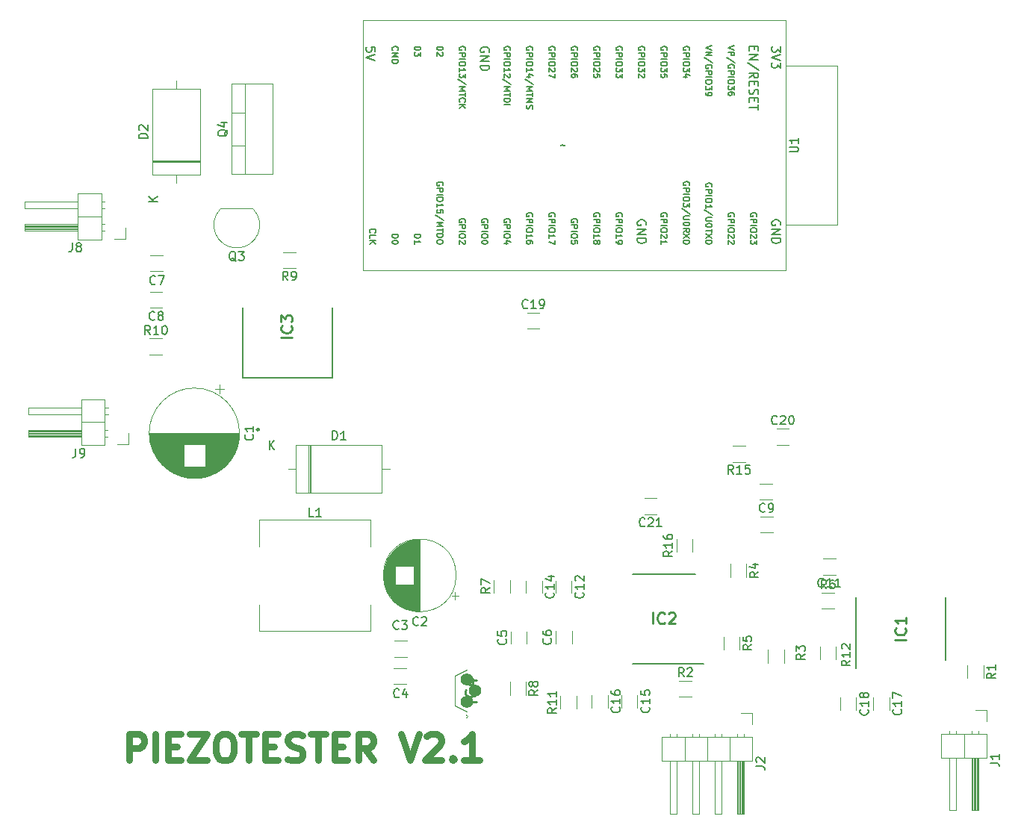
<source format=gbr>
%TF.GenerationSoftware,KiCad,Pcbnew,9.0.0*%
%TF.CreationDate,2025-11-10T15:20:41+01:00*%
%TF.ProjectId,piezotesterV2.1,7069657a-6f74-4657-9374-657256322e31,rev?*%
%TF.SameCoordinates,Original*%
%TF.FileFunction,Legend,Top*%
%TF.FilePolarity,Positive*%
%FSLAX46Y46*%
G04 Gerber Fmt 4.6, Leading zero omitted, Abs format (unit mm)*
G04 Created by KiCad (PCBNEW 9.0.0) date 2025-11-10 15:20:41*
%MOMM*%
%LPD*%
G01*
G04 APERTURE LIST*
%ADD10C,0.750000*%
%ADD11C,0.150000*%
%ADD12C,0.254000*%
%ADD13C,0.120000*%
%ADD14C,0.200000*%
%ADD15C,0.100000*%
%ADD16C,1.400000*%
G04 APERTURE END LIST*
D10*
X81207706Y-148593857D02*
X81207706Y-145593857D01*
X81207706Y-145593857D02*
X82350563Y-145593857D01*
X82350563Y-145593857D02*
X82636278Y-145736714D01*
X82636278Y-145736714D02*
X82779135Y-145879571D01*
X82779135Y-145879571D02*
X82921992Y-146165285D01*
X82921992Y-146165285D02*
X82921992Y-146593857D01*
X82921992Y-146593857D02*
X82779135Y-146879571D01*
X82779135Y-146879571D02*
X82636278Y-147022428D01*
X82636278Y-147022428D02*
X82350563Y-147165285D01*
X82350563Y-147165285D02*
X81207706Y-147165285D01*
X84207706Y-148593857D02*
X84207706Y-145593857D01*
X85636277Y-147022428D02*
X86636277Y-147022428D01*
X87064849Y-148593857D02*
X85636277Y-148593857D01*
X85636277Y-148593857D02*
X85636277Y-145593857D01*
X85636277Y-145593857D02*
X87064849Y-145593857D01*
X88064849Y-145593857D02*
X90064849Y-145593857D01*
X90064849Y-145593857D02*
X88064849Y-148593857D01*
X88064849Y-148593857D02*
X90064849Y-148593857D01*
X91779135Y-145593857D02*
X92350563Y-145593857D01*
X92350563Y-145593857D02*
X92636278Y-145736714D01*
X92636278Y-145736714D02*
X92921992Y-146022428D01*
X92921992Y-146022428D02*
X93064849Y-146593857D01*
X93064849Y-146593857D02*
X93064849Y-147593857D01*
X93064849Y-147593857D02*
X92921992Y-148165285D01*
X92921992Y-148165285D02*
X92636278Y-148451000D01*
X92636278Y-148451000D02*
X92350563Y-148593857D01*
X92350563Y-148593857D02*
X91779135Y-148593857D01*
X91779135Y-148593857D02*
X91493421Y-148451000D01*
X91493421Y-148451000D02*
X91207706Y-148165285D01*
X91207706Y-148165285D02*
X91064849Y-147593857D01*
X91064849Y-147593857D02*
X91064849Y-146593857D01*
X91064849Y-146593857D02*
X91207706Y-146022428D01*
X91207706Y-146022428D02*
X91493421Y-145736714D01*
X91493421Y-145736714D02*
X91779135Y-145593857D01*
X93921992Y-145593857D02*
X95636278Y-145593857D01*
X94779135Y-148593857D02*
X94779135Y-145593857D01*
X96636277Y-147022428D02*
X97636277Y-147022428D01*
X98064849Y-148593857D02*
X96636277Y-148593857D01*
X96636277Y-148593857D02*
X96636277Y-145593857D01*
X96636277Y-145593857D02*
X98064849Y-145593857D01*
X99207706Y-148451000D02*
X99636278Y-148593857D01*
X99636278Y-148593857D02*
X100350563Y-148593857D01*
X100350563Y-148593857D02*
X100636278Y-148451000D01*
X100636278Y-148451000D02*
X100779135Y-148308142D01*
X100779135Y-148308142D02*
X100921992Y-148022428D01*
X100921992Y-148022428D02*
X100921992Y-147736714D01*
X100921992Y-147736714D02*
X100779135Y-147451000D01*
X100779135Y-147451000D02*
X100636278Y-147308142D01*
X100636278Y-147308142D02*
X100350563Y-147165285D01*
X100350563Y-147165285D02*
X99779135Y-147022428D01*
X99779135Y-147022428D02*
X99493420Y-146879571D01*
X99493420Y-146879571D02*
X99350563Y-146736714D01*
X99350563Y-146736714D02*
X99207706Y-146451000D01*
X99207706Y-146451000D02*
X99207706Y-146165285D01*
X99207706Y-146165285D02*
X99350563Y-145879571D01*
X99350563Y-145879571D02*
X99493420Y-145736714D01*
X99493420Y-145736714D02*
X99779135Y-145593857D01*
X99779135Y-145593857D02*
X100493420Y-145593857D01*
X100493420Y-145593857D02*
X100921992Y-145736714D01*
X101779135Y-145593857D02*
X103493421Y-145593857D01*
X102636278Y-148593857D02*
X102636278Y-145593857D01*
X104493420Y-147022428D02*
X105493420Y-147022428D01*
X105921992Y-148593857D02*
X104493420Y-148593857D01*
X104493420Y-148593857D02*
X104493420Y-145593857D01*
X104493420Y-145593857D02*
X105921992Y-145593857D01*
X108921992Y-148593857D02*
X107921992Y-147165285D01*
X107207706Y-148593857D02*
X107207706Y-145593857D01*
X107207706Y-145593857D02*
X108350563Y-145593857D01*
X108350563Y-145593857D02*
X108636278Y-145736714D01*
X108636278Y-145736714D02*
X108779135Y-145879571D01*
X108779135Y-145879571D02*
X108921992Y-146165285D01*
X108921992Y-146165285D02*
X108921992Y-146593857D01*
X108921992Y-146593857D02*
X108779135Y-146879571D01*
X108779135Y-146879571D02*
X108636278Y-147022428D01*
X108636278Y-147022428D02*
X108350563Y-147165285D01*
X108350563Y-147165285D02*
X107207706Y-147165285D01*
X112064849Y-145593857D02*
X113064849Y-148593857D01*
X113064849Y-148593857D02*
X114064849Y-145593857D01*
X114921992Y-145879571D02*
X115064849Y-145736714D01*
X115064849Y-145736714D02*
X115350564Y-145593857D01*
X115350564Y-145593857D02*
X116064849Y-145593857D01*
X116064849Y-145593857D02*
X116350564Y-145736714D01*
X116350564Y-145736714D02*
X116493421Y-145879571D01*
X116493421Y-145879571D02*
X116636278Y-146165285D01*
X116636278Y-146165285D02*
X116636278Y-146451000D01*
X116636278Y-146451000D02*
X116493421Y-146879571D01*
X116493421Y-146879571D02*
X114779135Y-148593857D01*
X114779135Y-148593857D02*
X116636278Y-148593857D01*
X117921992Y-148308142D02*
X118064849Y-148451000D01*
X118064849Y-148451000D02*
X117921992Y-148593857D01*
X117921992Y-148593857D02*
X117779135Y-148451000D01*
X117779135Y-148451000D02*
X117921992Y-148308142D01*
X117921992Y-148308142D02*
X117921992Y-148593857D01*
X120921992Y-148593857D02*
X119207706Y-148593857D01*
X120064849Y-148593857D02*
X120064849Y-145593857D01*
X120064849Y-145593857D02*
X119779135Y-146022428D01*
X119779135Y-146022428D02*
X119493420Y-146308142D01*
X119493420Y-146308142D02*
X119207706Y-146451000D01*
D11*
X122114819Y-129026666D02*
X121638628Y-129359999D01*
X122114819Y-129598094D02*
X121114819Y-129598094D01*
X121114819Y-129598094D02*
X121114819Y-129217142D01*
X121114819Y-129217142D02*
X121162438Y-129121904D01*
X121162438Y-129121904D02*
X121210057Y-129074285D01*
X121210057Y-129074285D02*
X121305295Y-129026666D01*
X121305295Y-129026666D02*
X121448152Y-129026666D01*
X121448152Y-129026666D02*
X121543390Y-129074285D01*
X121543390Y-129074285D02*
X121591009Y-129121904D01*
X121591009Y-129121904D02*
X121638628Y-129217142D01*
X121638628Y-129217142D02*
X121638628Y-129598094D01*
X121114819Y-128693332D02*
X121114819Y-128026666D01*
X121114819Y-128026666D02*
X122114819Y-128455237D01*
X153308333Y-120362080D02*
X153260714Y-120409700D01*
X153260714Y-120409700D02*
X153117857Y-120457319D01*
X153117857Y-120457319D02*
X153022619Y-120457319D01*
X153022619Y-120457319D02*
X152879762Y-120409700D01*
X152879762Y-120409700D02*
X152784524Y-120314461D01*
X152784524Y-120314461D02*
X152736905Y-120219223D01*
X152736905Y-120219223D02*
X152689286Y-120028747D01*
X152689286Y-120028747D02*
X152689286Y-119885890D01*
X152689286Y-119885890D02*
X152736905Y-119695414D01*
X152736905Y-119695414D02*
X152784524Y-119600176D01*
X152784524Y-119600176D02*
X152879762Y-119504938D01*
X152879762Y-119504938D02*
X153022619Y-119457319D01*
X153022619Y-119457319D02*
X153117857Y-119457319D01*
X153117857Y-119457319D02*
X153260714Y-119504938D01*
X153260714Y-119504938D02*
X153308333Y-119552557D01*
X153784524Y-120457319D02*
X153975000Y-120457319D01*
X153975000Y-120457319D02*
X154070238Y-120409700D01*
X154070238Y-120409700D02*
X154117857Y-120362080D01*
X154117857Y-120362080D02*
X154213095Y-120219223D01*
X154213095Y-120219223D02*
X154260714Y-120028747D01*
X154260714Y-120028747D02*
X154260714Y-119647795D01*
X154260714Y-119647795D02*
X154213095Y-119552557D01*
X154213095Y-119552557D02*
X154165476Y-119504938D01*
X154165476Y-119504938D02*
X154070238Y-119457319D01*
X154070238Y-119457319D02*
X153879762Y-119457319D01*
X153879762Y-119457319D02*
X153784524Y-119504938D01*
X153784524Y-119504938D02*
X153736905Y-119552557D01*
X153736905Y-119552557D02*
X153689286Y-119647795D01*
X153689286Y-119647795D02*
X153689286Y-119885890D01*
X153689286Y-119885890D02*
X153736905Y-119981128D01*
X153736905Y-119981128D02*
X153784524Y-120028747D01*
X153784524Y-120028747D02*
X153879762Y-120076366D01*
X153879762Y-120076366D02*
X154070238Y-120076366D01*
X154070238Y-120076366D02*
X154165476Y-120028747D01*
X154165476Y-120028747D02*
X154213095Y-119981128D01*
X154213095Y-119981128D02*
X154260714Y-119885890D01*
X99223333Y-94154819D02*
X98890000Y-93678628D01*
X98651905Y-94154819D02*
X98651905Y-93154819D01*
X98651905Y-93154819D02*
X99032857Y-93154819D01*
X99032857Y-93154819D02*
X99128095Y-93202438D01*
X99128095Y-93202438D02*
X99175714Y-93250057D01*
X99175714Y-93250057D02*
X99223333Y-93345295D01*
X99223333Y-93345295D02*
X99223333Y-93488152D01*
X99223333Y-93488152D02*
X99175714Y-93583390D01*
X99175714Y-93583390D02*
X99128095Y-93631009D01*
X99128095Y-93631009D02*
X99032857Y-93678628D01*
X99032857Y-93678628D02*
X98651905Y-93678628D01*
X99699524Y-94154819D02*
X99890000Y-94154819D01*
X99890000Y-94154819D02*
X99985238Y-94107200D01*
X99985238Y-94107200D02*
X100032857Y-94059580D01*
X100032857Y-94059580D02*
X100128095Y-93916723D01*
X100128095Y-93916723D02*
X100175714Y-93726247D01*
X100175714Y-93726247D02*
X100175714Y-93345295D01*
X100175714Y-93345295D02*
X100128095Y-93250057D01*
X100128095Y-93250057D02*
X100080476Y-93202438D01*
X100080476Y-93202438D02*
X99985238Y-93154819D01*
X99985238Y-93154819D02*
X99794762Y-93154819D01*
X99794762Y-93154819D02*
X99699524Y-93202438D01*
X99699524Y-93202438D02*
X99651905Y-93250057D01*
X99651905Y-93250057D02*
X99604286Y-93345295D01*
X99604286Y-93345295D02*
X99604286Y-93583390D01*
X99604286Y-93583390D02*
X99651905Y-93678628D01*
X99651905Y-93678628D02*
X99699524Y-93726247D01*
X99699524Y-93726247D02*
X99794762Y-93773866D01*
X99794762Y-93773866D02*
X99985238Y-93773866D01*
X99985238Y-93773866D02*
X100080476Y-93726247D01*
X100080476Y-93726247D02*
X100128095Y-93678628D01*
X100128095Y-93678628D02*
X100175714Y-93583390D01*
X83614642Y-100284819D02*
X83281309Y-99808628D01*
X83043214Y-100284819D02*
X83043214Y-99284819D01*
X83043214Y-99284819D02*
X83424166Y-99284819D01*
X83424166Y-99284819D02*
X83519404Y-99332438D01*
X83519404Y-99332438D02*
X83567023Y-99380057D01*
X83567023Y-99380057D02*
X83614642Y-99475295D01*
X83614642Y-99475295D02*
X83614642Y-99618152D01*
X83614642Y-99618152D02*
X83567023Y-99713390D01*
X83567023Y-99713390D02*
X83519404Y-99761009D01*
X83519404Y-99761009D02*
X83424166Y-99808628D01*
X83424166Y-99808628D02*
X83043214Y-99808628D01*
X84567023Y-100284819D02*
X83995595Y-100284819D01*
X84281309Y-100284819D02*
X84281309Y-99284819D01*
X84281309Y-99284819D02*
X84186071Y-99427676D01*
X84186071Y-99427676D02*
X84090833Y-99522914D01*
X84090833Y-99522914D02*
X83995595Y-99570533D01*
X85186071Y-99284819D02*
X85281309Y-99284819D01*
X85281309Y-99284819D02*
X85376547Y-99332438D01*
X85376547Y-99332438D02*
X85424166Y-99380057D01*
X85424166Y-99380057D02*
X85471785Y-99475295D01*
X85471785Y-99475295D02*
X85519404Y-99665771D01*
X85519404Y-99665771D02*
X85519404Y-99903866D01*
X85519404Y-99903866D02*
X85471785Y-100094342D01*
X85471785Y-100094342D02*
X85424166Y-100189580D01*
X85424166Y-100189580D02*
X85376547Y-100237200D01*
X85376547Y-100237200D02*
X85281309Y-100284819D01*
X85281309Y-100284819D02*
X85186071Y-100284819D01*
X85186071Y-100284819D02*
X85090833Y-100237200D01*
X85090833Y-100237200D02*
X85043214Y-100189580D01*
X85043214Y-100189580D02*
X84995595Y-100094342D01*
X84995595Y-100094342D02*
X84947976Y-99903866D01*
X84947976Y-99903866D02*
X84947976Y-99665771D01*
X84947976Y-99665771D02*
X84995595Y-99475295D01*
X84995595Y-99475295D02*
X85043214Y-99380057D01*
X85043214Y-99380057D02*
X85090833Y-99332438D01*
X85090833Y-99332438D02*
X85186071Y-99284819D01*
X84118333Y-98589580D02*
X84070714Y-98637200D01*
X84070714Y-98637200D02*
X83927857Y-98684819D01*
X83927857Y-98684819D02*
X83832619Y-98684819D01*
X83832619Y-98684819D02*
X83689762Y-98637200D01*
X83689762Y-98637200D02*
X83594524Y-98541961D01*
X83594524Y-98541961D02*
X83546905Y-98446723D01*
X83546905Y-98446723D02*
X83499286Y-98256247D01*
X83499286Y-98256247D02*
X83499286Y-98113390D01*
X83499286Y-98113390D02*
X83546905Y-97922914D01*
X83546905Y-97922914D02*
X83594524Y-97827676D01*
X83594524Y-97827676D02*
X83689762Y-97732438D01*
X83689762Y-97732438D02*
X83832619Y-97684819D01*
X83832619Y-97684819D02*
X83927857Y-97684819D01*
X83927857Y-97684819D02*
X84070714Y-97732438D01*
X84070714Y-97732438D02*
X84118333Y-97780057D01*
X84689762Y-98113390D02*
X84594524Y-98065771D01*
X84594524Y-98065771D02*
X84546905Y-98018152D01*
X84546905Y-98018152D02*
X84499286Y-97922914D01*
X84499286Y-97922914D02*
X84499286Y-97875295D01*
X84499286Y-97875295D02*
X84546905Y-97780057D01*
X84546905Y-97780057D02*
X84594524Y-97732438D01*
X84594524Y-97732438D02*
X84689762Y-97684819D01*
X84689762Y-97684819D02*
X84880238Y-97684819D01*
X84880238Y-97684819D02*
X84975476Y-97732438D01*
X84975476Y-97732438D02*
X85023095Y-97780057D01*
X85023095Y-97780057D02*
X85070714Y-97875295D01*
X85070714Y-97875295D02*
X85070714Y-97922914D01*
X85070714Y-97922914D02*
X85023095Y-98018152D01*
X85023095Y-98018152D02*
X84975476Y-98065771D01*
X84975476Y-98065771D02*
X84880238Y-98113390D01*
X84880238Y-98113390D02*
X84689762Y-98113390D01*
X84689762Y-98113390D02*
X84594524Y-98161009D01*
X84594524Y-98161009D02*
X84546905Y-98208628D01*
X84546905Y-98208628D02*
X84499286Y-98303866D01*
X84499286Y-98303866D02*
X84499286Y-98494342D01*
X84499286Y-98494342D02*
X84546905Y-98589580D01*
X84546905Y-98589580D02*
X84594524Y-98637200D01*
X84594524Y-98637200D02*
X84689762Y-98684819D01*
X84689762Y-98684819D02*
X84880238Y-98684819D01*
X84880238Y-98684819D02*
X84975476Y-98637200D01*
X84975476Y-98637200D02*
X85023095Y-98589580D01*
X85023095Y-98589580D02*
X85070714Y-98494342D01*
X85070714Y-98494342D02*
X85070714Y-98303866D01*
X85070714Y-98303866D02*
X85023095Y-98208628D01*
X85023095Y-98208628D02*
X84975476Y-98161009D01*
X84975476Y-98161009D02*
X84880238Y-98113390D01*
X84198333Y-94539580D02*
X84150714Y-94587200D01*
X84150714Y-94587200D02*
X84007857Y-94634819D01*
X84007857Y-94634819D02*
X83912619Y-94634819D01*
X83912619Y-94634819D02*
X83769762Y-94587200D01*
X83769762Y-94587200D02*
X83674524Y-94491961D01*
X83674524Y-94491961D02*
X83626905Y-94396723D01*
X83626905Y-94396723D02*
X83579286Y-94206247D01*
X83579286Y-94206247D02*
X83579286Y-94063390D01*
X83579286Y-94063390D02*
X83626905Y-93872914D01*
X83626905Y-93872914D02*
X83674524Y-93777676D01*
X83674524Y-93777676D02*
X83769762Y-93682438D01*
X83769762Y-93682438D02*
X83912619Y-93634819D01*
X83912619Y-93634819D02*
X84007857Y-93634819D01*
X84007857Y-93634819D02*
X84150714Y-93682438D01*
X84150714Y-93682438D02*
X84198333Y-93730057D01*
X84531667Y-93634819D02*
X85198333Y-93634819D01*
X85198333Y-93634819D02*
X84769762Y-94634819D01*
X83314819Y-78068094D02*
X82314819Y-78068094D01*
X82314819Y-78068094D02*
X82314819Y-77829999D01*
X82314819Y-77829999D02*
X82362438Y-77687142D01*
X82362438Y-77687142D02*
X82457676Y-77591904D01*
X82457676Y-77591904D02*
X82552914Y-77544285D01*
X82552914Y-77544285D02*
X82743390Y-77496666D01*
X82743390Y-77496666D02*
X82886247Y-77496666D01*
X82886247Y-77496666D02*
X83076723Y-77544285D01*
X83076723Y-77544285D02*
X83171961Y-77591904D01*
X83171961Y-77591904D02*
X83267200Y-77687142D01*
X83267200Y-77687142D02*
X83314819Y-77829999D01*
X83314819Y-77829999D02*
X83314819Y-78068094D01*
X82410057Y-77115713D02*
X82362438Y-77068094D01*
X82362438Y-77068094D02*
X82314819Y-76972856D01*
X82314819Y-76972856D02*
X82314819Y-76734761D01*
X82314819Y-76734761D02*
X82362438Y-76639523D01*
X82362438Y-76639523D02*
X82410057Y-76591904D01*
X82410057Y-76591904D02*
X82505295Y-76544285D01*
X82505295Y-76544285D02*
X82600533Y-76544285D01*
X82600533Y-76544285D02*
X82743390Y-76591904D01*
X82743390Y-76591904D02*
X83314819Y-77163332D01*
X83314819Y-77163332D02*
X83314819Y-76544285D01*
X84434819Y-85211904D02*
X83434819Y-85211904D01*
X84434819Y-84640476D02*
X83863390Y-85069047D01*
X83434819Y-84640476D02*
X84006247Y-85211904D01*
X93334761Y-91990057D02*
X93239523Y-91942438D01*
X93239523Y-91942438D02*
X93144285Y-91847200D01*
X93144285Y-91847200D02*
X93001428Y-91704342D01*
X93001428Y-91704342D02*
X92906190Y-91656723D01*
X92906190Y-91656723D02*
X92810952Y-91656723D01*
X92858571Y-91894819D02*
X92763333Y-91847200D01*
X92763333Y-91847200D02*
X92668095Y-91751961D01*
X92668095Y-91751961D02*
X92620476Y-91561485D01*
X92620476Y-91561485D02*
X92620476Y-91228152D01*
X92620476Y-91228152D02*
X92668095Y-91037676D01*
X92668095Y-91037676D02*
X92763333Y-90942438D01*
X92763333Y-90942438D02*
X92858571Y-90894819D01*
X92858571Y-90894819D02*
X93049047Y-90894819D01*
X93049047Y-90894819D02*
X93144285Y-90942438D01*
X93144285Y-90942438D02*
X93239523Y-91037676D01*
X93239523Y-91037676D02*
X93287142Y-91228152D01*
X93287142Y-91228152D02*
X93287142Y-91561485D01*
X93287142Y-91561485D02*
X93239523Y-91751961D01*
X93239523Y-91751961D02*
X93144285Y-91847200D01*
X93144285Y-91847200D02*
X93049047Y-91894819D01*
X93049047Y-91894819D02*
X92858571Y-91894819D01*
X93620476Y-90894819D02*
X94239523Y-90894819D01*
X94239523Y-90894819D02*
X93906190Y-91275771D01*
X93906190Y-91275771D02*
X94049047Y-91275771D01*
X94049047Y-91275771D02*
X94144285Y-91323390D01*
X94144285Y-91323390D02*
X94191904Y-91371009D01*
X94191904Y-91371009D02*
X94239523Y-91466247D01*
X94239523Y-91466247D02*
X94239523Y-91704342D01*
X94239523Y-91704342D02*
X94191904Y-91799580D01*
X94191904Y-91799580D02*
X94144285Y-91847200D01*
X94144285Y-91847200D02*
X94049047Y-91894819D01*
X94049047Y-91894819D02*
X93763333Y-91894819D01*
X93763333Y-91894819D02*
X93668095Y-91847200D01*
X93668095Y-91847200D02*
X93620476Y-91799580D01*
X92400057Y-77085238D02*
X92352438Y-77180476D01*
X92352438Y-77180476D02*
X92257200Y-77275714D01*
X92257200Y-77275714D02*
X92114342Y-77418571D01*
X92114342Y-77418571D02*
X92066723Y-77513809D01*
X92066723Y-77513809D02*
X92066723Y-77609047D01*
X92304819Y-77561428D02*
X92257200Y-77656666D01*
X92257200Y-77656666D02*
X92161961Y-77751904D01*
X92161961Y-77751904D02*
X91971485Y-77799523D01*
X91971485Y-77799523D02*
X91638152Y-77799523D01*
X91638152Y-77799523D02*
X91447676Y-77751904D01*
X91447676Y-77751904D02*
X91352438Y-77656666D01*
X91352438Y-77656666D02*
X91304819Y-77561428D01*
X91304819Y-77561428D02*
X91304819Y-77370952D01*
X91304819Y-77370952D02*
X91352438Y-77275714D01*
X91352438Y-77275714D02*
X91447676Y-77180476D01*
X91447676Y-77180476D02*
X91638152Y-77132857D01*
X91638152Y-77132857D02*
X91971485Y-77132857D01*
X91971485Y-77132857D02*
X92161961Y-77180476D01*
X92161961Y-77180476D02*
X92257200Y-77275714D01*
X92257200Y-77275714D02*
X92304819Y-77370952D01*
X92304819Y-77370952D02*
X92304819Y-77561428D01*
X91638152Y-76275714D02*
X92304819Y-76275714D01*
X91257200Y-76513809D02*
X91971485Y-76751904D01*
X91971485Y-76751904D02*
X91971485Y-76132857D01*
X74796666Y-89909819D02*
X74796666Y-90624104D01*
X74796666Y-90624104D02*
X74749047Y-90766961D01*
X74749047Y-90766961D02*
X74653809Y-90862200D01*
X74653809Y-90862200D02*
X74510952Y-90909819D01*
X74510952Y-90909819D02*
X74415714Y-90909819D01*
X75415714Y-90338390D02*
X75320476Y-90290771D01*
X75320476Y-90290771D02*
X75272857Y-90243152D01*
X75272857Y-90243152D02*
X75225238Y-90147914D01*
X75225238Y-90147914D02*
X75225238Y-90100295D01*
X75225238Y-90100295D02*
X75272857Y-90005057D01*
X75272857Y-90005057D02*
X75320476Y-89957438D01*
X75320476Y-89957438D02*
X75415714Y-89909819D01*
X75415714Y-89909819D02*
X75606190Y-89909819D01*
X75606190Y-89909819D02*
X75701428Y-89957438D01*
X75701428Y-89957438D02*
X75749047Y-90005057D01*
X75749047Y-90005057D02*
X75796666Y-90100295D01*
X75796666Y-90100295D02*
X75796666Y-90147914D01*
X75796666Y-90147914D02*
X75749047Y-90243152D01*
X75749047Y-90243152D02*
X75701428Y-90290771D01*
X75701428Y-90290771D02*
X75606190Y-90338390D01*
X75606190Y-90338390D02*
X75415714Y-90338390D01*
X75415714Y-90338390D02*
X75320476Y-90386009D01*
X75320476Y-90386009D02*
X75272857Y-90433628D01*
X75272857Y-90433628D02*
X75225238Y-90528866D01*
X75225238Y-90528866D02*
X75225238Y-90719342D01*
X75225238Y-90719342D02*
X75272857Y-90814580D01*
X75272857Y-90814580D02*
X75320476Y-90862200D01*
X75320476Y-90862200D02*
X75415714Y-90909819D01*
X75415714Y-90909819D02*
X75606190Y-90909819D01*
X75606190Y-90909819D02*
X75701428Y-90862200D01*
X75701428Y-90862200D02*
X75749047Y-90814580D01*
X75749047Y-90814580D02*
X75796666Y-90719342D01*
X75796666Y-90719342D02*
X75796666Y-90528866D01*
X75796666Y-90528866D02*
X75749047Y-90433628D01*
X75749047Y-90433628D02*
X75701428Y-90386009D01*
X75701428Y-90386009D02*
X75606190Y-90338390D01*
X156084819Y-79591904D02*
X156894342Y-79591904D01*
X156894342Y-79591904D02*
X156989580Y-79544285D01*
X156989580Y-79544285D02*
X157037200Y-79496666D01*
X157037200Y-79496666D02*
X157084819Y-79401428D01*
X157084819Y-79401428D02*
X157084819Y-79210952D01*
X157084819Y-79210952D02*
X157037200Y-79115714D01*
X157037200Y-79115714D02*
X156989580Y-79068095D01*
X156989580Y-79068095D02*
X156894342Y-79020476D01*
X156894342Y-79020476D02*
X156084819Y-79020476D01*
X157084819Y-78020476D02*
X157084819Y-78591904D01*
X157084819Y-78306190D02*
X156084819Y-78306190D01*
X156084819Y-78306190D02*
X156227676Y-78401428D01*
X156227676Y-78401428D02*
X156322914Y-78496666D01*
X156322914Y-78496666D02*
X156370533Y-78591904D01*
X130138095Y-78903866D02*
X130185714Y-78856247D01*
X130185714Y-78856247D02*
X130280952Y-78808628D01*
X130280952Y-78808628D02*
X130471428Y-78903866D01*
X130471428Y-78903866D02*
X130566666Y-78856247D01*
X130566666Y-78856247D02*
X130614285Y-78808628D01*
X121860633Y-87561316D02*
X121893966Y-87494649D01*
X121893966Y-87494649D02*
X121893966Y-87394649D01*
X121893966Y-87394649D02*
X121860633Y-87294649D01*
X121860633Y-87294649D02*
X121793966Y-87227983D01*
X121793966Y-87227983D02*
X121727300Y-87194649D01*
X121727300Y-87194649D02*
X121593966Y-87161316D01*
X121593966Y-87161316D02*
X121493966Y-87161316D01*
X121493966Y-87161316D02*
X121360633Y-87194649D01*
X121360633Y-87194649D02*
X121293966Y-87227983D01*
X121293966Y-87227983D02*
X121227300Y-87294649D01*
X121227300Y-87294649D02*
X121193966Y-87394649D01*
X121193966Y-87394649D02*
X121193966Y-87461316D01*
X121193966Y-87461316D02*
X121227300Y-87561316D01*
X121227300Y-87561316D02*
X121260633Y-87594649D01*
X121260633Y-87594649D02*
X121493966Y-87594649D01*
X121493966Y-87594649D02*
X121493966Y-87461316D01*
X121193966Y-87894649D02*
X121893966Y-87894649D01*
X121893966Y-87894649D02*
X121893966Y-88161316D01*
X121893966Y-88161316D02*
X121860633Y-88227983D01*
X121860633Y-88227983D02*
X121827300Y-88261316D01*
X121827300Y-88261316D02*
X121760633Y-88294649D01*
X121760633Y-88294649D02*
X121660633Y-88294649D01*
X121660633Y-88294649D02*
X121593966Y-88261316D01*
X121593966Y-88261316D02*
X121560633Y-88227983D01*
X121560633Y-88227983D02*
X121527300Y-88161316D01*
X121527300Y-88161316D02*
X121527300Y-87894649D01*
X121193966Y-88594649D02*
X121893966Y-88594649D01*
X121893966Y-89061316D02*
X121893966Y-89194649D01*
X121893966Y-89194649D02*
X121860633Y-89261316D01*
X121860633Y-89261316D02*
X121793966Y-89327982D01*
X121793966Y-89327982D02*
X121660633Y-89361316D01*
X121660633Y-89361316D02*
X121427300Y-89361316D01*
X121427300Y-89361316D02*
X121293966Y-89327982D01*
X121293966Y-89327982D02*
X121227300Y-89261316D01*
X121227300Y-89261316D02*
X121193966Y-89194649D01*
X121193966Y-89194649D02*
X121193966Y-89061316D01*
X121193966Y-89061316D02*
X121227300Y-88994649D01*
X121227300Y-88994649D02*
X121293966Y-88927982D01*
X121293966Y-88927982D02*
X121427300Y-88894649D01*
X121427300Y-88894649D02*
X121660633Y-88894649D01*
X121660633Y-88894649D02*
X121793966Y-88927982D01*
X121793966Y-88927982D02*
X121860633Y-88994649D01*
X121860633Y-88994649D02*
X121893966Y-89061316D01*
X121893966Y-89794649D02*
X121893966Y-89861315D01*
X121893966Y-89861315D02*
X121860633Y-89927982D01*
X121860633Y-89927982D02*
X121827300Y-89961315D01*
X121827300Y-89961315D02*
X121760633Y-89994649D01*
X121760633Y-89994649D02*
X121627300Y-90027982D01*
X121627300Y-90027982D02*
X121460633Y-90027982D01*
X121460633Y-90027982D02*
X121327300Y-89994649D01*
X121327300Y-89994649D02*
X121260633Y-89961315D01*
X121260633Y-89961315D02*
X121227300Y-89927982D01*
X121227300Y-89927982D02*
X121193966Y-89861315D01*
X121193966Y-89861315D02*
X121193966Y-89794649D01*
X121193966Y-89794649D02*
X121227300Y-89727982D01*
X121227300Y-89727982D02*
X121260633Y-89694649D01*
X121260633Y-89694649D02*
X121327300Y-89661315D01*
X121327300Y-89661315D02*
X121460633Y-89627982D01*
X121460633Y-89627982D02*
X121627300Y-89627982D01*
X121627300Y-89627982D02*
X121760633Y-89661315D01*
X121760633Y-89661315D02*
X121827300Y-89694649D01*
X121827300Y-89694649D02*
X121860633Y-89727982D01*
X121860633Y-89727982D02*
X121893966Y-89794649D01*
X126940633Y-68032017D02*
X126973966Y-67965350D01*
X126973966Y-67965350D02*
X126973966Y-67865350D01*
X126973966Y-67865350D02*
X126940633Y-67765350D01*
X126940633Y-67765350D02*
X126873966Y-67698684D01*
X126873966Y-67698684D02*
X126807300Y-67665350D01*
X126807300Y-67665350D02*
X126673966Y-67632017D01*
X126673966Y-67632017D02*
X126573966Y-67632017D01*
X126573966Y-67632017D02*
X126440633Y-67665350D01*
X126440633Y-67665350D02*
X126373966Y-67698684D01*
X126373966Y-67698684D02*
X126307300Y-67765350D01*
X126307300Y-67765350D02*
X126273966Y-67865350D01*
X126273966Y-67865350D02*
X126273966Y-67932017D01*
X126273966Y-67932017D02*
X126307300Y-68032017D01*
X126307300Y-68032017D02*
X126340633Y-68065350D01*
X126340633Y-68065350D02*
X126573966Y-68065350D01*
X126573966Y-68065350D02*
X126573966Y-67932017D01*
X126273966Y-68365350D02*
X126973966Y-68365350D01*
X126973966Y-68365350D02*
X126973966Y-68632017D01*
X126973966Y-68632017D02*
X126940633Y-68698684D01*
X126940633Y-68698684D02*
X126907300Y-68732017D01*
X126907300Y-68732017D02*
X126840633Y-68765350D01*
X126840633Y-68765350D02*
X126740633Y-68765350D01*
X126740633Y-68765350D02*
X126673966Y-68732017D01*
X126673966Y-68732017D02*
X126640633Y-68698684D01*
X126640633Y-68698684D02*
X126607300Y-68632017D01*
X126607300Y-68632017D02*
X126607300Y-68365350D01*
X126273966Y-69065350D02*
X126973966Y-69065350D01*
X126973966Y-69532017D02*
X126973966Y-69665350D01*
X126973966Y-69665350D02*
X126940633Y-69732017D01*
X126940633Y-69732017D02*
X126873966Y-69798683D01*
X126873966Y-69798683D02*
X126740633Y-69832017D01*
X126740633Y-69832017D02*
X126507300Y-69832017D01*
X126507300Y-69832017D02*
X126373966Y-69798683D01*
X126373966Y-69798683D02*
X126307300Y-69732017D01*
X126307300Y-69732017D02*
X126273966Y-69665350D01*
X126273966Y-69665350D02*
X126273966Y-69532017D01*
X126273966Y-69532017D02*
X126307300Y-69465350D01*
X126307300Y-69465350D02*
X126373966Y-69398683D01*
X126373966Y-69398683D02*
X126507300Y-69365350D01*
X126507300Y-69365350D02*
X126740633Y-69365350D01*
X126740633Y-69365350D02*
X126873966Y-69398683D01*
X126873966Y-69398683D02*
X126940633Y-69465350D01*
X126940633Y-69465350D02*
X126973966Y-69532017D01*
X126273966Y-70498683D02*
X126273966Y-70098683D01*
X126273966Y-70298683D02*
X126973966Y-70298683D01*
X126973966Y-70298683D02*
X126873966Y-70232016D01*
X126873966Y-70232016D02*
X126807300Y-70165350D01*
X126807300Y-70165350D02*
X126773966Y-70098683D01*
X126740633Y-71098683D02*
X126273966Y-71098683D01*
X127007300Y-70932017D02*
X126507300Y-70765350D01*
X126507300Y-70765350D02*
X126507300Y-71198683D01*
X127007300Y-71965350D02*
X126107300Y-71365350D01*
X126273966Y-72198683D02*
X126973966Y-72198683D01*
X126973966Y-72198683D02*
X126473966Y-72432017D01*
X126473966Y-72432017D02*
X126973966Y-72665350D01*
X126973966Y-72665350D02*
X126273966Y-72665350D01*
X126973966Y-72898683D02*
X126973966Y-73298683D01*
X126273966Y-73098683D02*
X126973966Y-73098683D01*
X126273966Y-73532016D02*
X126973966Y-73532016D01*
X126973966Y-73532016D02*
X126473966Y-73765350D01*
X126473966Y-73765350D02*
X126973966Y-73998683D01*
X126973966Y-73998683D02*
X126273966Y-73998683D01*
X126307300Y-74298683D02*
X126273966Y-74398683D01*
X126273966Y-74398683D02*
X126273966Y-74565350D01*
X126273966Y-74565350D02*
X126307300Y-74632016D01*
X126307300Y-74632016D02*
X126340633Y-74665350D01*
X126340633Y-74665350D02*
X126407300Y-74698683D01*
X126407300Y-74698683D02*
X126473966Y-74698683D01*
X126473966Y-74698683D02*
X126540633Y-74665350D01*
X126540633Y-74665350D02*
X126573966Y-74632016D01*
X126573966Y-74632016D02*
X126607300Y-74565350D01*
X126607300Y-74565350D02*
X126640633Y-74432016D01*
X126640633Y-74432016D02*
X126673966Y-74365350D01*
X126673966Y-74365350D02*
X126707300Y-74332016D01*
X126707300Y-74332016D02*
X126773966Y-74298683D01*
X126773966Y-74298683D02*
X126840633Y-74298683D01*
X126840633Y-74298683D02*
X126907300Y-74332016D01*
X126907300Y-74332016D02*
X126940633Y-74365350D01*
X126940633Y-74365350D02*
X126973966Y-74432016D01*
X126973966Y-74432016D02*
X126973966Y-74598683D01*
X126973966Y-74598683D02*
X126940633Y-74698683D01*
X134560633Y-86894649D02*
X134593966Y-86827982D01*
X134593966Y-86827982D02*
X134593966Y-86727982D01*
X134593966Y-86727982D02*
X134560633Y-86627982D01*
X134560633Y-86627982D02*
X134493966Y-86561316D01*
X134493966Y-86561316D02*
X134427300Y-86527982D01*
X134427300Y-86527982D02*
X134293966Y-86494649D01*
X134293966Y-86494649D02*
X134193966Y-86494649D01*
X134193966Y-86494649D02*
X134060633Y-86527982D01*
X134060633Y-86527982D02*
X133993966Y-86561316D01*
X133993966Y-86561316D02*
X133927300Y-86627982D01*
X133927300Y-86627982D02*
X133893966Y-86727982D01*
X133893966Y-86727982D02*
X133893966Y-86794649D01*
X133893966Y-86794649D02*
X133927300Y-86894649D01*
X133927300Y-86894649D02*
X133960633Y-86927982D01*
X133960633Y-86927982D02*
X134193966Y-86927982D01*
X134193966Y-86927982D02*
X134193966Y-86794649D01*
X133893966Y-87227982D02*
X134593966Y-87227982D01*
X134593966Y-87227982D02*
X134593966Y-87494649D01*
X134593966Y-87494649D02*
X134560633Y-87561316D01*
X134560633Y-87561316D02*
X134527300Y-87594649D01*
X134527300Y-87594649D02*
X134460633Y-87627982D01*
X134460633Y-87627982D02*
X134360633Y-87627982D01*
X134360633Y-87627982D02*
X134293966Y-87594649D01*
X134293966Y-87594649D02*
X134260633Y-87561316D01*
X134260633Y-87561316D02*
X134227300Y-87494649D01*
X134227300Y-87494649D02*
X134227300Y-87227982D01*
X133893966Y-87927982D02*
X134593966Y-87927982D01*
X134593966Y-88394649D02*
X134593966Y-88527982D01*
X134593966Y-88527982D02*
X134560633Y-88594649D01*
X134560633Y-88594649D02*
X134493966Y-88661315D01*
X134493966Y-88661315D02*
X134360633Y-88694649D01*
X134360633Y-88694649D02*
X134127300Y-88694649D01*
X134127300Y-88694649D02*
X133993966Y-88661315D01*
X133993966Y-88661315D02*
X133927300Y-88594649D01*
X133927300Y-88594649D02*
X133893966Y-88527982D01*
X133893966Y-88527982D02*
X133893966Y-88394649D01*
X133893966Y-88394649D02*
X133927300Y-88327982D01*
X133927300Y-88327982D02*
X133993966Y-88261315D01*
X133993966Y-88261315D02*
X134127300Y-88227982D01*
X134127300Y-88227982D02*
X134360633Y-88227982D01*
X134360633Y-88227982D02*
X134493966Y-88261315D01*
X134493966Y-88261315D02*
X134560633Y-88327982D01*
X134560633Y-88327982D02*
X134593966Y-88394649D01*
X133893966Y-89361315D02*
X133893966Y-88961315D01*
X133893966Y-89161315D02*
X134593966Y-89161315D01*
X134593966Y-89161315D02*
X134493966Y-89094648D01*
X134493966Y-89094648D02*
X134427300Y-89027982D01*
X134427300Y-89027982D02*
X134393966Y-88961315D01*
X134293966Y-89761315D02*
X134327300Y-89694649D01*
X134327300Y-89694649D02*
X134360633Y-89661315D01*
X134360633Y-89661315D02*
X134427300Y-89627982D01*
X134427300Y-89627982D02*
X134460633Y-89627982D01*
X134460633Y-89627982D02*
X134527300Y-89661315D01*
X134527300Y-89661315D02*
X134560633Y-89694649D01*
X134560633Y-89694649D02*
X134593966Y-89761315D01*
X134593966Y-89761315D02*
X134593966Y-89894649D01*
X134593966Y-89894649D02*
X134560633Y-89961315D01*
X134560633Y-89961315D02*
X134527300Y-89994649D01*
X134527300Y-89994649D02*
X134460633Y-90027982D01*
X134460633Y-90027982D02*
X134427300Y-90027982D01*
X134427300Y-90027982D02*
X134360633Y-89994649D01*
X134360633Y-89994649D02*
X134327300Y-89961315D01*
X134327300Y-89961315D02*
X134293966Y-89894649D01*
X134293966Y-89894649D02*
X134293966Y-89761315D01*
X134293966Y-89761315D02*
X134260633Y-89694649D01*
X134260633Y-89694649D02*
X134227300Y-89661315D01*
X134227300Y-89661315D02*
X134160633Y-89627982D01*
X134160633Y-89627982D02*
X134027300Y-89627982D01*
X134027300Y-89627982D02*
X133960633Y-89661315D01*
X133960633Y-89661315D02*
X133927300Y-89694649D01*
X133927300Y-89694649D02*
X133893966Y-89761315D01*
X133893966Y-89761315D02*
X133893966Y-89894649D01*
X133893966Y-89894649D02*
X133927300Y-89961315D01*
X133927300Y-89961315D02*
X133960633Y-89994649D01*
X133960633Y-89994649D02*
X134027300Y-90027982D01*
X134027300Y-90027982D02*
X134160633Y-90027982D01*
X134160633Y-90027982D02*
X134227300Y-89994649D01*
X134227300Y-89994649D02*
X134260633Y-89961315D01*
X134260633Y-89961315D02*
X134293966Y-89894649D01*
X111100633Y-68065350D02*
X111067300Y-68032017D01*
X111067300Y-68032017D02*
X111033966Y-67932017D01*
X111033966Y-67932017D02*
X111033966Y-67865350D01*
X111033966Y-67865350D02*
X111067300Y-67765350D01*
X111067300Y-67765350D02*
X111133966Y-67698684D01*
X111133966Y-67698684D02*
X111200633Y-67665350D01*
X111200633Y-67665350D02*
X111333966Y-67632017D01*
X111333966Y-67632017D02*
X111433966Y-67632017D01*
X111433966Y-67632017D02*
X111567300Y-67665350D01*
X111567300Y-67665350D02*
X111633966Y-67698684D01*
X111633966Y-67698684D02*
X111700633Y-67765350D01*
X111700633Y-67765350D02*
X111733966Y-67865350D01*
X111733966Y-67865350D02*
X111733966Y-67932017D01*
X111733966Y-67932017D02*
X111700633Y-68032017D01*
X111700633Y-68032017D02*
X111667300Y-68065350D01*
X111033966Y-68365350D02*
X111733966Y-68365350D01*
X111733966Y-68365350D02*
X111233966Y-68598684D01*
X111233966Y-68598684D02*
X111733966Y-68832017D01*
X111733966Y-68832017D02*
X111033966Y-68832017D01*
X111033966Y-69165350D02*
X111733966Y-69165350D01*
X111733966Y-69165350D02*
X111733966Y-69332017D01*
X111733966Y-69332017D02*
X111700633Y-69432017D01*
X111700633Y-69432017D02*
X111633966Y-69498684D01*
X111633966Y-69498684D02*
X111567300Y-69532017D01*
X111567300Y-69532017D02*
X111433966Y-69565350D01*
X111433966Y-69565350D02*
X111333966Y-69565350D01*
X111333966Y-69565350D02*
X111200633Y-69532017D01*
X111200633Y-69532017D02*
X111133966Y-69498684D01*
X111133966Y-69498684D02*
X111067300Y-69432017D01*
X111067300Y-69432017D02*
X111033966Y-69332017D01*
X111033966Y-69332017D02*
X111033966Y-69165350D01*
X132020633Y-68032017D02*
X132053966Y-67965350D01*
X132053966Y-67965350D02*
X132053966Y-67865350D01*
X132053966Y-67865350D02*
X132020633Y-67765350D01*
X132020633Y-67765350D02*
X131953966Y-67698684D01*
X131953966Y-67698684D02*
X131887300Y-67665350D01*
X131887300Y-67665350D02*
X131753966Y-67632017D01*
X131753966Y-67632017D02*
X131653966Y-67632017D01*
X131653966Y-67632017D02*
X131520633Y-67665350D01*
X131520633Y-67665350D02*
X131453966Y-67698684D01*
X131453966Y-67698684D02*
X131387300Y-67765350D01*
X131387300Y-67765350D02*
X131353966Y-67865350D01*
X131353966Y-67865350D02*
X131353966Y-67932017D01*
X131353966Y-67932017D02*
X131387300Y-68032017D01*
X131387300Y-68032017D02*
X131420633Y-68065350D01*
X131420633Y-68065350D02*
X131653966Y-68065350D01*
X131653966Y-68065350D02*
X131653966Y-67932017D01*
X131353966Y-68365350D02*
X132053966Y-68365350D01*
X132053966Y-68365350D02*
X132053966Y-68632017D01*
X132053966Y-68632017D02*
X132020633Y-68698684D01*
X132020633Y-68698684D02*
X131987300Y-68732017D01*
X131987300Y-68732017D02*
X131920633Y-68765350D01*
X131920633Y-68765350D02*
X131820633Y-68765350D01*
X131820633Y-68765350D02*
X131753966Y-68732017D01*
X131753966Y-68732017D02*
X131720633Y-68698684D01*
X131720633Y-68698684D02*
X131687300Y-68632017D01*
X131687300Y-68632017D02*
X131687300Y-68365350D01*
X131353966Y-69065350D02*
X132053966Y-69065350D01*
X132053966Y-69532017D02*
X132053966Y-69665350D01*
X132053966Y-69665350D02*
X132020633Y-69732017D01*
X132020633Y-69732017D02*
X131953966Y-69798683D01*
X131953966Y-69798683D02*
X131820633Y-69832017D01*
X131820633Y-69832017D02*
X131587300Y-69832017D01*
X131587300Y-69832017D02*
X131453966Y-69798683D01*
X131453966Y-69798683D02*
X131387300Y-69732017D01*
X131387300Y-69732017D02*
X131353966Y-69665350D01*
X131353966Y-69665350D02*
X131353966Y-69532017D01*
X131353966Y-69532017D02*
X131387300Y-69465350D01*
X131387300Y-69465350D02*
X131453966Y-69398683D01*
X131453966Y-69398683D02*
X131587300Y-69365350D01*
X131587300Y-69365350D02*
X131820633Y-69365350D01*
X131820633Y-69365350D02*
X131953966Y-69398683D01*
X131953966Y-69398683D02*
X132020633Y-69465350D01*
X132020633Y-69465350D02*
X132053966Y-69532017D01*
X131987300Y-70098683D02*
X132020633Y-70132016D01*
X132020633Y-70132016D02*
X132053966Y-70198683D01*
X132053966Y-70198683D02*
X132053966Y-70365350D01*
X132053966Y-70365350D02*
X132020633Y-70432016D01*
X132020633Y-70432016D02*
X131987300Y-70465350D01*
X131987300Y-70465350D02*
X131920633Y-70498683D01*
X131920633Y-70498683D02*
X131853966Y-70498683D01*
X131853966Y-70498683D02*
X131753966Y-70465350D01*
X131753966Y-70465350D02*
X131353966Y-70065350D01*
X131353966Y-70065350D02*
X131353966Y-70498683D01*
X132053966Y-71098683D02*
X132053966Y-70965350D01*
X132053966Y-70965350D02*
X132020633Y-70898683D01*
X132020633Y-70898683D02*
X131987300Y-70865350D01*
X131987300Y-70865350D02*
X131887300Y-70798683D01*
X131887300Y-70798683D02*
X131753966Y-70765350D01*
X131753966Y-70765350D02*
X131487300Y-70765350D01*
X131487300Y-70765350D02*
X131420633Y-70798683D01*
X131420633Y-70798683D02*
X131387300Y-70832017D01*
X131387300Y-70832017D02*
X131353966Y-70898683D01*
X131353966Y-70898683D02*
X131353966Y-71032017D01*
X131353966Y-71032017D02*
X131387300Y-71098683D01*
X131387300Y-71098683D02*
X131420633Y-71132017D01*
X131420633Y-71132017D02*
X131487300Y-71165350D01*
X131487300Y-71165350D02*
X131653966Y-71165350D01*
X131653966Y-71165350D02*
X131720633Y-71132017D01*
X131720633Y-71132017D02*
X131753966Y-71098683D01*
X131753966Y-71098683D02*
X131787300Y-71032017D01*
X131787300Y-71032017D02*
X131787300Y-70898683D01*
X131787300Y-70898683D02*
X131753966Y-70832017D01*
X131753966Y-70832017D02*
X131720633Y-70798683D01*
X131720633Y-70798683D02*
X131653966Y-70765350D01*
X144720633Y-83361316D02*
X144753966Y-83294649D01*
X144753966Y-83294649D02*
X144753966Y-83194649D01*
X144753966Y-83194649D02*
X144720633Y-83094649D01*
X144720633Y-83094649D02*
X144653966Y-83027983D01*
X144653966Y-83027983D02*
X144587300Y-82994649D01*
X144587300Y-82994649D02*
X144453966Y-82961316D01*
X144453966Y-82961316D02*
X144353966Y-82961316D01*
X144353966Y-82961316D02*
X144220633Y-82994649D01*
X144220633Y-82994649D02*
X144153966Y-83027983D01*
X144153966Y-83027983D02*
X144087300Y-83094649D01*
X144087300Y-83094649D02*
X144053966Y-83194649D01*
X144053966Y-83194649D02*
X144053966Y-83261316D01*
X144053966Y-83261316D02*
X144087300Y-83361316D01*
X144087300Y-83361316D02*
X144120633Y-83394649D01*
X144120633Y-83394649D02*
X144353966Y-83394649D01*
X144353966Y-83394649D02*
X144353966Y-83261316D01*
X144053966Y-83694649D02*
X144753966Y-83694649D01*
X144753966Y-83694649D02*
X144753966Y-83961316D01*
X144753966Y-83961316D02*
X144720633Y-84027983D01*
X144720633Y-84027983D02*
X144687300Y-84061316D01*
X144687300Y-84061316D02*
X144620633Y-84094649D01*
X144620633Y-84094649D02*
X144520633Y-84094649D01*
X144520633Y-84094649D02*
X144453966Y-84061316D01*
X144453966Y-84061316D02*
X144420633Y-84027983D01*
X144420633Y-84027983D02*
X144387300Y-83961316D01*
X144387300Y-83961316D02*
X144387300Y-83694649D01*
X144053966Y-84394649D02*
X144753966Y-84394649D01*
X144753966Y-84861316D02*
X144753966Y-84994649D01*
X144753966Y-84994649D02*
X144720633Y-85061316D01*
X144720633Y-85061316D02*
X144653966Y-85127982D01*
X144653966Y-85127982D02*
X144520633Y-85161316D01*
X144520633Y-85161316D02*
X144287300Y-85161316D01*
X144287300Y-85161316D02*
X144153966Y-85127982D01*
X144153966Y-85127982D02*
X144087300Y-85061316D01*
X144087300Y-85061316D02*
X144053966Y-84994649D01*
X144053966Y-84994649D02*
X144053966Y-84861316D01*
X144053966Y-84861316D02*
X144087300Y-84794649D01*
X144087300Y-84794649D02*
X144153966Y-84727982D01*
X144153966Y-84727982D02*
X144287300Y-84694649D01*
X144287300Y-84694649D02*
X144520633Y-84694649D01*
X144520633Y-84694649D02*
X144653966Y-84727982D01*
X144653966Y-84727982D02*
X144720633Y-84794649D01*
X144720633Y-84794649D02*
X144753966Y-84861316D01*
X144753966Y-85394649D02*
X144753966Y-85827982D01*
X144753966Y-85827982D02*
X144487300Y-85594649D01*
X144487300Y-85594649D02*
X144487300Y-85694649D01*
X144487300Y-85694649D02*
X144453966Y-85761315D01*
X144453966Y-85761315D02*
X144420633Y-85794649D01*
X144420633Y-85794649D02*
X144353966Y-85827982D01*
X144353966Y-85827982D02*
X144187300Y-85827982D01*
X144187300Y-85827982D02*
X144120633Y-85794649D01*
X144120633Y-85794649D02*
X144087300Y-85761315D01*
X144087300Y-85761315D02*
X144053966Y-85694649D01*
X144053966Y-85694649D02*
X144053966Y-85494649D01*
X144053966Y-85494649D02*
X144087300Y-85427982D01*
X144087300Y-85427982D02*
X144120633Y-85394649D01*
X144787300Y-86627982D02*
X143887300Y-86027982D01*
X144753966Y-86861315D02*
X144187300Y-86861315D01*
X144187300Y-86861315D02*
X144120633Y-86894649D01*
X144120633Y-86894649D02*
X144087300Y-86927982D01*
X144087300Y-86927982D02*
X144053966Y-86994649D01*
X144053966Y-86994649D02*
X144053966Y-87127982D01*
X144053966Y-87127982D02*
X144087300Y-87194649D01*
X144087300Y-87194649D02*
X144120633Y-87227982D01*
X144120633Y-87227982D02*
X144187300Y-87261315D01*
X144187300Y-87261315D02*
X144753966Y-87261315D01*
X144753966Y-87727982D02*
X144753966Y-87794648D01*
X144753966Y-87794648D02*
X144720633Y-87861315D01*
X144720633Y-87861315D02*
X144687300Y-87894648D01*
X144687300Y-87894648D02*
X144620633Y-87927982D01*
X144620633Y-87927982D02*
X144487300Y-87961315D01*
X144487300Y-87961315D02*
X144320633Y-87961315D01*
X144320633Y-87961315D02*
X144187300Y-87927982D01*
X144187300Y-87927982D02*
X144120633Y-87894648D01*
X144120633Y-87894648D02*
X144087300Y-87861315D01*
X144087300Y-87861315D02*
X144053966Y-87794648D01*
X144053966Y-87794648D02*
X144053966Y-87727982D01*
X144053966Y-87727982D02*
X144087300Y-87661315D01*
X144087300Y-87661315D02*
X144120633Y-87627982D01*
X144120633Y-87627982D02*
X144187300Y-87594648D01*
X144187300Y-87594648D02*
X144320633Y-87561315D01*
X144320633Y-87561315D02*
X144487300Y-87561315D01*
X144487300Y-87561315D02*
X144620633Y-87594648D01*
X144620633Y-87594648D02*
X144687300Y-87627982D01*
X144687300Y-87627982D02*
X144720633Y-87661315D01*
X144720633Y-87661315D02*
X144753966Y-87727982D01*
X144053966Y-88661315D02*
X144387300Y-88427982D01*
X144053966Y-88261315D02*
X144753966Y-88261315D01*
X144753966Y-88261315D02*
X144753966Y-88527982D01*
X144753966Y-88527982D02*
X144720633Y-88594649D01*
X144720633Y-88594649D02*
X144687300Y-88627982D01*
X144687300Y-88627982D02*
X144620633Y-88661315D01*
X144620633Y-88661315D02*
X144520633Y-88661315D01*
X144520633Y-88661315D02*
X144453966Y-88627982D01*
X144453966Y-88627982D02*
X144420633Y-88594649D01*
X144420633Y-88594649D02*
X144387300Y-88527982D01*
X144387300Y-88527982D02*
X144387300Y-88261315D01*
X144753966Y-88894649D02*
X144053966Y-89361315D01*
X144753966Y-89361315D02*
X144053966Y-88894649D01*
X144053966Y-89627982D02*
X144753966Y-89627982D01*
X144753966Y-89627982D02*
X144753966Y-89794649D01*
X144753966Y-89794649D02*
X144720633Y-89894649D01*
X144720633Y-89894649D02*
X144653966Y-89961316D01*
X144653966Y-89961316D02*
X144587300Y-89994649D01*
X144587300Y-89994649D02*
X144453966Y-90027982D01*
X144453966Y-90027982D02*
X144353966Y-90027982D01*
X144353966Y-90027982D02*
X144220633Y-89994649D01*
X144220633Y-89994649D02*
X144153966Y-89961316D01*
X144153966Y-89961316D02*
X144087300Y-89894649D01*
X144087300Y-89894649D02*
X144053966Y-89794649D01*
X144053966Y-89794649D02*
X144053966Y-89627982D01*
X111033966Y-88961315D02*
X111733966Y-88961315D01*
X111733966Y-88961315D02*
X111733966Y-89127982D01*
X111733966Y-89127982D02*
X111700633Y-89227982D01*
X111700633Y-89227982D02*
X111633966Y-89294649D01*
X111633966Y-89294649D02*
X111567300Y-89327982D01*
X111567300Y-89327982D02*
X111433966Y-89361315D01*
X111433966Y-89361315D02*
X111333966Y-89361315D01*
X111333966Y-89361315D02*
X111200633Y-89327982D01*
X111200633Y-89327982D02*
X111133966Y-89294649D01*
X111133966Y-89294649D02*
X111067300Y-89227982D01*
X111067300Y-89227982D02*
X111033966Y-89127982D01*
X111033966Y-89127982D02*
X111033966Y-88961315D01*
X111733966Y-89794649D02*
X111733966Y-89861315D01*
X111733966Y-89861315D02*
X111700633Y-89927982D01*
X111700633Y-89927982D02*
X111667300Y-89961315D01*
X111667300Y-89961315D02*
X111600633Y-89994649D01*
X111600633Y-89994649D02*
X111467300Y-90027982D01*
X111467300Y-90027982D02*
X111300633Y-90027982D01*
X111300633Y-90027982D02*
X111167300Y-89994649D01*
X111167300Y-89994649D02*
X111100633Y-89961315D01*
X111100633Y-89961315D02*
X111067300Y-89927982D01*
X111067300Y-89927982D02*
X111033966Y-89861315D01*
X111033966Y-89861315D02*
X111033966Y-89794649D01*
X111033966Y-89794649D02*
X111067300Y-89727982D01*
X111067300Y-89727982D02*
X111100633Y-89694649D01*
X111100633Y-89694649D02*
X111167300Y-89661315D01*
X111167300Y-89661315D02*
X111300633Y-89627982D01*
X111300633Y-89627982D02*
X111467300Y-89627982D01*
X111467300Y-89627982D02*
X111600633Y-89661315D01*
X111600633Y-89661315D02*
X111667300Y-89694649D01*
X111667300Y-89694649D02*
X111700633Y-89727982D01*
X111700633Y-89727982D02*
X111733966Y-89794649D01*
X142180633Y-86894649D02*
X142213966Y-86827982D01*
X142213966Y-86827982D02*
X142213966Y-86727982D01*
X142213966Y-86727982D02*
X142180633Y-86627982D01*
X142180633Y-86627982D02*
X142113966Y-86561316D01*
X142113966Y-86561316D02*
X142047300Y-86527982D01*
X142047300Y-86527982D02*
X141913966Y-86494649D01*
X141913966Y-86494649D02*
X141813966Y-86494649D01*
X141813966Y-86494649D02*
X141680633Y-86527982D01*
X141680633Y-86527982D02*
X141613966Y-86561316D01*
X141613966Y-86561316D02*
X141547300Y-86627982D01*
X141547300Y-86627982D02*
X141513966Y-86727982D01*
X141513966Y-86727982D02*
X141513966Y-86794649D01*
X141513966Y-86794649D02*
X141547300Y-86894649D01*
X141547300Y-86894649D02*
X141580633Y-86927982D01*
X141580633Y-86927982D02*
X141813966Y-86927982D01*
X141813966Y-86927982D02*
X141813966Y-86794649D01*
X141513966Y-87227982D02*
X142213966Y-87227982D01*
X142213966Y-87227982D02*
X142213966Y-87494649D01*
X142213966Y-87494649D02*
X142180633Y-87561316D01*
X142180633Y-87561316D02*
X142147300Y-87594649D01*
X142147300Y-87594649D02*
X142080633Y-87627982D01*
X142080633Y-87627982D02*
X141980633Y-87627982D01*
X141980633Y-87627982D02*
X141913966Y-87594649D01*
X141913966Y-87594649D02*
X141880633Y-87561316D01*
X141880633Y-87561316D02*
X141847300Y-87494649D01*
X141847300Y-87494649D02*
X141847300Y-87227982D01*
X141513966Y-87927982D02*
X142213966Y-87927982D01*
X142213966Y-88394649D02*
X142213966Y-88527982D01*
X142213966Y-88527982D02*
X142180633Y-88594649D01*
X142180633Y-88594649D02*
X142113966Y-88661315D01*
X142113966Y-88661315D02*
X141980633Y-88694649D01*
X141980633Y-88694649D02*
X141747300Y-88694649D01*
X141747300Y-88694649D02*
X141613966Y-88661315D01*
X141613966Y-88661315D02*
X141547300Y-88594649D01*
X141547300Y-88594649D02*
X141513966Y-88527982D01*
X141513966Y-88527982D02*
X141513966Y-88394649D01*
X141513966Y-88394649D02*
X141547300Y-88327982D01*
X141547300Y-88327982D02*
X141613966Y-88261315D01*
X141613966Y-88261315D02*
X141747300Y-88227982D01*
X141747300Y-88227982D02*
X141980633Y-88227982D01*
X141980633Y-88227982D02*
X142113966Y-88261315D01*
X142113966Y-88261315D02*
X142180633Y-88327982D01*
X142180633Y-88327982D02*
X142213966Y-88394649D01*
X142147300Y-88961315D02*
X142180633Y-88994648D01*
X142180633Y-88994648D02*
X142213966Y-89061315D01*
X142213966Y-89061315D02*
X142213966Y-89227982D01*
X142213966Y-89227982D02*
X142180633Y-89294648D01*
X142180633Y-89294648D02*
X142147300Y-89327982D01*
X142147300Y-89327982D02*
X142080633Y-89361315D01*
X142080633Y-89361315D02*
X142013966Y-89361315D01*
X142013966Y-89361315D02*
X141913966Y-89327982D01*
X141913966Y-89327982D02*
X141513966Y-88927982D01*
X141513966Y-88927982D02*
X141513966Y-89361315D01*
X141513966Y-90027982D02*
X141513966Y-89627982D01*
X141513966Y-89827982D02*
X142213966Y-89827982D01*
X142213966Y-89827982D02*
X142113966Y-89761315D01*
X142113966Y-89761315D02*
X142047300Y-89694649D01*
X142047300Y-89694649D02*
X142013966Y-89627982D01*
X113573966Y-67665350D02*
X114273966Y-67665350D01*
X114273966Y-67665350D02*
X114273966Y-67832017D01*
X114273966Y-67832017D02*
X114240633Y-67932017D01*
X114240633Y-67932017D02*
X114173966Y-67998684D01*
X114173966Y-67998684D02*
X114107300Y-68032017D01*
X114107300Y-68032017D02*
X113973966Y-68065350D01*
X113973966Y-68065350D02*
X113873966Y-68065350D01*
X113873966Y-68065350D02*
X113740633Y-68032017D01*
X113740633Y-68032017D02*
X113673966Y-67998684D01*
X113673966Y-67998684D02*
X113607300Y-67932017D01*
X113607300Y-67932017D02*
X113573966Y-67832017D01*
X113573966Y-67832017D02*
X113573966Y-67665350D01*
X114273966Y-68298684D02*
X114273966Y-68732017D01*
X114273966Y-68732017D02*
X114007300Y-68498684D01*
X114007300Y-68498684D02*
X114007300Y-68598684D01*
X114007300Y-68598684D02*
X113973966Y-68665350D01*
X113973966Y-68665350D02*
X113940633Y-68698684D01*
X113940633Y-68698684D02*
X113873966Y-68732017D01*
X113873966Y-68732017D02*
X113707300Y-68732017D01*
X113707300Y-68732017D02*
X113640633Y-68698684D01*
X113640633Y-68698684D02*
X113607300Y-68665350D01*
X113607300Y-68665350D02*
X113573966Y-68598684D01*
X113573966Y-68598684D02*
X113573966Y-68398684D01*
X113573966Y-68398684D02*
X113607300Y-68332017D01*
X113607300Y-68332017D02*
X113640633Y-68298684D01*
X124400633Y-68032017D02*
X124433966Y-67965350D01*
X124433966Y-67965350D02*
X124433966Y-67865350D01*
X124433966Y-67865350D02*
X124400633Y-67765350D01*
X124400633Y-67765350D02*
X124333966Y-67698684D01*
X124333966Y-67698684D02*
X124267300Y-67665350D01*
X124267300Y-67665350D02*
X124133966Y-67632017D01*
X124133966Y-67632017D02*
X124033966Y-67632017D01*
X124033966Y-67632017D02*
X123900633Y-67665350D01*
X123900633Y-67665350D02*
X123833966Y-67698684D01*
X123833966Y-67698684D02*
X123767300Y-67765350D01*
X123767300Y-67765350D02*
X123733966Y-67865350D01*
X123733966Y-67865350D02*
X123733966Y-67932017D01*
X123733966Y-67932017D02*
X123767300Y-68032017D01*
X123767300Y-68032017D02*
X123800633Y-68065350D01*
X123800633Y-68065350D02*
X124033966Y-68065350D01*
X124033966Y-68065350D02*
X124033966Y-67932017D01*
X123733966Y-68365350D02*
X124433966Y-68365350D01*
X124433966Y-68365350D02*
X124433966Y-68632017D01*
X124433966Y-68632017D02*
X124400633Y-68698684D01*
X124400633Y-68698684D02*
X124367300Y-68732017D01*
X124367300Y-68732017D02*
X124300633Y-68765350D01*
X124300633Y-68765350D02*
X124200633Y-68765350D01*
X124200633Y-68765350D02*
X124133966Y-68732017D01*
X124133966Y-68732017D02*
X124100633Y-68698684D01*
X124100633Y-68698684D02*
X124067300Y-68632017D01*
X124067300Y-68632017D02*
X124067300Y-68365350D01*
X123733966Y-69065350D02*
X124433966Y-69065350D01*
X124433966Y-69532017D02*
X124433966Y-69665350D01*
X124433966Y-69665350D02*
X124400633Y-69732017D01*
X124400633Y-69732017D02*
X124333966Y-69798683D01*
X124333966Y-69798683D02*
X124200633Y-69832017D01*
X124200633Y-69832017D02*
X123967300Y-69832017D01*
X123967300Y-69832017D02*
X123833966Y-69798683D01*
X123833966Y-69798683D02*
X123767300Y-69732017D01*
X123767300Y-69732017D02*
X123733966Y-69665350D01*
X123733966Y-69665350D02*
X123733966Y-69532017D01*
X123733966Y-69532017D02*
X123767300Y-69465350D01*
X123767300Y-69465350D02*
X123833966Y-69398683D01*
X123833966Y-69398683D02*
X123967300Y-69365350D01*
X123967300Y-69365350D02*
X124200633Y-69365350D01*
X124200633Y-69365350D02*
X124333966Y-69398683D01*
X124333966Y-69398683D02*
X124400633Y-69465350D01*
X124400633Y-69465350D02*
X124433966Y-69532017D01*
X123733966Y-70498683D02*
X123733966Y-70098683D01*
X123733966Y-70298683D02*
X124433966Y-70298683D01*
X124433966Y-70298683D02*
X124333966Y-70232016D01*
X124333966Y-70232016D02*
X124267300Y-70165350D01*
X124267300Y-70165350D02*
X124233966Y-70098683D01*
X124367300Y-70765350D02*
X124400633Y-70798683D01*
X124400633Y-70798683D02*
X124433966Y-70865350D01*
X124433966Y-70865350D02*
X124433966Y-71032017D01*
X124433966Y-71032017D02*
X124400633Y-71098683D01*
X124400633Y-71098683D02*
X124367300Y-71132017D01*
X124367300Y-71132017D02*
X124300633Y-71165350D01*
X124300633Y-71165350D02*
X124233966Y-71165350D01*
X124233966Y-71165350D02*
X124133966Y-71132017D01*
X124133966Y-71132017D02*
X123733966Y-70732017D01*
X123733966Y-70732017D02*
X123733966Y-71165350D01*
X124467300Y-71965350D02*
X123567300Y-71365350D01*
X123733966Y-72198683D02*
X124433966Y-72198683D01*
X124433966Y-72198683D02*
X123933966Y-72432017D01*
X123933966Y-72432017D02*
X124433966Y-72665350D01*
X124433966Y-72665350D02*
X123733966Y-72665350D01*
X124433966Y-72898683D02*
X124433966Y-73298683D01*
X123733966Y-73098683D02*
X124433966Y-73098683D01*
X123733966Y-73532016D02*
X124433966Y-73532016D01*
X124433966Y-73532016D02*
X124433966Y-73698683D01*
X124433966Y-73698683D02*
X124400633Y-73798683D01*
X124400633Y-73798683D02*
X124333966Y-73865350D01*
X124333966Y-73865350D02*
X124267300Y-73898683D01*
X124267300Y-73898683D02*
X124133966Y-73932016D01*
X124133966Y-73932016D02*
X124033966Y-73932016D01*
X124033966Y-73932016D02*
X123900633Y-73898683D01*
X123900633Y-73898683D02*
X123833966Y-73865350D01*
X123833966Y-73865350D02*
X123767300Y-73798683D01*
X123767300Y-73798683D02*
X123733966Y-73698683D01*
X123733966Y-73698683D02*
X123733966Y-73532016D01*
X123733966Y-74232016D02*
X124433966Y-74232016D01*
X108560633Y-88761315D02*
X108527300Y-88727982D01*
X108527300Y-88727982D02*
X108493966Y-88627982D01*
X108493966Y-88627982D02*
X108493966Y-88561315D01*
X108493966Y-88561315D02*
X108527300Y-88461315D01*
X108527300Y-88461315D02*
X108593966Y-88394649D01*
X108593966Y-88394649D02*
X108660633Y-88361315D01*
X108660633Y-88361315D02*
X108793966Y-88327982D01*
X108793966Y-88327982D02*
X108893966Y-88327982D01*
X108893966Y-88327982D02*
X109027300Y-88361315D01*
X109027300Y-88361315D02*
X109093966Y-88394649D01*
X109093966Y-88394649D02*
X109160633Y-88461315D01*
X109160633Y-88461315D02*
X109193966Y-88561315D01*
X109193966Y-88561315D02*
X109193966Y-88627982D01*
X109193966Y-88627982D02*
X109160633Y-88727982D01*
X109160633Y-88727982D02*
X109127300Y-88761315D01*
X108493966Y-89394649D02*
X108493966Y-89061315D01*
X108493966Y-89061315D02*
X109193966Y-89061315D01*
X108493966Y-89627982D02*
X109193966Y-89627982D01*
X108493966Y-90027982D02*
X108893966Y-89727982D01*
X109193966Y-90027982D02*
X108793966Y-89627982D01*
X152340633Y-86894649D02*
X152373966Y-86827982D01*
X152373966Y-86827982D02*
X152373966Y-86727982D01*
X152373966Y-86727982D02*
X152340633Y-86627982D01*
X152340633Y-86627982D02*
X152273966Y-86561316D01*
X152273966Y-86561316D02*
X152207300Y-86527982D01*
X152207300Y-86527982D02*
X152073966Y-86494649D01*
X152073966Y-86494649D02*
X151973966Y-86494649D01*
X151973966Y-86494649D02*
X151840633Y-86527982D01*
X151840633Y-86527982D02*
X151773966Y-86561316D01*
X151773966Y-86561316D02*
X151707300Y-86627982D01*
X151707300Y-86627982D02*
X151673966Y-86727982D01*
X151673966Y-86727982D02*
X151673966Y-86794649D01*
X151673966Y-86794649D02*
X151707300Y-86894649D01*
X151707300Y-86894649D02*
X151740633Y-86927982D01*
X151740633Y-86927982D02*
X151973966Y-86927982D01*
X151973966Y-86927982D02*
X151973966Y-86794649D01*
X151673966Y-87227982D02*
X152373966Y-87227982D01*
X152373966Y-87227982D02*
X152373966Y-87494649D01*
X152373966Y-87494649D02*
X152340633Y-87561316D01*
X152340633Y-87561316D02*
X152307300Y-87594649D01*
X152307300Y-87594649D02*
X152240633Y-87627982D01*
X152240633Y-87627982D02*
X152140633Y-87627982D01*
X152140633Y-87627982D02*
X152073966Y-87594649D01*
X152073966Y-87594649D02*
X152040633Y-87561316D01*
X152040633Y-87561316D02*
X152007300Y-87494649D01*
X152007300Y-87494649D02*
X152007300Y-87227982D01*
X151673966Y-87927982D02*
X152373966Y-87927982D01*
X152373966Y-88394649D02*
X152373966Y-88527982D01*
X152373966Y-88527982D02*
X152340633Y-88594649D01*
X152340633Y-88594649D02*
X152273966Y-88661315D01*
X152273966Y-88661315D02*
X152140633Y-88694649D01*
X152140633Y-88694649D02*
X151907300Y-88694649D01*
X151907300Y-88694649D02*
X151773966Y-88661315D01*
X151773966Y-88661315D02*
X151707300Y-88594649D01*
X151707300Y-88594649D02*
X151673966Y-88527982D01*
X151673966Y-88527982D02*
X151673966Y-88394649D01*
X151673966Y-88394649D02*
X151707300Y-88327982D01*
X151707300Y-88327982D02*
X151773966Y-88261315D01*
X151773966Y-88261315D02*
X151907300Y-88227982D01*
X151907300Y-88227982D02*
X152140633Y-88227982D01*
X152140633Y-88227982D02*
X152273966Y-88261315D01*
X152273966Y-88261315D02*
X152340633Y-88327982D01*
X152340633Y-88327982D02*
X152373966Y-88394649D01*
X152307300Y-88961315D02*
X152340633Y-88994648D01*
X152340633Y-88994648D02*
X152373966Y-89061315D01*
X152373966Y-89061315D02*
X152373966Y-89227982D01*
X152373966Y-89227982D02*
X152340633Y-89294648D01*
X152340633Y-89294648D02*
X152307300Y-89327982D01*
X152307300Y-89327982D02*
X152240633Y-89361315D01*
X152240633Y-89361315D02*
X152173966Y-89361315D01*
X152173966Y-89361315D02*
X152073966Y-89327982D01*
X152073966Y-89327982D02*
X151673966Y-88927982D01*
X151673966Y-88927982D02*
X151673966Y-89361315D01*
X152373966Y-89594649D02*
X152373966Y-90027982D01*
X152373966Y-90027982D02*
X152107300Y-89794649D01*
X152107300Y-89794649D02*
X152107300Y-89894649D01*
X152107300Y-89894649D02*
X152073966Y-89961315D01*
X152073966Y-89961315D02*
X152040633Y-89994649D01*
X152040633Y-89994649D02*
X151973966Y-90027982D01*
X151973966Y-90027982D02*
X151807300Y-90027982D01*
X151807300Y-90027982D02*
X151740633Y-89994649D01*
X151740633Y-89994649D02*
X151707300Y-89961315D01*
X151707300Y-89961315D02*
X151673966Y-89894649D01*
X151673966Y-89894649D02*
X151673966Y-89694649D01*
X151673966Y-89694649D02*
X151707300Y-89627982D01*
X151707300Y-89627982D02*
X151740633Y-89594649D01*
X129480633Y-68032017D02*
X129513966Y-67965350D01*
X129513966Y-67965350D02*
X129513966Y-67865350D01*
X129513966Y-67865350D02*
X129480633Y-67765350D01*
X129480633Y-67765350D02*
X129413966Y-67698684D01*
X129413966Y-67698684D02*
X129347300Y-67665350D01*
X129347300Y-67665350D02*
X129213966Y-67632017D01*
X129213966Y-67632017D02*
X129113966Y-67632017D01*
X129113966Y-67632017D02*
X128980633Y-67665350D01*
X128980633Y-67665350D02*
X128913966Y-67698684D01*
X128913966Y-67698684D02*
X128847300Y-67765350D01*
X128847300Y-67765350D02*
X128813966Y-67865350D01*
X128813966Y-67865350D02*
X128813966Y-67932017D01*
X128813966Y-67932017D02*
X128847300Y-68032017D01*
X128847300Y-68032017D02*
X128880633Y-68065350D01*
X128880633Y-68065350D02*
X129113966Y-68065350D01*
X129113966Y-68065350D02*
X129113966Y-67932017D01*
X128813966Y-68365350D02*
X129513966Y-68365350D01*
X129513966Y-68365350D02*
X129513966Y-68632017D01*
X129513966Y-68632017D02*
X129480633Y-68698684D01*
X129480633Y-68698684D02*
X129447300Y-68732017D01*
X129447300Y-68732017D02*
X129380633Y-68765350D01*
X129380633Y-68765350D02*
X129280633Y-68765350D01*
X129280633Y-68765350D02*
X129213966Y-68732017D01*
X129213966Y-68732017D02*
X129180633Y-68698684D01*
X129180633Y-68698684D02*
X129147300Y-68632017D01*
X129147300Y-68632017D02*
X129147300Y-68365350D01*
X128813966Y-69065350D02*
X129513966Y-69065350D01*
X129513966Y-69532017D02*
X129513966Y-69665350D01*
X129513966Y-69665350D02*
X129480633Y-69732017D01*
X129480633Y-69732017D02*
X129413966Y-69798683D01*
X129413966Y-69798683D02*
X129280633Y-69832017D01*
X129280633Y-69832017D02*
X129047300Y-69832017D01*
X129047300Y-69832017D02*
X128913966Y-69798683D01*
X128913966Y-69798683D02*
X128847300Y-69732017D01*
X128847300Y-69732017D02*
X128813966Y-69665350D01*
X128813966Y-69665350D02*
X128813966Y-69532017D01*
X128813966Y-69532017D02*
X128847300Y-69465350D01*
X128847300Y-69465350D02*
X128913966Y-69398683D01*
X128913966Y-69398683D02*
X129047300Y-69365350D01*
X129047300Y-69365350D02*
X129280633Y-69365350D01*
X129280633Y-69365350D02*
X129413966Y-69398683D01*
X129413966Y-69398683D02*
X129480633Y-69465350D01*
X129480633Y-69465350D02*
X129513966Y-69532017D01*
X129447300Y-70098683D02*
X129480633Y-70132016D01*
X129480633Y-70132016D02*
X129513966Y-70198683D01*
X129513966Y-70198683D02*
X129513966Y-70365350D01*
X129513966Y-70365350D02*
X129480633Y-70432016D01*
X129480633Y-70432016D02*
X129447300Y-70465350D01*
X129447300Y-70465350D02*
X129380633Y-70498683D01*
X129380633Y-70498683D02*
X129313966Y-70498683D01*
X129313966Y-70498683D02*
X129213966Y-70465350D01*
X129213966Y-70465350D02*
X128813966Y-70065350D01*
X128813966Y-70065350D02*
X128813966Y-70498683D01*
X129513966Y-70732017D02*
X129513966Y-71198683D01*
X129513966Y-71198683D02*
X128813966Y-70898683D01*
X132020633Y-87561316D02*
X132053966Y-87494649D01*
X132053966Y-87494649D02*
X132053966Y-87394649D01*
X132053966Y-87394649D02*
X132020633Y-87294649D01*
X132020633Y-87294649D02*
X131953966Y-87227983D01*
X131953966Y-87227983D02*
X131887300Y-87194649D01*
X131887300Y-87194649D02*
X131753966Y-87161316D01*
X131753966Y-87161316D02*
X131653966Y-87161316D01*
X131653966Y-87161316D02*
X131520633Y-87194649D01*
X131520633Y-87194649D02*
X131453966Y-87227983D01*
X131453966Y-87227983D02*
X131387300Y-87294649D01*
X131387300Y-87294649D02*
X131353966Y-87394649D01*
X131353966Y-87394649D02*
X131353966Y-87461316D01*
X131353966Y-87461316D02*
X131387300Y-87561316D01*
X131387300Y-87561316D02*
X131420633Y-87594649D01*
X131420633Y-87594649D02*
X131653966Y-87594649D01*
X131653966Y-87594649D02*
X131653966Y-87461316D01*
X131353966Y-87894649D02*
X132053966Y-87894649D01*
X132053966Y-87894649D02*
X132053966Y-88161316D01*
X132053966Y-88161316D02*
X132020633Y-88227983D01*
X132020633Y-88227983D02*
X131987300Y-88261316D01*
X131987300Y-88261316D02*
X131920633Y-88294649D01*
X131920633Y-88294649D02*
X131820633Y-88294649D01*
X131820633Y-88294649D02*
X131753966Y-88261316D01*
X131753966Y-88261316D02*
X131720633Y-88227983D01*
X131720633Y-88227983D02*
X131687300Y-88161316D01*
X131687300Y-88161316D02*
X131687300Y-87894649D01*
X131353966Y-88594649D02*
X132053966Y-88594649D01*
X132053966Y-89061316D02*
X132053966Y-89194649D01*
X132053966Y-89194649D02*
X132020633Y-89261316D01*
X132020633Y-89261316D02*
X131953966Y-89327982D01*
X131953966Y-89327982D02*
X131820633Y-89361316D01*
X131820633Y-89361316D02*
X131587300Y-89361316D01*
X131587300Y-89361316D02*
X131453966Y-89327982D01*
X131453966Y-89327982D02*
X131387300Y-89261316D01*
X131387300Y-89261316D02*
X131353966Y-89194649D01*
X131353966Y-89194649D02*
X131353966Y-89061316D01*
X131353966Y-89061316D02*
X131387300Y-88994649D01*
X131387300Y-88994649D02*
X131453966Y-88927982D01*
X131453966Y-88927982D02*
X131587300Y-88894649D01*
X131587300Y-88894649D02*
X131820633Y-88894649D01*
X131820633Y-88894649D02*
X131953966Y-88927982D01*
X131953966Y-88927982D02*
X132020633Y-88994649D01*
X132020633Y-88994649D02*
X132053966Y-89061316D01*
X132053966Y-89994649D02*
X132053966Y-89661315D01*
X132053966Y-89661315D02*
X131720633Y-89627982D01*
X131720633Y-89627982D02*
X131753966Y-89661315D01*
X131753966Y-89661315D02*
X131787300Y-89727982D01*
X131787300Y-89727982D02*
X131787300Y-89894649D01*
X131787300Y-89894649D02*
X131753966Y-89961315D01*
X131753966Y-89961315D02*
X131720633Y-89994649D01*
X131720633Y-89994649D02*
X131653966Y-90027982D01*
X131653966Y-90027982D02*
X131487300Y-90027982D01*
X131487300Y-90027982D02*
X131420633Y-89994649D01*
X131420633Y-89994649D02*
X131387300Y-89961315D01*
X131387300Y-89961315D02*
X131353966Y-89894649D01*
X131353966Y-89894649D02*
X131353966Y-89727982D01*
X131353966Y-89727982D02*
X131387300Y-89661315D01*
X131387300Y-89661315D02*
X131420633Y-89627982D01*
X124400633Y-87561316D02*
X124433966Y-87494649D01*
X124433966Y-87494649D02*
X124433966Y-87394649D01*
X124433966Y-87394649D02*
X124400633Y-87294649D01*
X124400633Y-87294649D02*
X124333966Y-87227983D01*
X124333966Y-87227983D02*
X124267300Y-87194649D01*
X124267300Y-87194649D02*
X124133966Y-87161316D01*
X124133966Y-87161316D02*
X124033966Y-87161316D01*
X124033966Y-87161316D02*
X123900633Y-87194649D01*
X123900633Y-87194649D02*
X123833966Y-87227983D01*
X123833966Y-87227983D02*
X123767300Y-87294649D01*
X123767300Y-87294649D02*
X123733966Y-87394649D01*
X123733966Y-87394649D02*
X123733966Y-87461316D01*
X123733966Y-87461316D02*
X123767300Y-87561316D01*
X123767300Y-87561316D02*
X123800633Y-87594649D01*
X123800633Y-87594649D02*
X124033966Y-87594649D01*
X124033966Y-87594649D02*
X124033966Y-87461316D01*
X123733966Y-87894649D02*
X124433966Y-87894649D01*
X124433966Y-87894649D02*
X124433966Y-88161316D01*
X124433966Y-88161316D02*
X124400633Y-88227983D01*
X124400633Y-88227983D02*
X124367300Y-88261316D01*
X124367300Y-88261316D02*
X124300633Y-88294649D01*
X124300633Y-88294649D02*
X124200633Y-88294649D01*
X124200633Y-88294649D02*
X124133966Y-88261316D01*
X124133966Y-88261316D02*
X124100633Y-88227983D01*
X124100633Y-88227983D02*
X124067300Y-88161316D01*
X124067300Y-88161316D02*
X124067300Y-87894649D01*
X123733966Y-88594649D02*
X124433966Y-88594649D01*
X124433966Y-89061316D02*
X124433966Y-89194649D01*
X124433966Y-89194649D02*
X124400633Y-89261316D01*
X124400633Y-89261316D02*
X124333966Y-89327982D01*
X124333966Y-89327982D02*
X124200633Y-89361316D01*
X124200633Y-89361316D02*
X123967300Y-89361316D01*
X123967300Y-89361316D02*
X123833966Y-89327982D01*
X123833966Y-89327982D02*
X123767300Y-89261316D01*
X123767300Y-89261316D02*
X123733966Y-89194649D01*
X123733966Y-89194649D02*
X123733966Y-89061316D01*
X123733966Y-89061316D02*
X123767300Y-88994649D01*
X123767300Y-88994649D02*
X123833966Y-88927982D01*
X123833966Y-88927982D02*
X123967300Y-88894649D01*
X123967300Y-88894649D02*
X124200633Y-88894649D01*
X124200633Y-88894649D02*
X124333966Y-88927982D01*
X124333966Y-88927982D02*
X124400633Y-88994649D01*
X124400633Y-88994649D02*
X124433966Y-89061316D01*
X124200633Y-89961315D02*
X123733966Y-89961315D01*
X124467300Y-89794649D02*
X123967300Y-89627982D01*
X123967300Y-89627982D02*
X123967300Y-90061315D01*
X137100633Y-68032017D02*
X137133966Y-67965350D01*
X137133966Y-67965350D02*
X137133966Y-67865350D01*
X137133966Y-67865350D02*
X137100633Y-67765350D01*
X137100633Y-67765350D02*
X137033966Y-67698684D01*
X137033966Y-67698684D02*
X136967300Y-67665350D01*
X136967300Y-67665350D02*
X136833966Y-67632017D01*
X136833966Y-67632017D02*
X136733966Y-67632017D01*
X136733966Y-67632017D02*
X136600633Y-67665350D01*
X136600633Y-67665350D02*
X136533966Y-67698684D01*
X136533966Y-67698684D02*
X136467300Y-67765350D01*
X136467300Y-67765350D02*
X136433966Y-67865350D01*
X136433966Y-67865350D02*
X136433966Y-67932017D01*
X136433966Y-67932017D02*
X136467300Y-68032017D01*
X136467300Y-68032017D02*
X136500633Y-68065350D01*
X136500633Y-68065350D02*
X136733966Y-68065350D01*
X136733966Y-68065350D02*
X136733966Y-67932017D01*
X136433966Y-68365350D02*
X137133966Y-68365350D01*
X137133966Y-68365350D02*
X137133966Y-68632017D01*
X137133966Y-68632017D02*
X137100633Y-68698684D01*
X137100633Y-68698684D02*
X137067300Y-68732017D01*
X137067300Y-68732017D02*
X137000633Y-68765350D01*
X137000633Y-68765350D02*
X136900633Y-68765350D01*
X136900633Y-68765350D02*
X136833966Y-68732017D01*
X136833966Y-68732017D02*
X136800633Y-68698684D01*
X136800633Y-68698684D02*
X136767300Y-68632017D01*
X136767300Y-68632017D02*
X136767300Y-68365350D01*
X136433966Y-69065350D02*
X137133966Y-69065350D01*
X137133966Y-69532017D02*
X137133966Y-69665350D01*
X137133966Y-69665350D02*
X137100633Y-69732017D01*
X137100633Y-69732017D02*
X137033966Y-69798683D01*
X137033966Y-69798683D02*
X136900633Y-69832017D01*
X136900633Y-69832017D02*
X136667300Y-69832017D01*
X136667300Y-69832017D02*
X136533966Y-69798683D01*
X136533966Y-69798683D02*
X136467300Y-69732017D01*
X136467300Y-69732017D02*
X136433966Y-69665350D01*
X136433966Y-69665350D02*
X136433966Y-69532017D01*
X136433966Y-69532017D02*
X136467300Y-69465350D01*
X136467300Y-69465350D02*
X136533966Y-69398683D01*
X136533966Y-69398683D02*
X136667300Y-69365350D01*
X136667300Y-69365350D02*
X136900633Y-69365350D01*
X136900633Y-69365350D02*
X137033966Y-69398683D01*
X137033966Y-69398683D02*
X137100633Y-69465350D01*
X137100633Y-69465350D02*
X137133966Y-69532017D01*
X137133966Y-70065350D02*
X137133966Y-70498683D01*
X137133966Y-70498683D02*
X136867300Y-70265350D01*
X136867300Y-70265350D02*
X136867300Y-70365350D01*
X136867300Y-70365350D02*
X136833966Y-70432016D01*
X136833966Y-70432016D02*
X136800633Y-70465350D01*
X136800633Y-70465350D02*
X136733966Y-70498683D01*
X136733966Y-70498683D02*
X136567300Y-70498683D01*
X136567300Y-70498683D02*
X136500633Y-70465350D01*
X136500633Y-70465350D02*
X136467300Y-70432016D01*
X136467300Y-70432016D02*
X136433966Y-70365350D01*
X136433966Y-70365350D02*
X136433966Y-70165350D01*
X136433966Y-70165350D02*
X136467300Y-70098683D01*
X136467300Y-70098683D02*
X136500633Y-70065350D01*
X137133966Y-70732017D02*
X137133966Y-71165350D01*
X137133966Y-71165350D02*
X136867300Y-70932017D01*
X136867300Y-70932017D02*
X136867300Y-71032017D01*
X136867300Y-71032017D02*
X136833966Y-71098683D01*
X136833966Y-71098683D02*
X136800633Y-71132017D01*
X136800633Y-71132017D02*
X136733966Y-71165350D01*
X136733966Y-71165350D02*
X136567300Y-71165350D01*
X136567300Y-71165350D02*
X136500633Y-71132017D01*
X136500633Y-71132017D02*
X136467300Y-71098683D01*
X136467300Y-71098683D02*
X136433966Y-71032017D01*
X136433966Y-71032017D02*
X136433966Y-70832017D01*
X136433966Y-70832017D02*
X136467300Y-70765350D01*
X136467300Y-70765350D02*
X136500633Y-70732017D01*
X144720633Y-68032017D02*
X144753966Y-67965350D01*
X144753966Y-67965350D02*
X144753966Y-67865350D01*
X144753966Y-67865350D02*
X144720633Y-67765350D01*
X144720633Y-67765350D02*
X144653966Y-67698684D01*
X144653966Y-67698684D02*
X144587300Y-67665350D01*
X144587300Y-67665350D02*
X144453966Y-67632017D01*
X144453966Y-67632017D02*
X144353966Y-67632017D01*
X144353966Y-67632017D02*
X144220633Y-67665350D01*
X144220633Y-67665350D02*
X144153966Y-67698684D01*
X144153966Y-67698684D02*
X144087300Y-67765350D01*
X144087300Y-67765350D02*
X144053966Y-67865350D01*
X144053966Y-67865350D02*
X144053966Y-67932017D01*
X144053966Y-67932017D02*
X144087300Y-68032017D01*
X144087300Y-68032017D02*
X144120633Y-68065350D01*
X144120633Y-68065350D02*
X144353966Y-68065350D01*
X144353966Y-68065350D02*
X144353966Y-67932017D01*
X144053966Y-68365350D02*
X144753966Y-68365350D01*
X144753966Y-68365350D02*
X144753966Y-68632017D01*
X144753966Y-68632017D02*
X144720633Y-68698684D01*
X144720633Y-68698684D02*
X144687300Y-68732017D01*
X144687300Y-68732017D02*
X144620633Y-68765350D01*
X144620633Y-68765350D02*
X144520633Y-68765350D01*
X144520633Y-68765350D02*
X144453966Y-68732017D01*
X144453966Y-68732017D02*
X144420633Y-68698684D01*
X144420633Y-68698684D02*
X144387300Y-68632017D01*
X144387300Y-68632017D02*
X144387300Y-68365350D01*
X144053966Y-69065350D02*
X144753966Y-69065350D01*
X144753966Y-69532017D02*
X144753966Y-69665350D01*
X144753966Y-69665350D02*
X144720633Y-69732017D01*
X144720633Y-69732017D02*
X144653966Y-69798683D01*
X144653966Y-69798683D02*
X144520633Y-69832017D01*
X144520633Y-69832017D02*
X144287300Y-69832017D01*
X144287300Y-69832017D02*
X144153966Y-69798683D01*
X144153966Y-69798683D02*
X144087300Y-69732017D01*
X144087300Y-69732017D02*
X144053966Y-69665350D01*
X144053966Y-69665350D02*
X144053966Y-69532017D01*
X144053966Y-69532017D02*
X144087300Y-69465350D01*
X144087300Y-69465350D02*
X144153966Y-69398683D01*
X144153966Y-69398683D02*
X144287300Y-69365350D01*
X144287300Y-69365350D02*
X144520633Y-69365350D01*
X144520633Y-69365350D02*
X144653966Y-69398683D01*
X144653966Y-69398683D02*
X144720633Y-69465350D01*
X144720633Y-69465350D02*
X144753966Y-69532017D01*
X144753966Y-70065350D02*
X144753966Y-70498683D01*
X144753966Y-70498683D02*
X144487300Y-70265350D01*
X144487300Y-70265350D02*
X144487300Y-70365350D01*
X144487300Y-70365350D02*
X144453966Y-70432016D01*
X144453966Y-70432016D02*
X144420633Y-70465350D01*
X144420633Y-70465350D02*
X144353966Y-70498683D01*
X144353966Y-70498683D02*
X144187300Y-70498683D01*
X144187300Y-70498683D02*
X144120633Y-70465350D01*
X144120633Y-70465350D02*
X144087300Y-70432016D01*
X144087300Y-70432016D02*
X144053966Y-70365350D01*
X144053966Y-70365350D02*
X144053966Y-70165350D01*
X144053966Y-70165350D02*
X144087300Y-70098683D01*
X144087300Y-70098683D02*
X144120633Y-70065350D01*
X144520633Y-71098683D02*
X144053966Y-71098683D01*
X144787300Y-70932017D02*
X144287300Y-70765350D01*
X144287300Y-70765350D02*
X144287300Y-71198683D01*
X109103900Y-68209289D02*
X109103900Y-67733099D01*
X109103900Y-67733099D02*
X108627710Y-67685480D01*
X108627710Y-67685480D02*
X108675329Y-67733099D01*
X108675329Y-67733099D02*
X108722948Y-67828337D01*
X108722948Y-67828337D02*
X108722948Y-68066432D01*
X108722948Y-68066432D02*
X108675329Y-68161670D01*
X108675329Y-68161670D02*
X108627710Y-68209289D01*
X108627710Y-68209289D02*
X108532472Y-68256908D01*
X108532472Y-68256908D02*
X108294377Y-68256908D01*
X108294377Y-68256908D02*
X108199139Y-68209289D01*
X108199139Y-68209289D02*
X108151520Y-68161670D01*
X108151520Y-68161670D02*
X108103900Y-68066432D01*
X108103900Y-68066432D02*
X108103900Y-67828337D01*
X108103900Y-67828337D02*
X108151520Y-67733099D01*
X108151520Y-67733099D02*
X108199139Y-67685480D01*
X109103900Y-68542623D02*
X108103900Y-68875956D01*
X108103900Y-68875956D02*
X109103900Y-69209289D01*
X126940633Y-86894649D02*
X126973966Y-86827982D01*
X126973966Y-86827982D02*
X126973966Y-86727982D01*
X126973966Y-86727982D02*
X126940633Y-86627982D01*
X126940633Y-86627982D02*
X126873966Y-86561316D01*
X126873966Y-86561316D02*
X126807300Y-86527982D01*
X126807300Y-86527982D02*
X126673966Y-86494649D01*
X126673966Y-86494649D02*
X126573966Y-86494649D01*
X126573966Y-86494649D02*
X126440633Y-86527982D01*
X126440633Y-86527982D02*
X126373966Y-86561316D01*
X126373966Y-86561316D02*
X126307300Y-86627982D01*
X126307300Y-86627982D02*
X126273966Y-86727982D01*
X126273966Y-86727982D02*
X126273966Y-86794649D01*
X126273966Y-86794649D02*
X126307300Y-86894649D01*
X126307300Y-86894649D02*
X126340633Y-86927982D01*
X126340633Y-86927982D02*
X126573966Y-86927982D01*
X126573966Y-86927982D02*
X126573966Y-86794649D01*
X126273966Y-87227982D02*
X126973966Y-87227982D01*
X126973966Y-87227982D02*
X126973966Y-87494649D01*
X126973966Y-87494649D02*
X126940633Y-87561316D01*
X126940633Y-87561316D02*
X126907300Y-87594649D01*
X126907300Y-87594649D02*
X126840633Y-87627982D01*
X126840633Y-87627982D02*
X126740633Y-87627982D01*
X126740633Y-87627982D02*
X126673966Y-87594649D01*
X126673966Y-87594649D02*
X126640633Y-87561316D01*
X126640633Y-87561316D02*
X126607300Y-87494649D01*
X126607300Y-87494649D02*
X126607300Y-87227982D01*
X126273966Y-87927982D02*
X126973966Y-87927982D01*
X126973966Y-88394649D02*
X126973966Y-88527982D01*
X126973966Y-88527982D02*
X126940633Y-88594649D01*
X126940633Y-88594649D02*
X126873966Y-88661315D01*
X126873966Y-88661315D02*
X126740633Y-88694649D01*
X126740633Y-88694649D02*
X126507300Y-88694649D01*
X126507300Y-88694649D02*
X126373966Y-88661315D01*
X126373966Y-88661315D02*
X126307300Y-88594649D01*
X126307300Y-88594649D02*
X126273966Y-88527982D01*
X126273966Y-88527982D02*
X126273966Y-88394649D01*
X126273966Y-88394649D02*
X126307300Y-88327982D01*
X126307300Y-88327982D02*
X126373966Y-88261315D01*
X126373966Y-88261315D02*
X126507300Y-88227982D01*
X126507300Y-88227982D02*
X126740633Y-88227982D01*
X126740633Y-88227982D02*
X126873966Y-88261315D01*
X126873966Y-88261315D02*
X126940633Y-88327982D01*
X126940633Y-88327982D02*
X126973966Y-88394649D01*
X126273966Y-89361315D02*
X126273966Y-88961315D01*
X126273966Y-89161315D02*
X126973966Y-89161315D01*
X126973966Y-89161315D02*
X126873966Y-89094648D01*
X126873966Y-89094648D02*
X126807300Y-89027982D01*
X126807300Y-89027982D02*
X126773966Y-88961315D01*
X126973966Y-89961315D02*
X126973966Y-89827982D01*
X126973966Y-89827982D02*
X126940633Y-89761315D01*
X126940633Y-89761315D02*
X126907300Y-89727982D01*
X126907300Y-89727982D02*
X126807300Y-89661315D01*
X126807300Y-89661315D02*
X126673966Y-89627982D01*
X126673966Y-89627982D02*
X126407300Y-89627982D01*
X126407300Y-89627982D02*
X126340633Y-89661315D01*
X126340633Y-89661315D02*
X126307300Y-89694649D01*
X126307300Y-89694649D02*
X126273966Y-89761315D01*
X126273966Y-89761315D02*
X126273966Y-89894649D01*
X126273966Y-89894649D02*
X126307300Y-89961315D01*
X126307300Y-89961315D02*
X126340633Y-89994649D01*
X126340633Y-89994649D02*
X126407300Y-90027982D01*
X126407300Y-90027982D02*
X126573966Y-90027982D01*
X126573966Y-90027982D02*
X126640633Y-89994649D01*
X126640633Y-89994649D02*
X126673966Y-89961315D01*
X126673966Y-89961315D02*
X126707300Y-89894649D01*
X126707300Y-89894649D02*
X126707300Y-89761315D01*
X126707300Y-89761315D02*
X126673966Y-89694649D01*
X126673966Y-89694649D02*
X126640633Y-89661315D01*
X126640633Y-89661315D02*
X126573966Y-89627982D01*
X134560633Y-68032017D02*
X134593966Y-67965350D01*
X134593966Y-67965350D02*
X134593966Y-67865350D01*
X134593966Y-67865350D02*
X134560633Y-67765350D01*
X134560633Y-67765350D02*
X134493966Y-67698684D01*
X134493966Y-67698684D02*
X134427300Y-67665350D01*
X134427300Y-67665350D02*
X134293966Y-67632017D01*
X134293966Y-67632017D02*
X134193966Y-67632017D01*
X134193966Y-67632017D02*
X134060633Y-67665350D01*
X134060633Y-67665350D02*
X133993966Y-67698684D01*
X133993966Y-67698684D02*
X133927300Y-67765350D01*
X133927300Y-67765350D02*
X133893966Y-67865350D01*
X133893966Y-67865350D02*
X133893966Y-67932017D01*
X133893966Y-67932017D02*
X133927300Y-68032017D01*
X133927300Y-68032017D02*
X133960633Y-68065350D01*
X133960633Y-68065350D02*
X134193966Y-68065350D01*
X134193966Y-68065350D02*
X134193966Y-67932017D01*
X133893966Y-68365350D02*
X134593966Y-68365350D01*
X134593966Y-68365350D02*
X134593966Y-68632017D01*
X134593966Y-68632017D02*
X134560633Y-68698684D01*
X134560633Y-68698684D02*
X134527300Y-68732017D01*
X134527300Y-68732017D02*
X134460633Y-68765350D01*
X134460633Y-68765350D02*
X134360633Y-68765350D01*
X134360633Y-68765350D02*
X134293966Y-68732017D01*
X134293966Y-68732017D02*
X134260633Y-68698684D01*
X134260633Y-68698684D02*
X134227300Y-68632017D01*
X134227300Y-68632017D02*
X134227300Y-68365350D01*
X133893966Y-69065350D02*
X134593966Y-69065350D01*
X134593966Y-69532017D02*
X134593966Y-69665350D01*
X134593966Y-69665350D02*
X134560633Y-69732017D01*
X134560633Y-69732017D02*
X134493966Y-69798683D01*
X134493966Y-69798683D02*
X134360633Y-69832017D01*
X134360633Y-69832017D02*
X134127300Y-69832017D01*
X134127300Y-69832017D02*
X133993966Y-69798683D01*
X133993966Y-69798683D02*
X133927300Y-69732017D01*
X133927300Y-69732017D02*
X133893966Y-69665350D01*
X133893966Y-69665350D02*
X133893966Y-69532017D01*
X133893966Y-69532017D02*
X133927300Y-69465350D01*
X133927300Y-69465350D02*
X133993966Y-69398683D01*
X133993966Y-69398683D02*
X134127300Y-69365350D01*
X134127300Y-69365350D02*
X134360633Y-69365350D01*
X134360633Y-69365350D02*
X134493966Y-69398683D01*
X134493966Y-69398683D02*
X134560633Y-69465350D01*
X134560633Y-69465350D02*
X134593966Y-69532017D01*
X134527300Y-70098683D02*
X134560633Y-70132016D01*
X134560633Y-70132016D02*
X134593966Y-70198683D01*
X134593966Y-70198683D02*
X134593966Y-70365350D01*
X134593966Y-70365350D02*
X134560633Y-70432016D01*
X134560633Y-70432016D02*
X134527300Y-70465350D01*
X134527300Y-70465350D02*
X134460633Y-70498683D01*
X134460633Y-70498683D02*
X134393966Y-70498683D01*
X134393966Y-70498683D02*
X134293966Y-70465350D01*
X134293966Y-70465350D02*
X133893966Y-70065350D01*
X133893966Y-70065350D02*
X133893966Y-70498683D01*
X134593966Y-71132017D02*
X134593966Y-70798683D01*
X134593966Y-70798683D02*
X134260633Y-70765350D01*
X134260633Y-70765350D02*
X134293966Y-70798683D01*
X134293966Y-70798683D02*
X134327300Y-70865350D01*
X134327300Y-70865350D02*
X134327300Y-71032017D01*
X134327300Y-71032017D02*
X134293966Y-71098683D01*
X134293966Y-71098683D02*
X134260633Y-71132017D01*
X134260633Y-71132017D02*
X134193966Y-71165350D01*
X134193966Y-71165350D02*
X134027300Y-71165350D01*
X134027300Y-71165350D02*
X133960633Y-71132017D01*
X133960633Y-71132017D02*
X133927300Y-71098683D01*
X133927300Y-71098683D02*
X133893966Y-71032017D01*
X133893966Y-71032017D02*
X133893966Y-70865350D01*
X133893966Y-70865350D02*
X133927300Y-70798683D01*
X133927300Y-70798683D02*
X133960633Y-70765350D01*
X129480633Y-86894649D02*
X129513966Y-86827982D01*
X129513966Y-86827982D02*
X129513966Y-86727982D01*
X129513966Y-86727982D02*
X129480633Y-86627982D01*
X129480633Y-86627982D02*
X129413966Y-86561316D01*
X129413966Y-86561316D02*
X129347300Y-86527982D01*
X129347300Y-86527982D02*
X129213966Y-86494649D01*
X129213966Y-86494649D02*
X129113966Y-86494649D01*
X129113966Y-86494649D02*
X128980633Y-86527982D01*
X128980633Y-86527982D02*
X128913966Y-86561316D01*
X128913966Y-86561316D02*
X128847300Y-86627982D01*
X128847300Y-86627982D02*
X128813966Y-86727982D01*
X128813966Y-86727982D02*
X128813966Y-86794649D01*
X128813966Y-86794649D02*
X128847300Y-86894649D01*
X128847300Y-86894649D02*
X128880633Y-86927982D01*
X128880633Y-86927982D02*
X129113966Y-86927982D01*
X129113966Y-86927982D02*
X129113966Y-86794649D01*
X128813966Y-87227982D02*
X129513966Y-87227982D01*
X129513966Y-87227982D02*
X129513966Y-87494649D01*
X129513966Y-87494649D02*
X129480633Y-87561316D01*
X129480633Y-87561316D02*
X129447300Y-87594649D01*
X129447300Y-87594649D02*
X129380633Y-87627982D01*
X129380633Y-87627982D02*
X129280633Y-87627982D01*
X129280633Y-87627982D02*
X129213966Y-87594649D01*
X129213966Y-87594649D02*
X129180633Y-87561316D01*
X129180633Y-87561316D02*
X129147300Y-87494649D01*
X129147300Y-87494649D02*
X129147300Y-87227982D01*
X128813966Y-87927982D02*
X129513966Y-87927982D01*
X129513966Y-88394649D02*
X129513966Y-88527982D01*
X129513966Y-88527982D02*
X129480633Y-88594649D01*
X129480633Y-88594649D02*
X129413966Y-88661315D01*
X129413966Y-88661315D02*
X129280633Y-88694649D01*
X129280633Y-88694649D02*
X129047300Y-88694649D01*
X129047300Y-88694649D02*
X128913966Y-88661315D01*
X128913966Y-88661315D02*
X128847300Y-88594649D01*
X128847300Y-88594649D02*
X128813966Y-88527982D01*
X128813966Y-88527982D02*
X128813966Y-88394649D01*
X128813966Y-88394649D02*
X128847300Y-88327982D01*
X128847300Y-88327982D02*
X128913966Y-88261315D01*
X128913966Y-88261315D02*
X129047300Y-88227982D01*
X129047300Y-88227982D02*
X129280633Y-88227982D01*
X129280633Y-88227982D02*
X129413966Y-88261315D01*
X129413966Y-88261315D02*
X129480633Y-88327982D01*
X129480633Y-88327982D02*
X129513966Y-88394649D01*
X128813966Y-89361315D02*
X128813966Y-88961315D01*
X128813966Y-89161315D02*
X129513966Y-89161315D01*
X129513966Y-89161315D02*
X129413966Y-89094648D01*
X129413966Y-89094648D02*
X129347300Y-89027982D01*
X129347300Y-89027982D02*
X129313966Y-88961315D01*
X129513966Y-89594649D02*
X129513966Y-90061315D01*
X129513966Y-90061315D02*
X128813966Y-89761315D01*
X149833966Y-67565350D02*
X149133966Y-67798684D01*
X149133966Y-67798684D02*
X149833966Y-68032017D01*
X149133966Y-68265350D02*
X149833966Y-68265350D01*
X149833966Y-68265350D02*
X149833966Y-68532017D01*
X149833966Y-68532017D02*
X149800633Y-68598684D01*
X149800633Y-68598684D02*
X149767300Y-68632017D01*
X149767300Y-68632017D02*
X149700633Y-68665350D01*
X149700633Y-68665350D02*
X149600633Y-68665350D01*
X149600633Y-68665350D02*
X149533966Y-68632017D01*
X149533966Y-68632017D02*
X149500633Y-68598684D01*
X149500633Y-68598684D02*
X149467300Y-68532017D01*
X149467300Y-68532017D02*
X149467300Y-68265350D01*
X149867300Y-69465350D02*
X148967300Y-68865350D01*
X149800633Y-70065350D02*
X149833966Y-69998683D01*
X149833966Y-69998683D02*
X149833966Y-69898683D01*
X149833966Y-69898683D02*
X149800633Y-69798683D01*
X149800633Y-69798683D02*
X149733966Y-69732017D01*
X149733966Y-69732017D02*
X149667300Y-69698683D01*
X149667300Y-69698683D02*
X149533966Y-69665350D01*
X149533966Y-69665350D02*
X149433966Y-69665350D01*
X149433966Y-69665350D02*
X149300633Y-69698683D01*
X149300633Y-69698683D02*
X149233966Y-69732017D01*
X149233966Y-69732017D02*
X149167300Y-69798683D01*
X149167300Y-69798683D02*
X149133966Y-69898683D01*
X149133966Y-69898683D02*
X149133966Y-69965350D01*
X149133966Y-69965350D02*
X149167300Y-70065350D01*
X149167300Y-70065350D02*
X149200633Y-70098683D01*
X149200633Y-70098683D02*
X149433966Y-70098683D01*
X149433966Y-70098683D02*
X149433966Y-69965350D01*
X149133966Y-70398683D02*
X149833966Y-70398683D01*
X149833966Y-70398683D02*
X149833966Y-70665350D01*
X149833966Y-70665350D02*
X149800633Y-70732017D01*
X149800633Y-70732017D02*
X149767300Y-70765350D01*
X149767300Y-70765350D02*
X149700633Y-70798683D01*
X149700633Y-70798683D02*
X149600633Y-70798683D01*
X149600633Y-70798683D02*
X149533966Y-70765350D01*
X149533966Y-70765350D02*
X149500633Y-70732017D01*
X149500633Y-70732017D02*
X149467300Y-70665350D01*
X149467300Y-70665350D02*
X149467300Y-70398683D01*
X149133966Y-71098683D02*
X149833966Y-71098683D01*
X149833966Y-71565350D02*
X149833966Y-71698683D01*
X149833966Y-71698683D02*
X149800633Y-71765350D01*
X149800633Y-71765350D02*
X149733966Y-71832016D01*
X149733966Y-71832016D02*
X149600633Y-71865350D01*
X149600633Y-71865350D02*
X149367300Y-71865350D01*
X149367300Y-71865350D02*
X149233966Y-71832016D01*
X149233966Y-71832016D02*
X149167300Y-71765350D01*
X149167300Y-71765350D02*
X149133966Y-71698683D01*
X149133966Y-71698683D02*
X149133966Y-71565350D01*
X149133966Y-71565350D02*
X149167300Y-71498683D01*
X149167300Y-71498683D02*
X149233966Y-71432016D01*
X149233966Y-71432016D02*
X149367300Y-71398683D01*
X149367300Y-71398683D02*
X149600633Y-71398683D01*
X149600633Y-71398683D02*
X149733966Y-71432016D01*
X149733966Y-71432016D02*
X149800633Y-71498683D01*
X149800633Y-71498683D02*
X149833966Y-71565350D01*
X149833966Y-72098683D02*
X149833966Y-72532016D01*
X149833966Y-72532016D02*
X149567300Y-72298683D01*
X149567300Y-72298683D02*
X149567300Y-72398683D01*
X149567300Y-72398683D02*
X149533966Y-72465349D01*
X149533966Y-72465349D02*
X149500633Y-72498683D01*
X149500633Y-72498683D02*
X149433966Y-72532016D01*
X149433966Y-72532016D02*
X149267300Y-72532016D01*
X149267300Y-72532016D02*
X149200633Y-72498683D01*
X149200633Y-72498683D02*
X149167300Y-72465349D01*
X149167300Y-72465349D02*
X149133966Y-72398683D01*
X149133966Y-72398683D02*
X149133966Y-72198683D01*
X149133966Y-72198683D02*
X149167300Y-72132016D01*
X149167300Y-72132016D02*
X149200633Y-72098683D01*
X149833966Y-73132016D02*
X149833966Y-72998683D01*
X149833966Y-72998683D02*
X149800633Y-72932016D01*
X149800633Y-72932016D02*
X149767300Y-72898683D01*
X149767300Y-72898683D02*
X149667300Y-72832016D01*
X149667300Y-72832016D02*
X149533966Y-72798683D01*
X149533966Y-72798683D02*
X149267300Y-72798683D01*
X149267300Y-72798683D02*
X149200633Y-72832016D01*
X149200633Y-72832016D02*
X149167300Y-72865350D01*
X149167300Y-72865350D02*
X149133966Y-72932016D01*
X149133966Y-72932016D02*
X149133966Y-73065350D01*
X149133966Y-73065350D02*
X149167300Y-73132016D01*
X149167300Y-73132016D02*
X149200633Y-73165350D01*
X149200633Y-73165350D02*
X149267300Y-73198683D01*
X149267300Y-73198683D02*
X149433966Y-73198683D01*
X149433966Y-73198683D02*
X149500633Y-73165350D01*
X149500633Y-73165350D02*
X149533966Y-73132016D01*
X149533966Y-73132016D02*
X149567300Y-73065350D01*
X149567300Y-73065350D02*
X149567300Y-72932016D01*
X149567300Y-72932016D02*
X149533966Y-72865350D01*
X149533966Y-72865350D02*
X149500633Y-72832016D01*
X149500633Y-72832016D02*
X149433966Y-72798683D01*
X152061710Y-67631921D02*
X152061710Y-67965254D01*
X151537900Y-68108111D02*
X151537900Y-67631921D01*
X151537900Y-67631921D02*
X152537900Y-67631921D01*
X152537900Y-67631921D02*
X152537900Y-68108111D01*
X151537900Y-68536683D02*
X152537900Y-68536683D01*
X152537900Y-68536683D02*
X151537900Y-69108111D01*
X151537900Y-69108111D02*
X152537900Y-69108111D01*
X152585520Y-70298587D02*
X151299805Y-69441445D01*
X151537900Y-71203349D02*
X152014091Y-70870016D01*
X151537900Y-70631921D02*
X152537900Y-70631921D01*
X152537900Y-70631921D02*
X152537900Y-71012873D01*
X152537900Y-71012873D02*
X152490281Y-71108111D01*
X152490281Y-71108111D02*
X152442662Y-71155730D01*
X152442662Y-71155730D02*
X152347424Y-71203349D01*
X152347424Y-71203349D02*
X152204567Y-71203349D01*
X152204567Y-71203349D02*
X152109329Y-71155730D01*
X152109329Y-71155730D02*
X152061710Y-71108111D01*
X152061710Y-71108111D02*
X152014091Y-71012873D01*
X152014091Y-71012873D02*
X152014091Y-70631921D01*
X152061710Y-71631921D02*
X152061710Y-71965254D01*
X151537900Y-72108111D02*
X151537900Y-71631921D01*
X151537900Y-71631921D02*
X152537900Y-71631921D01*
X152537900Y-71631921D02*
X152537900Y-72108111D01*
X151585520Y-72489064D02*
X151537900Y-72631921D01*
X151537900Y-72631921D02*
X151537900Y-72870016D01*
X151537900Y-72870016D02*
X151585520Y-72965254D01*
X151585520Y-72965254D02*
X151633139Y-73012873D01*
X151633139Y-73012873D02*
X151728377Y-73060492D01*
X151728377Y-73060492D02*
X151823615Y-73060492D01*
X151823615Y-73060492D02*
X151918853Y-73012873D01*
X151918853Y-73012873D02*
X151966472Y-72965254D01*
X151966472Y-72965254D02*
X152014091Y-72870016D01*
X152014091Y-72870016D02*
X152061710Y-72679540D01*
X152061710Y-72679540D02*
X152109329Y-72584302D01*
X152109329Y-72584302D02*
X152156948Y-72536683D01*
X152156948Y-72536683D02*
X152252186Y-72489064D01*
X152252186Y-72489064D02*
X152347424Y-72489064D01*
X152347424Y-72489064D02*
X152442662Y-72536683D01*
X152442662Y-72536683D02*
X152490281Y-72584302D01*
X152490281Y-72584302D02*
X152537900Y-72679540D01*
X152537900Y-72679540D02*
X152537900Y-72917635D01*
X152537900Y-72917635D02*
X152490281Y-73060492D01*
X152061710Y-73489064D02*
X152061710Y-73822397D01*
X151537900Y-73965254D02*
X151537900Y-73489064D01*
X151537900Y-73489064D02*
X152537900Y-73489064D01*
X152537900Y-73489064D02*
X152537900Y-73965254D01*
X152537900Y-74250969D02*
X152537900Y-74822397D01*
X151537900Y-74536683D02*
X152537900Y-74536683D01*
X142180633Y-68032017D02*
X142213966Y-67965350D01*
X142213966Y-67965350D02*
X142213966Y-67865350D01*
X142213966Y-67865350D02*
X142180633Y-67765350D01*
X142180633Y-67765350D02*
X142113966Y-67698684D01*
X142113966Y-67698684D02*
X142047300Y-67665350D01*
X142047300Y-67665350D02*
X141913966Y-67632017D01*
X141913966Y-67632017D02*
X141813966Y-67632017D01*
X141813966Y-67632017D02*
X141680633Y-67665350D01*
X141680633Y-67665350D02*
X141613966Y-67698684D01*
X141613966Y-67698684D02*
X141547300Y-67765350D01*
X141547300Y-67765350D02*
X141513966Y-67865350D01*
X141513966Y-67865350D02*
X141513966Y-67932017D01*
X141513966Y-67932017D02*
X141547300Y-68032017D01*
X141547300Y-68032017D02*
X141580633Y-68065350D01*
X141580633Y-68065350D02*
X141813966Y-68065350D01*
X141813966Y-68065350D02*
X141813966Y-67932017D01*
X141513966Y-68365350D02*
X142213966Y-68365350D01*
X142213966Y-68365350D02*
X142213966Y-68632017D01*
X142213966Y-68632017D02*
X142180633Y-68698684D01*
X142180633Y-68698684D02*
X142147300Y-68732017D01*
X142147300Y-68732017D02*
X142080633Y-68765350D01*
X142080633Y-68765350D02*
X141980633Y-68765350D01*
X141980633Y-68765350D02*
X141913966Y-68732017D01*
X141913966Y-68732017D02*
X141880633Y-68698684D01*
X141880633Y-68698684D02*
X141847300Y-68632017D01*
X141847300Y-68632017D02*
X141847300Y-68365350D01*
X141513966Y-69065350D02*
X142213966Y-69065350D01*
X142213966Y-69532017D02*
X142213966Y-69665350D01*
X142213966Y-69665350D02*
X142180633Y-69732017D01*
X142180633Y-69732017D02*
X142113966Y-69798683D01*
X142113966Y-69798683D02*
X141980633Y-69832017D01*
X141980633Y-69832017D02*
X141747300Y-69832017D01*
X141747300Y-69832017D02*
X141613966Y-69798683D01*
X141613966Y-69798683D02*
X141547300Y-69732017D01*
X141547300Y-69732017D02*
X141513966Y-69665350D01*
X141513966Y-69665350D02*
X141513966Y-69532017D01*
X141513966Y-69532017D02*
X141547300Y-69465350D01*
X141547300Y-69465350D02*
X141613966Y-69398683D01*
X141613966Y-69398683D02*
X141747300Y-69365350D01*
X141747300Y-69365350D02*
X141980633Y-69365350D01*
X141980633Y-69365350D02*
X142113966Y-69398683D01*
X142113966Y-69398683D02*
X142180633Y-69465350D01*
X142180633Y-69465350D02*
X142213966Y-69532017D01*
X142213966Y-70065350D02*
X142213966Y-70498683D01*
X142213966Y-70498683D02*
X141947300Y-70265350D01*
X141947300Y-70265350D02*
X141947300Y-70365350D01*
X141947300Y-70365350D02*
X141913966Y-70432016D01*
X141913966Y-70432016D02*
X141880633Y-70465350D01*
X141880633Y-70465350D02*
X141813966Y-70498683D01*
X141813966Y-70498683D02*
X141647300Y-70498683D01*
X141647300Y-70498683D02*
X141580633Y-70465350D01*
X141580633Y-70465350D02*
X141547300Y-70432016D01*
X141547300Y-70432016D02*
X141513966Y-70365350D01*
X141513966Y-70365350D02*
X141513966Y-70165350D01*
X141513966Y-70165350D02*
X141547300Y-70098683D01*
X141547300Y-70098683D02*
X141580633Y-70065350D01*
X142213966Y-71132017D02*
X142213966Y-70798683D01*
X142213966Y-70798683D02*
X141880633Y-70765350D01*
X141880633Y-70765350D02*
X141913966Y-70798683D01*
X141913966Y-70798683D02*
X141947300Y-70865350D01*
X141947300Y-70865350D02*
X141947300Y-71032017D01*
X141947300Y-71032017D02*
X141913966Y-71098683D01*
X141913966Y-71098683D02*
X141880633Y-71132017D01*
X141880633Y-71132017D02*
X141813966Y-71165350D01*
X141813966Y-71165350D02*
X141647300Y-71165350D01*
X141647300Y-71165350D02*
X141580633Y-71132017D01*
X141580633Y-71132017D02*
X141547300Y-71098683D01*
X141547300Y-71098683D02*
X141513966Y-71032017D01*
X141513966Y-71032017D02*
X141513966Y-70865350D01*
X141513966Y-70865350D02*
X141547300Y-70798683D01*
X141547300Y-70798683D02*
X141580633Y-70765350D01*
X137100633Y-86894649D02*
X137133966Y-86827982D01*
X137133966Y-86827982D02*
X137133966Y-86727982D01*
X137133966Y-86727982D02*
X137100633Y-86627982D01*
X137100633Y-86627982D02*
X137033966Y-86561316D01*
X137033966Y-86561316D02*
X136967300Y-86527982D01*
X136967300Y-86527982D02*
X136833966Y-86494649D01*
X136833966Y-86494649D02*
X136733966Y-86494649D01*
X136733966Y-86494649D02*
X136600633Y-86527982D01*
X136600633Y-86527982D02*
X136533966Y-86561316D01*
X136533966Y-86561316D02*
X136467300Y-86627982D01*
X136467300Y-86627982D02*
X136433966Y-86727982D01*
X136433966Y-86727982D02*
X136433966Y-86794649D01*
X136433966Y-86794649D02*
X136467300Y-86894649D01*
X136467300Y-86894649D02*
X136500633Y-86927982D01*
X136500633Y-86927982D02*
X136733966Y-86927982D01*
X136733966Y-86927982D02*
X136733966Y-86794649D01*
X136433966Y-87227982D02*
X137133966Y-87227982D01*
X137133966Y-87227982D02*
X137133966Y-87494649D01*
X137133966Y-87494649D02*
X137100633Y-87561316D01*
X137100633Y-87561316D02*
X137067300Y-87594649D01*
X137067300Y-87594649D02*
X137000633Y-87627982D01*
X137000633Y-87627982D02*
X136900633Y-87627982D01*
X136900633Y-87627982D02*
X136833966Y-87594649D01*
X136833966Y-87594649D02*
X136800633Y-87561316D01*
X136800633Y-87561316D02*
X136767300Y-87494649D01*
X136767300Y-87494649D02*
X136767300Y-87227982D01*
X136433966Y-87927982D02*
X137133966Y-87927982D01*
X137133966Y-88394649D02*
X137133966Y-88527982D01*
X137133966Y-88527982D02*
X137100633Y-88594649D01*
X137100633Y-88594649D02*
X137033966Y-88661315D01*
X137033966Y-88661315D02*
X136900633Y-88694649D01*
X136900633Y-88694649D02*
X136667300Y-88694649D01*
X136667300Y-88694649D02*
X136533966Y-88661315D01*
X136533966Y-88661315D02*
X136467300Y-88594649D01*
X136467300Y-88594649D02*
X136433966Y-88527982D01*
X136433966Y-88527982D02*
X136433966Y-88394649D01*
X136433966Y-88394649D02*
X136467300Y-88327982D01*
X136467300Y-88327982D02*
X136533966Y-88261315D01*
X136533966Y-88261315D02*
X136667300Y-88227982D01*
X136667300Y-88227982D02*
X136900633Y-88227982D01*
X136900633Y-88227982D02*
X137033966Y-88261315D01*
X137033966Y-88261315D02*
X137100633Y-88327982D01*
X137100633Y-88327982D02*
X137133966Y-88394649D01*
X136433966Y-89361315D02*
X136433966Y-88961315D01*
X136433966Y-89161315D02*
X137133966Y-89161315D01*
X137133966Y-89161315D02*
X137033966Y-89094648D01*
X137033966Y-89094648D02*
X136967300Y-89027982D01*
X136967300Y-89027982D02*
X136933966Y-88961315D01*
X136433966Y-89694649D02*
X136433966Y-89827982D01*
X136433966Y-89827982D02*
X136467300Y-89894649D01*
X136467300Y-89894649D02*
X136500633Y-89927982D01*
X136500633Y-89927982D02*
X136600633Y-89994649D01*
X136600633Y-89994649D02*
X136733966Y-90027982D01*
X136733966Y-90027982D02*
X137000633Y-90027982D01*
X137000633Y-90027982D02*
X137067300Y-89994649D01*
X137067300Y-89994649D02*
X137100633Y-89961315D01*
X137100633Y-89961315D02*
X137133966Y-89894649D01*
X137133966Y-89894649D02*
X137133966Y-89761315D01*
X137133966Y-89761315D02*
X137100633Y-89694649D01*
X137100633Y-89694649D02*
X137067300Y-89661315D01*
X137067300Y-89661315D02*
X137000633Y-89627982D01*
X137000633Y-89627982D02*
X136833966Y-89627982D01*
X136833966Y-89627982D02*
X136767300Y-89661315D01*
X136767300Y-89661315D02*
X136733966Y-89694649D01*
X136733966Y-89694649D02*
X136700633Y-89761315D01*
X136700633Y-89761315D02*
X136700633Y-89894649D01*
X136700633Y-89894649D02*
X136733966Y-89961315D01*
X136733966Y-89961315D02*
X136767300Y-89994649D01*
X136767300Y-89994649D02*
X136833966Y-90027982D01*
X116780633Y-83394650D02*
X116813966Y-83327983D01*
X116813966Y-83327983D02*
X116813966Y-83227983D01*
X116813966Y-83227983D02*
X116780633Y-83127983D01*
X116780633Y-83127983D02*
X116713966Y-83061317D01*
X116713966Y-83061317D02*
X116647300Y-83027983D01*
X116647300Y-83027983D02*
X116513966Y-82994650D01*
X116513966Y-82994650D02*
X116413966Y-82994650D01*
X116413966Y-82994650D02*
X116280633Y-83027983D01*
X116280633Y-83027983D02*
X116213966Y-83061317D01*
X116213966Y-83061317D02*
X116147300Y-83127983D01*
X116147300Y-83127983D02*
X116113966Y-83227983D01*
X116113966Y-83227983D02*
X116113966Y-83294650D01*
X116113966Y-83294650D02*
X116147300Y-83394650D01*
X116147300Y-83394650D02*
X116180633Y-83427983D01*
X116180633Y-83427983D02*
X116413966Y-83427983D01*
X116413966Y-83427983D02*
X116413966Y-83294650D01*
X116113966Y-83727983D02*
X116813966Y-83727983D01*
X116813966Y-83727983D02*
X116813966Y-83994650D01*
X116813966Y-83994650D02*
X116780633Y-84061317D01*
X116780633Y-84061317D02*
X116747300Y-84094650D01*
X116747300Y-84094650D02*
X116680633Y-84127983D01*
X116680633Y-84127983D02*
X116580633Y-84127983D01*
X116580633Y-84127983D02*
X116513966Y-84094650D01*
X116513966Y-84094650D02*
X116480633Y-84061317D01*
X116480633Y-84061317D02*
X116447300Y-83994650D01*
X116447300Y-83994650D02*
X116447300Y-83727983D01*
X116113966Y-84427983D02*
X116813966Y-84427983D01*
X116813966Y-84894650D02*
X116813966Y-85027983D01*
X116813966Y-85027983D02*
X116780633Y-85094650D01*
X116780633Y-85094650D02*
X116713966Y-85161316D01*
X116713966Y-85161316D02*
X116580633Y-85194650D01*
X116580633Y-85194650D02*
X116347300Y-85194650D01*
X116347300Y-85194650D02*
X116213966Y-85161316D01*
X116213966Y-85161316D02*
X116147300Y-85094650D01*
X116147300Y-85094650D02*
X116113966Y-85027983D01*
X116113966Y-85027983D02*
X116113966Y-84894650D01*
X116113966Y-84894650D02*
X116147300Y-84827983D01*
X116147300Y-84827983D02*
X116213966Y-84761316D01*
X116213966Y-84761316D02*
X116347300Y-84727983D01*
X116347300Y-84727983D02*
X116580633Y-84727983D01*
X116580633Y-84727983D02*
X116713966Y-84761316D01*
X116713966Y-84761316D02*
X116780633Y-84827983D01*
X116780633Y-84827983D02*
X116813966Y-84894650D01*
X116113966Y-85861316D02*
X116113966Y-85461316D01*
X116113966Y-85661316D02*
X116813966Y-85661316D01*
X116813966Y-85661316D02*
X116713966Y-85594649D01*
X116713966Y-85594649D02*
X116647300Y-85527983D01*
X116647300Y-85527983D02*
X116613966Y-85461316D01*
X116813966Y-86494650D02*
X116813966Y-86161316D01*
X116813966Y-86161316D02*
X116480633Y-86127983D01*
X116480633Y-86127983D02*
X116513966Y-86161316D01*
X116513966Y-86161316D02*
X116547300Y-86227983D01*
X116547300Y-86227983D02*
X116547300Y-86394650D01*
X116547300Y-86394650D02*
X116513966Y-86461316D01*
X116513966Y-86461316D02*
X116480633Y-86494650D01*
X116480633Y-86494650D02*
X116413966Y-86527983D01*
X116413966Y-86527983D02*
X116247300Y-86527983D01*
X116247300Y-86527983D02*
X116180633Y-86494650D01*
X116180633Y-86494650D02*
X116147300Y-86461316D01*
X116147300Y-86461316D02*
X116113966Y-86394650D01*
X116113966Y-86394650D02*
X116113966Y-86227983D01*
X116113966Y-86227983D02*
X116147300Y-86161316D01*
X116147300Y-86161316D02*
X116180633Y-86127983D01*
X116847300Y-87327983D02*
X115947300Y-86727983D01*
X116113966Y-87561316D02*
X116813966Y-87561316D01*
X116813966Y-87561316D02*
X116313966Y-87794650D01*
X116313966Y-87794650D02*
X116813966Y-88027983D01*
X116813966Y-88027983D02*
X116113966Y-88027983D01*
X116813966Y-88261316D02*
X116813966Y-88661316D01*
X116113966Y-88461316D02*
X116813966Y-88461316D01*
X116113966Y-88894649D02*
X116813966Y-88894649D01*
X116813966Y-88894649D02*
X116813966Y-89061316D01*
X116813966Y-89061316D02*
X116780633Y-89161316D01*
X116780633Y-89161316D02*
X116713966Y-89227983D01*
X116713966Y-89227983D02*
X116647300Y-89261316D01*
X116647300Y-89261316D02*
X116513966Y-89294649D01*
X116513966Y-89294649D02*
X116413966Y-89294649D01*
X116413966Y-89294649D02*
X116280633Y-89261316D01*
X116280633Y-89261316D02*
X116213966Y-89227983D01*
X116213966Y-89227983D02*
X116147300Y-89161316D01*
X116147300Y-89161316D02*
X116113966Y-89061316D01*
X116113966Y-89061316D02*
X116113966Y-88894649D01*
X116813966Y-89727983D02*
X116813966Y-89861316D01*
X116813966Y-89861316D02*
X116780633Y-89927983D01*
X116780633Y-89927983D02*
X116713966Y-89994649D01*
X116713966Y-89994649D02*
X116580633Y-90027983D01*
X116580633Y-90027983D02*
X116347300Y-90027983D01*
X116347300Y-90027983D02*
X116213966Y-89994649D01*
X116213966Y-89994649D02*
X116147300Y-89927983D01*
X116147300Y-89927983D02*
X116113966Y-89861316D01*
X116113966Y-89861316D02*
X116113966Y-89727983D01*
X116113966Y-89727983D02*
X116147300Y-89661316D01*
X116147300Y-89661316D02*
X116213966Y-89594649D01*
X116213966Y-89594649D02*
X116347300Y-89561316D01*
X116347300Y-89561316D02*
X116580633Y-89561316D01*
X116580633Y-89561316D02*
X116713966Y-89594649D01*
X116713966Y-89594649D02*
X116780633Y-89661316D01*
X116780633Y-89661316D02*
X116813966Y-89727983D01*
X139787561Y-87875601D02*
X139835180Y-87780363D01*
X139835180Y-87780363D02*
X139835180Y-87637506D01*
X139835180Y-87637506D02*
X139787561Y-87494649D01*
X139787561Y-87494649D02*
X139692323Y-87399411D01*
X139692323Y-87399411D02*
X139597085Y-87351792D01*
X139597085Y-87351792D02*
X139406609Y-87304173D01*
X139406609Y-87304173D02*
X139263752Y-87304173D01*
X139263752Y-87304173D02*
X139073276Y-87351792D01*
X139073276Y-87351792D02*
X138978038Y-87399411D01*
X138978038Y-87399411D02*
X138882800Y-87494649D01*
X138882800Y-87494649D02*
X138835180Y-87637506D01*
X138835180Y-87637506D02*
X138835180Y-87732744D01*
X138835180Y-87732744D02*
X138882800Y-87875601D01*
X138882800Y-87875601D02*
X138930419Y-87923220D01*
X138930419Y-87923220D02*
X139263752Y-87923220D01*
X139263752Y-87923220D02*
X139263752Y-87732744D01*
X138835180Y-88351792D02*
X139835180Y-88351792D01*
X139835180Y-88351792D02*
X138835180Y-88923220D01*
X138835180Y-88923220D02*
X139835180Y-88923220D01*
X138835180Y-89399411D02*
X139835180Y-89399411D01*
X139835180Y-89399411D02*
X139835180Y-89637506D01*
X139835180Y-89637506D02*
X139787561Y-89780363D01*
X139787561Y-89780363D02*
X139692323Y-89875601D01*
X139692323Y-89875601D02*
X139597085Y-89923220D01*
X139597085Y-89923220D02*
X139406609Y-89970839D01*
X139406609Y-89970839D02*
X139263752Y-89970839D01*
X139263752Y-89970839D02*
X139073276Y-89923220D01*
X139073276Y-89923220D02*
X138978038Y-89875601D01*
X138978038Y-89875601D02*
X138882800Y-89780363D01*
X138882800Y-89780363D02*
X138835180Y-89637506D01*
X138835180Y-89637506D02*
X138835180Y-89399411D01*
X155075180Y-67641541D02*
X155075180Y-68260588D01*
X155075180Y-68260588D02*
X154694228Y-67927255D01*
X154694228Y-67927255D02*
X154694228Y-68070112D01*
X154694228Y-68070112D02*
X154646609Y-68165350D01*
X154646609Y-68165350D02*
X154598990Y-68212969D01*
X154598990Y-68212969D02*
X154503752Y-68260588D01*
X154503752Y-68260588D02*
X154265657Y-68260588D01*
X154265657Y-68260588D02*
X154170419Y-68212969D01*
X154170419Y-68212969D02*
X154122800Y-68165350D01*
X154122800Y-68165350D02*
X154075180Y-68070112D01*
X154075180Y-68070112D02*
X154075180Y-67784398D01*
X154075180Y-67784398D02*
X154122800Y-67689160D01*
X154122800Y-67689160D02*
X154170419Y-67641541D01*
X155075180Y-68546303D02*
X154075180Y-68879636D01*
X154075180Y-68879636D02*
X155075180Y-69212969D01*
X155075180Y-69451065D02*
X155075180Y-70070112D01*
X155075180Y-70070112D02*
X154694228Y-69736779D01*
X154694228Y-69736779D02*
X154694228Y-69879636D01*
X154694228Y-69879636D02*
X154646609Y-69974874D01*
X154646609Y-69974874D02*
X154598990Y-70022493D01*
X154598990Y-70022493D02*
X154503752Y-70070112D01*
X154503752Y-70070112D02*
X154265657Y-70070112D01*
X154265657Y-70070112D02*
X154170419Y-70022493D01*
X154170419Y-70022493D02*
X154122800Y-69974874D01*
X154122800Y-69974874D02*
X154075180Y-69879636D01*
X154075180Y-69879636D02*
X154075180Y-69593922D01*
X154075180Y-69593922D02*
X154122800Y-69498684D01*
X154122800Y-69498684D02*
X154170419Y-69451065D01*
X155027561Y-87875601D02*
X155075180Y-87780363D01*
X155075180Y-87780363D02*
X155075180Y-87637506D01*
X155075180Y-87637506D02*
X155027561Y-87494649D01*
X155027561Y-87494649D02*
X154932323Y-87399411D01*
X154932323Y-87399411D02*
X154837085Y-87351792D01*
X154837085Y-87351792D02*
X154646609Y-87304173D01*
X154646609Y-87304173D02*
X154503752Y-87304173D01*
X154503752Y-87304173D02*
X154313276Y-87351792D01*
X154313276Y-87351792D02*
X154218038Y-87399411D01*
X154218038Y-87399411D02*
X154122800Y-87494649D01*
X154122800Y-87494649D02*
X154075180Y-87637506D01*
X154075180Y-87637506D02*
X154075180Y-87732744D01*
X154075180Y-87732744D02*
X154122800Y-87875601D01*
X154122800Y-87875601D02*
X154170419Y-87923220D01*
X154170419Y-87923220D02*
X154503752Y-87923220D01*
X154503752Y-87923220D02*
X154503752Y-87732744D01*
X154075180Y-88351792D02*
X155075180Y-88351792D01*
X155075180Y-88351792D02*
X154075180Y-88923220D01*
X154075180Y-88923220D02*
X155075180Y-88923220D01*
X154075180Y-89399411D02*
X155075180Y-89399411D01*
X155075180Y-89399411D02*
X155075180Y-89637506D01*
X155075180Y-89637506D02*
X155027561Y-89780363D01*
X155027561Y-89780363D02*
X154932323Y-89875601D01*
X154932323Y-89875601D02*
X154837085Y-89923220D01*
X154837085Y-89923220D02*
X154646609Y-89970839D01*
X154646609Y-89970839D02*
X154503752Y-89970839D01*
X154503752Y-89970839D02*
X154313276Y-89923220D01*
X154313276Y-89923220D02*
X154218038Y-89875601D01*
X154218038Y-89875601D02*
X154122800Y-89780363D01*
X154122800Y-89780363D02*
X154075180Y-89637506D01*
X154075180Y-89637506D02*
X154075180Y-89399411D01*
X116113966Y-67665350D02*
X116813966Y-67665350D01*
X116813966Y-67665350D02*
X116813966Y-67832017D01*
X116813966Y-67832017D02*
X116780633Y-67932017D01*
X116780633Y-67932017D02*
X116713966Y-67998684D01*
X116713966Y-67998684D02*
X116647300Y-68032017D01*
X116647300Y-68032017D02*
X116513966Y-68065350D01*
X116513966Y-68065350D02*
X116413966Y-68065350D01*
X116413966Y-68065350D02*
X116280633Y-68032017D01*
X116280633Y-68032017D02*
X116213966Y-67998684D01*
X116213966Y-67998684D02*
X116147300Y-67932017D01*
X116147300Y-67932017D02*
X116113966Y-67832017D01*
X116113966Y-67832017D02*
X116113966Y-67665350D01*
X116747300Y-68332017D02*
X116780633Y-68365350D01*
X116780633Y-68365350D02*
X116813966Y-68432017D01*
X116813966Y-68432017D02*
X116813966Y-68598684D01*
X116813966Y-68598684D02*
X116780633Y-68665350D01*
X116780633Y-68665350D02*
X116747300Y-68698684D01*
X116747300Y-68698684D02*
X116680633Y-68732017D01*
X116680633Y-68732017D02*
X116613966Y-68732017D01*
X116613966Y-68732017D02*
X116513966Y-68698684D01*
X116513966Y-68698684D02*
X116113966Y-68298684D01*
X116113966Y-68298684D02*
X116113966Y-68732017D01*
X147260633Y-83527983D02*
X147293966Y-83461316D01*
X147293966Y-83461316D02*
X147293966Y-83361316D01*
X147293966Y-83361316D02*
X147260633Y-83261316D01*
X147260633Y-83261316D02*
X147193966Y-83194650D01*
X147193966Y-83194650D02*
X147127300Y-83161316D01*
X147127300Y-83161316D02*
X146993966Y-83127983D01*
X146993966Y-83127983D02*
X146893966Y-83127983D01*
X146893966Y-83127983D02*
X146760633Y-83161316D01*
X146760633Y-83161316D02*
X146693966Y-83194650D01*
X146693966Y-83194650D02*
X146627300Y-83261316D01*
X146627300Y-83261316D02*
X146593966Y-83361316D01*
X146593966Y-83361316D02*
X146593966Y-83427983D01*
X146593966Y-83427983D02*
X146627300Y-83527983D01*
X146627300Y-83527983D02*
X146660633Y-83561316D01*
X146660633Y-83561316D02*
X146893966Y-83561316D01*
X146893966Y-83561316D02*
X146893966Y-83427983D01*
X146593966Y-83861316D02*
X147293966Y-83861316D01*
X147293966Y-83861316D02*
X147293966Y-84127983D01*
X147293966Y-84127983D02*
X147260633Y-84194650D01*
X147260633Y-84194650D02*
X147227300Y-84227983D01*
X147227300Y-84227983D02*
X147160633Y-84261316D01*
X147160633Y-84261316D02*
X147060633Y-84261316D01*
X147060633Y-84261316D02*
X146993966Y-84227983D01*
X146993966Y-84227983D02*
X146960633Y-84194650D01*
X146960633Y-84194650D02*
X146927300Y-84127983D01*
X146927300Y-84127983D02*
X146927300Y-83861316D01*
X146593966Y-84561316D02*
X147293966Y-84561316D01*
X147293966Y-85027983D02*
X147293966Y-85161316D01*
X147293966Y-85161316D02*
X147260633Y-85227983D01*
X147260633Y-85227983D02*
X147193966Y-85294649D01*
X147193966Y-85294649D02*
X147060633Y-85327983D01*
X147060633Y-85327983D02*
X146827300Y-85327983D01*
X146827300Y-85327983D02*
X146693966Y-85294649D01*
X146693966Y-85294649D02*
X146627300Y-85227983D01*
X146627300Y-85227983D02*
X146593966Y-85161316D01*
X146593966Y-85161316D02*
X146593966Y-85027983D01*
X146593966Y-85027983D02*
X146627300Y-84961316D01*
X146627300Y-84961316D02*
X146693966Y-84894649D01*
X146693966Y-84894649D02*
X146827300Y-84861316D01*
X146827300Y-84861316D02*
X147060633Y-84861316D01*
X147060633Y-84861316D02*
X147193966Y-84894649D01*
X147193966Y-84894649D02*
X147260633Y-84961316D01*
X147260633Y-84961316D02*
X147293966Y-85027983D01*
X146593966Y-85994649D02*
X146593966Y-85594649D01*
X146593966Y-85794649D02*
X147293966Y-85794649D01*
X147293966Y-85794649D02*
X147193966Y-85727982D01*
X147193966Y-85727982D02*
X147127300Y-85661316D01*
X147127300Y-85661316D02*
X147093966Y-85594649D01*
X147327300Y-86794649D02*
X146427300Y-86194649D01*
X147293966Y-87027982D02*
X146727300Y-87027982D01*
X146727300Y-87027982D02*
X146660633Y-87061316D01*
X146660633Y-87061316D02*
X146627300Y-87094649D01*
X146627300Y-87094649D02*
X146593966Y-87161316D01*
X146593966Y-87161316D02*
X146593966Y-87294649D01*
X146593966Y-87294649D02*
X146627300Y-87361316D01*
X146627300Y-87361316D02*
X146660633Y-87394649D01*
X146660633Y-87394649D02*
X146727300Y-87427982D01*
X146727300Y-87427982D02*
X147293966Y-87427982D01*
X147293966Y-87894649D02*
X147293966Y-87961315D01*
X147293966Y-87961315D02*
X147260633Y-88027982D01*
X147260633Y-88027982D02*
X147227300Y-88061315D01*
X147227300Y-88061315D02*
X147160633Y-88094649D01*
X147160633Y-88094649D02*
X147027300Y-88127982D01*
X147027300Y-88127982D02*
X146860633Y-88127982D01*
X146860633Y-88127982D02*
X146727300Y-88094649D01*
X146727300Y-88094649D02*
X146660633Y-88061315D01*
X146660633Y-88061315D02*
X146627300Y-88027982D01*
X146627300Y-88027982D02*
X146593966Y-87961315D01*
X146593966Y-87961315D02*
X146593966Y-87894649D01*
X146593966Y-87894649D02*
X146627300Y-87827982D01*
X146627300Y-87827982D02*
X146660633Y-87794649D01*
X146660633Y-87794649D02*
X146727300Y-87761315D01*
X146727300Y-87761315D02*
X146860633Y-87727982D01*
X146860633Y-87727982D02*
X147027300Y-87727982D01*
X147027300Y-87727982D02*
X147160633Y-87761315D01*
X147160633Y-87761315D02*
X147227300Y-87794649D01*
X147227300Y-87794649D02*
X147260633Y-87827982D01*
X147260633Y-87827982D02*
X147293966Y-87894649D01*
X147293966Y-88327982D02*
X147293966Y-88727982D01*
X146593966Y-88527982D02*
X147293966Y-88527982D01*
X147293966Y-88894649D02*
X146593966Y-89361315D01*
X147293966Y-89361315D02*
X146593966Y-88894649D01*
X146593966Y-89627982D02*
X147293966Y-89627982D01*
X147293966Y-89627982D02*
X147293966Y-89794649D01*
X147293966Y-89794649D02*
X147260633Y-89894649D01*
X147260633Y-89894649D02*
X147193966Y-89961316D01*
X147193966Y-89961316D02*
X147127300Y-89994649D01*
X147127300Y-89994649D02*
X146993966Y-90027982D01*
X146993966Y-90027982D02*
X146893966Y-90027982D01*
X146893966Y-90027982D02*
X146760633Y-89994649D01*
X146760633Y-89994649D02*
X146693966Y-89961316D01*
X146693966Y-89961316D02*
X146627300Y-89894649D01*
X146627300Y-89894649D02*
X146593966Y-89794649D01*
X146593966Y-89794649D02*
X146593966Y-89627982D01*
X139640633Y-68032017D02*
X139673966Y-67965350D01*
X139673966Y-67965350D02*
X139673966Y-67865350D01*
X139673966Y-67865350D02*
X139640633Y-67765350D01*
X139640633Y-67765350D02*
X139573966Y-67698684D01*
X139573966Y-67698684D02*
X139507300Y-67665350D01*
X139507300Y-67665350D02*
X139373966Y-67632017D01*
X139373966Y-67632017D02*
X139273966Y-67632017D01*
X139273966Y-67632017D02*
X139140633Y-67665350D01*
X139140633Y-67665350D02*
X139073966Y-67698684D01*
X139073966Y-67698684D02*
X139007300Y-67765350D01*
X139007300Y-67765350D02*
X138973966Y-67865350D01*
X138973966Y-67865350D02*
X138973966Y-67932017D01*
X138973966Y-67932017D02*
X139007300Y-68032017D01*
X139007300Y-68032017D02*
X139040633Y-68065350D01*
X139040633Y-68065350D02*
X139273966Y-68065350D01*
X139273966Y-68065350D02*
X139273966Y-67932017D01*
X138973966Y-68365350D02*
X139673966Y-68365350D01*
X139673966Y-68365350D02*
X139673966Y-68632017D01*
X139673966Y-68632017D02*
X139640633Y-68698684D01*
X139640633Y-68698684D02*
X139607300Y-68732017D01*
X139607300Y-68732017D02*
X139540633Y-68765350D01*
X139540633Y-68765350D02*
X139440633Y-68765350D01*
X139440633Y-68765350D02*
X139373966Y-68732017D01*
X139373966Y-68732017D02*
X139340633Y-68698684D01*
X139340633Y-68698684D02*
X139307300Y-68632017D01*
X139307300Y-68632017D02*
X139307300Y-68365350D01*
X138973966Y-69065350D02*
X139673966Y-69065350D01*
X139673966Y-69532017D02*
X139673966Y-69665350D01*
X139673966Y-69665350D02*
X139640633Y-69732017D01*
X139640633Y-69732017D02*
X139573966Y-69798683D01*
X139573966Y-69798683D02*
X139440633Y-69832017D01*
X139440633Y-69832017D02*
X139207300Y-69832017D01*
X139207300Y-69832017D02*
X139073966Y-69798683D01*
X139073966Y-69798683D02*
X139007300Y-69732017D01*
X139007300Y-69732017D02*
X138973966Y-69665350D01*
X138973966Y-69665350D02*
X138973966Y-69532017D01*
X138973966Y-69532017D02*
X139007300Y-69465350D01*
X139007300Y-69465350D02*
X139073966Y-69398683D01*
X139073966Y-69398683D02*
X139207300Y-69365350D01*
X139207300Y-69365350D02*
X139440633Y-69365350D01*
X139440633Y-69365350D02*
X139573966Y-69398683D01*
X139573966Y-69398683D02*
X139640633Y-69465350D01*
X139640633Y-69465350D02*
X139673966Y-69532017D01*
X139673966Y-70065350D02*
X139673966Y-70498683D01*
X139673966Y-70498683D02*
X139407300Y-70265350D01*
X139407300Y-70265350D02*
X139407300Y-70365350D01*
X139407300Y-70365350D02*
X139373966Y-70432016D01*
X139373966Y-70432016D02*
X139340633Y-70465350D01*
X139340633Y-70465350D02*
X139273966Y-70498683D01*
X139273966Y-70498683D02*
X139107300Y-70498683D01*
X139107300Y-70498683D02*
X139040633Y-70465350D01*
X139040633Y-70465350D02*
X139007300Y-70432016D01*
X139007300Y-70432016D02*
X138973966Y-70365350D01*
X138973966Y-70365350D02*
X138973966Y-70165350D01*
X138973966Y-70165350D02*
X139007300Y-70098683D01*
X139007300Y-70098683D02*
X139040633Y-70065350D01*
X139607300Y-70765350D02*
X139640633Y-70798683D01*
X139640633Y-70798683D02*
X139673966Y-70865350D01*
X139673966Y-70865350D02*
X139673966Y-71032017D01*
X139673966Y-71032017D02*
X139640633Y-71098683D01*
X139640633Y-71098683D02*
X139607300Y-71132017D01*
X139607300Y-71132017D02*
X139540633Y-71165350D01*
X139540633Y-71165350D02*
X139473966Y-71165350D01*
X139473966Y-71165350D02*
X139373966Y-71132017D01*
X139373966Y-71132017D02*
X138973966Y-70732017D01*
X138973966Y-70732017D02*
X138973966Y-71165350D01*
X122007561Y-68260588D02*
X122055180Y-68165350D01*
X122055180Y-68165350D02*
X122055180Y-68022493D01*
X122055180Y-68022493D02*
X122007561Y-67879636D01*
X122007561Y-67879636D02*
X121912323Y-67784398D01*
X121912323Y-67784398D02*
X121817085Y-67736779D01*
X121817085Y-67736779D02*
X121626609Y-67689160D01*
X121626609Y-67689160D02*
X121483752Y-67689160D01*
X121483752Y-67689160D02*
X121293276Y-67736779D01*
X121293276Y-67736779D02*
X121198038Y-67784398D01*
X121198038Y-67784398D02*
X121102800Y-67879636D01*
X121102800Y-67879636D02*
X121055180Y-68022493D01*
X121055180Y-68022493D02*
X121055180Y-68117731D01*
X121055180Y-68117731D02*
X121102800Y-68260588D01*
X121102800Y-68260588D02*
X121150419Y-68308207D01*
X121150419Y-68308207D02*
X121483752Y-68308207D01*
X121483752Y-68308207D02*
X121483752Y-68117731D01*
X121055180Y-68736779D02*
X122055180Y-68736779D01*
X122055180Y-68736779D02*
X121055180Y-69308207D01*
X121055180Y-69308207D02*
X122055180Y-69308207D01*
X121055180Y-69784398D02*
X122055180Y-69784398D01*
X122055180Y-69784398D02*
X122055180Y-70022493D01*
X122055180Y-70022493D02*
X122007561Y-70165350D01*
X122007561Y-70165350D02*
X121912323Y-70260588D01*
X121912323Y-70260588D02*
X121817085Y-70308207D01*
X121817085Y-70308207D02*
X121626609Y-70355826D01*
X121626609Y-70355826D02*
X121483752Y-70355826D01*
X121483752Y-70355826D02*
X121293276Y-70308207D01*
X121293276Y-70308207D02*
X121198038Y-70260588D01*
X121198038Y-70260588D02*
X121102800Y-70165350D01*
X121102800Y-70165350D02*
X121055180Y-70022493D01*
X121055180Y-70022493D02*
X121055180Y-69784398D01*
X149800633Y-86894649D02*
X149833966Y-86827982D01*
X149833966Y-86827982D02*
X149833966Y-86727982D01*
X149833966Y-86727982D02*
X149800633Y-86627982D01*
X149800633Y-86627982D02*
X149733966Y-86561316D01*
X149733966Y-86561316D02*
X149667300Y-86527982D01*
X149667300Y-86527982D02*
X149533966Y-86494649D01*
X149533966Y-86494649D02*
X149433966Y-86494649D01*
X149433966Y-86494649D02*
X149300633Y-86527982D01*
X149300633Y-86527982D02*
X149233966Y-86561316D01*
X149233966Y-86561316D02*
X149167300Y-86627982D01*
X149167300Y-86627982D02*
X149133966Y-86727982D01*
X149133966Y-86727982D02*
X149133966Y-86794649D01*
X149133966Y-86794649D02*
X149167300Y-86894649D01*
X149167300Y-86894649D02*
X149200633Y-86927982D01*
X149200633Y-86927982D02*
X149433966Y-86927982D01*
X149433966Y-86927982D02*
X149433966Y-86794649D01*
X149133966Y-87227982D02*
X149833966Y-87227982D01*
X149833966Y-87227982D02*
X149833966Y-87494649D01*
X149833966Y-87494649D02*
X149800633Y-87561316D01*
X149800633Y-87561316D02*
X149767300Y-87594649D01*
X149767300Y-87594649D02*
X149700633Y-87627982D01*
X149700633Y-87627982D02*
X149600633Y-87627982D01*
X149600633Y-87627982D02*
X149533966Y-87594649D01*
X149533966Y-87594649D02*
X149500633Y-87561316D01*
X149500633Y-87561316D02*
X149467300Y-87494649D01*
X149467300Y-87494649D02*
X149467300Y-87227982D01*
X149133966Y-87927982D02*
X149833966Y-87927982D01*
X149833966Y-88394649D02*
X149833966Y-88527982D01*
X149833966Y-88527982D02*
X149800633Y-88594649D01*
X149800633Y-88594649D02*
X149733966Y-88661315D01*
X149733966Y-88661315D02*
X149600633Y-88694649D01*
X149600633Y-88694649D02*
X149367300Y-88694649D01*
X149367300Y-88694649D02*
X149233966Y-88661315D01*
X149233966Y-88661315D02*
X149167300Y-88594649D01*
X149167300Y-88594649D02*
X149133966Y-88527982D01*
X149133966Y-88527982D02*
X149133966Y-88394649D01*
X149133966Y-88394649D02*
X149167300Y-88327982D01*
X149167300Y-88327982D02*
X149233966Y-88261315D01*
X149233966Y-88261315D02*
X149367300Y-88227982D01*
X149367300Y-88227982D02*
X149600633Y-88227982D01*
X149600633Y-88227982D02*
X149733966Y-88261315D01*
X149733966Y-88261315D02*
X149800633Y-88327982D01*
X149800633Y-88327982D02*
X149833966Y-88394649D01*
X149767300Y-88961315D02*
X149800633Y-88994648D01*
X149800633Y-88994648D02*
X149833966Y-89061315D01*
X149833966Y-89061315D02*
X149833966Y-89227982D01*
X149833966Y-89227982D02*
X149800633Y-89294648D01*
X149800633Y-89294648D02*
X149767300Y-89327982D01*
X149767300Y-89327982D02*
X149700633Y-89361315D01*
X149700633Y-89361315D02*
X149633966Y-89361315D01*
X149633966Y-89361315D02*
X149533966Y-89327982D01*
X149533966Y-89327982D02*
X149133966Y-88927982D01*
X149133966Y-88927982D02*
X149133966Y-89361315D01*
X149767300Y-89627982D02*
X149800633Y-89661315D01*
X149800633Y-89661315D02*
X149833966Y-89727982D01*
X149833966Y-89727982D02*
X149833966Y-89894649D01*
X149833966Y-89894649D02*
X149800633Y-89961315D01*
X149800633Y-89961315D02*
X149767300Y-89994649D01*
X149767300Y-89994649D02*
X149700633Y-90027982D01*
X149700633Y-90027982D02*
X149633966Y-90027982D01*
X149633966Y-90027982D02*
X149533966Y-89994649D01*
X149533966Y-89994649D02*
X149133966Y-89594649D01*
X149133966Y-89594649D02*
X149133966Y-90027982D01*
X119320633Y-68032017D02*
X119353966Y-67965350D01*
X119353966Y-67965350D02*
X119353966Y-67865350D01*
X119353966Y-67865350D02*
X119320633Y-67765350D01*
X119320633Y-67765350D02*
X119253966Y-67698684D01*
X119253966Y-67698684D02*
X119187300Y-67665350D01*
X119187300Y-67665350D02*
X119053966Y-67632017D01*
X119053966Y-67632017D02*
X118953966Y-67632017D01*
X118953966Y-67632017D02*
X118820633Y-67665350D01*
X118820633Y-67665350D02*
X118753966Y-67698684D01*
X118753966Y-67698684D02*
X118687300Y-67765350D01*
X118687300Y-67765350D02*
X118653966Y-67865350D01*
X118653966Y-67865350D02*
X118653966Y-67932017D01*
X118653966Y-67932017D02*
X118687300Y-68032017D01*
X118687300Y-68032017D02*
X118720633Y-68065350D01*
X118720633Y-68065350D02*
X118953966Y-68065350D01*
X118953966Y-68065350D02*
X118953966Y-67932017D01*
X118653966Y-68365350D02*
X119353966Y-68365350D01*
X119353966Y-68365350D02*
X119353966Y-68632017D01*
X119353966Y-68632017D02*
X119320633Y-68698684D01*
X119320633Y-68698684D02*
X119287300Y-68732017D01*
X119287300Y-68732017D02*
X119220633Y-68765350D01*
X119220633Y-68765350D02*
X119120633Y-68765350D01*
X119120633Y-68765350D02*
X119053966Y-68732017D01*
X119053966Y-68732017D02*
X119020633Y-68698684D01*
X119020633Y-68698684D02*
X118987300Y-68632017D01*
X118987300Y-68632017D02*
X118987300Y-68365350D01*
X118653966Y-69065350D02*
X119353966Y-69065350D01*
X119353966Y-69532017D02*
X119353966Y-69665350D01*
X119353966Y-69665350D02*
X119320633Y-69732017D01*
X119320633Y-69732017D02*
X119253966Y-69798683D01*
X119253966Y-69798683D02*
X119120633Y-69832017D01*
X119120633Y-69832017D02*
X118887300Y-69832017D01*
X118887300Y-69832017D02*
X118753966Y-69798683D01*
X118753966Y-69798683D02*
X118687300Y-69732017D01*
X118687300Y-69732017D02*
X118653966Y-69665350D01*
X118653966Y-69665350D02*
X118653966Y-69532017D01*
X118653966Y-69532017D02*
X118687300Y-69465350D01*
X118687300Y-69465350D02*
X118753966Y-69398683D01*
X118753966Y-69398683D02*
X118887300Y-69365350D01*
X118887300Y-69365350D02*
X119120633Y-69365350D01*
X119120633Y-69365350D02*
X119253966Y-69398683D01*
X119253966Y-69398683D02*
X119320633Y-69465350D01*
X119320633Y-69465350D02*
X119353966Y-69532017D01*
X118653966Y-70498683D02*
X118653966Y-70098683D01*
X118653966Y-70298683D02*
X119353966Y-70298683D01*
X119353966Y-70298683D02*
X119253966Y-70232016D01*
X119253966Y-70232016D02*
X119187300Y-70165350D01*
X119187300Y-70165350D02*
X119153966Y-70098683D01*
X119353966Y-70732017D02*
X119353966Y-71165350D01*
X119353966Y-71165350D02*
X119087300Y-70932017D01*
X119087300Y-70932017D02*
X119087300Y-71032017D01*
X119087300Y-71032017D02*
X119053966Y-71098683D01*
X119053966Y-71098683D02*
X119020633Y-71132017D01*
X119020633Y-71132017D02*
X118953966Y-71165350D01*
X118953966Y-71165350D02*
X118787300Y-71165350D01*
X118787300Y-71165350D02*
X118720633Y-71132017D01*
X118720633Y-71132017D02*
X118687300Y-71098683D01*
X118687300Y-71098683D02*
X118653966Y-71032017D01*
X118653966Y-71032017D02*
X118653966Y-70832017D01*
X118653966Y-70832017D02*
X118687300Y-70765350D01*
X118687300Y-70765350D02*
X118720633Y-70732017D01*
X119387300Y-71965350D02*
X118487300Y-71365350D01*
X118653966Y-72198683D02*
X119353966Y-72198683D01*
X119353966Y-72198683D02*
X118853966Y-72432017D01*
X118853966Y-72432017D02*
X119353966Y-72665350D01*
X119353966Y-72665350D02*
X118653966Y-72665350D01*
X119353966Y-72898683D02*
X119353966Y-73298683D01*
X118653966Y-73098683D02*
X119353966Y-73098683D01*
X118720633Y-73932016D02*
X118687300Y-73898683D01*
X118687300Y-73898683D02*
X118653966Y-73798683D01*
X118653966Y-73798683D02*
X118653966Y-73732016D01*
X118653966Y-73732016D02*
X118687300Y-73632016D01*
X118687300Y-73632016D02*
X118753966Y-73565350D01*
X118753966Y-73565350D02*
X118820633Y-73532016D01*
X118820633Y-73532016D02*
X118953966Y-73498683D01*
X118953966Y-73498683D02*
X119053966Y-73498683D01*
X119053966Y-73498683D02*
X119187300Y-73532016D01*
X119187300Y-73532016D02*
X119253966Y-73565350D01*
X119253966Y-73565350D02*
X119320633Y-73632016D01*
X119320633Y-73632016D02*
X119353966Y-73732016D01*
X119353966Y-73732016D02*
X119353966Y-73798683D01*
X119353966Y-73798683D02*
X119320633Y-73898683D01*
X119320633Y-73898683D02*
X119287300Y-73932016D01*
X118653966Y-74232016D02*
X119353966Y-74232016D01*
X118653966Y-74632016D02*
X119053966Y-74332016D01*
X119353966Y-74632016D02*
X118953966Y-74232016D01*
X147293966Y-67565350D02*
X146593966Y-67798684D01*
X146593966Y-67798684D02*
X147293966Y-68032017D01*
X146593966Y-68265350D02*
X147293966Y-68265350D01*
X147293966Y-68265350D02*
X146593966Y-68665350D01*
X146593966Y-68665350D02*
X147293966Y-68665350D01*
X147327300Y-69498683D02*
X146427300Y-68898683D01*
X147260633Y-70098683D02*
X147293966Y-70032016D01*
X147293966Y-70032016D02*
X147293966Y-69932016D01*
X147293966Y-69932016D02*
X147260633Y-69832016D01*
X147260633Y-69832016D02*
X147193966Y-69765350D01*
X147193966Y-69765350D02*
X147127300Y-69732016D01*
X147127300Y-69732016D02*
X146993966Y-69698683D01*
X146993966Y-69698683D02*
X146893966Y-69698683D01*
X146893966Y-69698683D02*
X146760633Y-69732016D01*
X146760633Y-69732016D02*
X146693966Y-69765350D01*
X146693966Y-69765350D02*
X146627300Y-69832016D01*
X146627300Y-69832016D02*
X146593966Y-69932016D01*
X146593966Y-69932016D02*
X146593966Y-69998683D01*
X146593966Y-69998683D02*
X146627300Y-70098683D01*
X146627300Y-70098683D02*
X146660633Y-70132016D01*
X146660633Y-70132016D02*
X146893966Y-70132016D01*
X146893966Y-70132016D02*
X146893966Y-69998683D01*
X146593966Y-70432016D02*
X147293966Y-70432016D01*
X147293966Y-70432016D02*
X147293966Y-70698683D01*
X147293966Y-70698683D02*
X147260633Y-70765350D01*
X147260633Y-70765350D02*
X147227300Y-70798683D01*
X147227300Y-70798683D02*
X147160633Y-70832016D01*
X147160633Y-70832016D02*
X147060633Y-70832016D01*
X147060633Y-70832016D02*
X146993966Y-70798683D01*
X146993966Y-70798683D02*
X146960633Y-70765350D01*
X146960633Y-70765350D02*
X146927300Y-70698683D01*
X146927300Y-70698683D02*
X146927300Y-70432016D01*
X146593966Y-71132016D02*
X147293966Y-71132016D01*
X147293966Y-71598683D02*
X147293966Y-71732016D01*
X147293966Y-71732016D02*
X147260633Y-71798683D01*
X147260633Y-71798683D02*
X147193966Y-71865349D01*
X147193966Y-71865349D02*
X147060633Y-71898683D01*
X147060633Y-71898683D02*
X146827300Y-71898683D01*
X146827300Y-71898683D02*
X146693966Y-71865349D01*
X146693966Y-71865349D02*
X146627300Y-71798683D01*
X146627300Y-71798683D02*
X146593966Y-71732016D01*
X146593966Y-71732016D02*
X146593966Y-71598683D01*
X146593966Y-71598683D02*
X146627300Y-71532016D01*
X146627300Y-71532016D02*
X146693966Y-71465349D01*
X146693966Y-71465349D02*
X146827300Y-71432016D01*
X146827300Y-71432016D02*
X147060633Y-71432016D01*
X147060633Y-71432016D02*
X147193966Y-71465349D01*
X147193966Y-71465349D02*
X147260633Y-71532016D01*
X147260633Y-71532016D02*
X147293966Y-71598683D01*
X147293966Y-72132016D02*
X147293966Y-72565349D01*
X147293966Y-72565349D02*
X147027300Y-72332016D01*
X147027300Y-72332016D02*
X147027300Y-72432016D01*
X147027300Y-72432016D02*
X146993966Y-72498682D01*
X146993966Y-72498682D02*
X146960633Y-72532016D01*
X146960633Y-72532016D02*
X146893966Y-72565349D01*
X146893966Y-72565349D02*
X146727300Y-72565349D01*
X146727300Y-72565349D02*
X146660633Y-72532016D01*
X146660633Y-72532016D02*
X146627300Y-72498682D01*
X146627300Y-72498682D02*
X146593966Y-72432016D01*
X146593966Y-72432016D02*
X146593966Y-72232016D01*
X146593966Y-72232016D02*
X146627300Y-72165349D01*
X146627300Y-72165349D02*
X146660633Y-72132016D01*
X146593966Y-72898683D02*
X146593966Y-73032016D01*
X146593966Y-73032016D02*
X146627300Y-73098683D01*
X146627300Y-73098683D02*
X146660633Y-73132016D01*
X146660633Y-73132016D02*
X146760633Y-73198683D01*
X146760633Y-73198683D02*
X146893966Y-73232016D01*
X146893966Y-73232016D02*
X147160633Y-73232016D01*
X147160633Y-73232016D02*
X147227300Y-73198683D01*
X147227300Y-73198683D02*
X147260633Y-73165349D01*
X147260633Y-73165349D02*
X147293966Y-73098683D01*
X147293966Y-73098683D02*
X147293966Y-72965349D01*
X147293966Y-72965349D02*
X147260633Y-72898683D01*
X147260633Y-72898683D02*
X147227300Y-72865349D01*
X147227300Y-72865349D02*
X147160633Y-72832016D01*
X147160633Y-72832016D02*
X146993966Y-72832016D01*
X146993966Y-72832016D02*
X146927300Y-72865349D01*
X146927300Y-72865349D02*
X146893966Y-72898683D01*
X146893966Y-72898683D02*
X146860633Y-72965349D01*
X146860633Y-72965349D02*
X146860633Y-73098683D01*
X146860633Y-73098683D02*
X146893966Y-73165349D01*
X146893966Y-73165349D02*
X146927300Y-73198683D01*
X146927300Y-73198683D02*
X146993966Y-73232016D01*
X119320633Y-87561316D02*
X119353966Y-87494649D01*
X119353966Y-87494649D02*
X119353966Y-87394649D01*
X119353966Y-87394649D02*
X119320633Y-87294649D01*
X119320633Y-87294649D02*
X119253966Y-87227983D01*
X119253966Y-87227983D02*
X119187300Y-87194649D01*
X119187300Y-87194649D02*
X119053966Y-87161316D01*
X119053966Y-87161316D02*
X118953966Y-87161316D01*
X118953966Y-87161316D02*
X118820633Y-87194649D01*
X118820633Y-87194649D02*
X118753966Y-87227983D01*
X118753966Y-87227983D02*
X118687300Y-87294649D01*
X118687300Y-87294649D02*
X118653966Y-87394649D01*
X118653966Y-87394649D02*
X118653966Y-87461316D01*
X118653966Y-87461316D02*
X118687300Y-87561316D01*
X118687300Y-87561316D02*
X118720633Y-87594649D01*
X118720633Y-87594649D02*
X118953966Y-87594649D01*
X118953966Y-87594649D02*
X118953966Y-87461316D01*
X118653966Y-87894649D02*
X119353966Y-87894649D01*
X119353966Y-87894649D02*
X119353966Y-88161316D01*
X119353966Y-88161316D02*
X119320633Y-88227983D01*
X119320633Y-88227983D02*
X119287300Y-88261316D01*
X119287300Y-88261316D02*
X119220633Y-88294649D01*
X119220633Y-88294649D02*
X119120633Y-88294649D01*
X119120633Y-88294649D02*
X119053966Y-88261316D01*
X119053966Y-88261316D02*
X119020633Y-88227983D01*
X119020633Y-88227983D02*
X118987300Y-88161316D01*
X118987300Y-88161316D02*
X118987300Y-87894649D01*
X118653966Y-88594649D02*
X119353966Y-88594649D01*
X119353966Y-89061316D02*
X119353966Y-89194649D01*
X119353966Y-89194649D02*
X119320633Y-89261316D01*
X119320633Y-89261316D02*
X119253966Y-89327982D01*
X119253966Y-89327982D02*
X119120633Y-89361316D01*
X119120633Y-89361316D02*
X118887300Y-89361316D01*
X118887300Y-89361316D02*
X118753966Y-89327982D01*
X118753966Y-89327982D02*
X118687300Y-89261316D01*
X118687300Y-89261316D02*
X118653966Y-89194649D01*
X118653966Y-89194649D02*
X118653966Y-89061316D01*
X118653966Y-89061316D02*
X118687300Y-88994649D01*
X118687300Y-88994649D02*
X118753966Y-88927982D01*
X118753966Y-88927982D02*
X118887300Y-88894649D01*
X118887300Y-88894649D02*
X119120633Y-88894649D01*
X119120633Y-88894649D02*
X119253966Y-88927982D01*
X119253966Y-88927982D02*
X119320633Y-88994649D01*
X119320633Y-88994649D02*
X119353966Y-89061316D01*
X119287300Y-89627982D02*
X119320633Y-89661315D01*
X119320633Y-89661315D02*
X119353966Y-89727982D01*
X119353966Y-89727982D02*
X119353966Y-89894649D01*
X119353966Y-89894649D02*
X119320633Y-89961315D01*
X119320633Y-89961315D02*
X119287300Y-89994649D01*
X119287300Y-89994649D02*
X119220633Y-90027982D01*
X119220633Y-90027982D02*
X119153966Y-90027982D01*
X119153966Y-90027982D02*
X119053966Y-89994649D01*
X119053966Y-89994649D02*
X118653966Y-89594649D01*
X118653966Y-89594649D02*
X118653966Y-90027982D01*
X113573966Y-88961315D02*
X114273966Y-88961315D01*
X114273966Y-88961315D02*
X114273966Y-89127982D01*
X114273966Y-89127982D02*
X114240633Y-89227982D01*
X114240633Y-89227982D02*
X114173966Y-89294649D01*
X114173966Y-89294649D02*
X114107300Y-89327982D01*
X114107300Y-89327982D02*
X113973966Y-89361315D01*
X113973966Y-89361315D02*
X113873966Y-89361315D01*
X113873966Y-89361315D02*
X113740633Y-89327982D01*
X113740633Y-89327982D02*
X113673966Y-89294649D01*
X113673966Y-89294649D02*
X113607300Y-89227982D01*
X113607300Y-89227982D02*
X113573966Y-89127982D01*
X113573966Y-89127982D02*
X113573966Y-88961315D01*
X113573966Y-90027982D02*
X113573966Y-89627982D01*
X113573966Y-89827982D02*
X114273966Y-89827982D01*
X114273966Y-89827982D02*
X114173966Y-89761315D01*
X114173966Y-89761315D02*
X114107300Y-89694649D01*
X114107300Y-89694649D02*
X114073966Y-89627982D01*
X144120833Y-139094819D02*
X143787500Y-138618628D01*
X143549405Y-139094819D02*
X143549405Y-138094819D01*
X143549405Y-138094819D02*
X143930357Y-138094819D01*
X143930357Y-138094819D02*
X144025595Y-138142438D01*
X144025595Y-138142438D02*
X144073214Y-138190057D01*
X144073214Y-138190057D02*
X144120833Y-138285295D01*
X144120833Y-138285295D02*
X144120833Y-138428152D01*
X144120833Y-138428152D02*
X144073214Y-138523390D01*
X144073214Y-138523390D02*
X144025595Y-138571009D01*
X144025595Y-138571009D02*
X143930357Y-138618628D01*
X143930357Y-138618628D02*
X143549405Y-138618628D01*
X144501786Y-138190057D02*
X144549405Y-138142438D01*
X144549405Y-138142438D02*
X144644643Y-138094819D01*
X144644643Y-138094819D02*
X144882738Y-138094819D01*
X144882738Y-138094819D02*
X144977976Y-138142438D01*
X144977976Y-138142438D02*
X145025595Y-138190057D01*
X145025595Y-138190057D02*
X145073214Y-138285295D01*
X145073214Y-138285295D02*
X145073214Y-138380533D01*
X145073214Y-138380533D02*
X145025595Y-138523390D01*
X145025595Y-138523390D02*
X144454167Y-139094819D01*
X144454167Y-139094819D02*
X145073214Y-139094819D01*
D12*
X140585237Y-133094318D02*
X140585237Y-131824318D01*
X141915714Y-132973365D02*
X141855238Y-133033842D01*
X141855238Y-133033842D02*
X141673809Y-133094318D01*
X141673809Y-133094318D02*
X141552857Y-133094318D01*
X141552857Y-133094318D02*
X141371428Y-133033842D01*
X141371428Y-133033842D02*
X141250476Y-132912889D01*
X141250476Y-132912889D02*
X141189999Y-132791937D01*
X141189999Y-132791937D02*
X141129523Y-132550032D01*
X141129523Y-132550032D02*
X141129523Y-132368603D01*
X141129523Y-132368603D02*
X141189999Y-132126699D01*
X141189999Y-132126699D02*
X141250476Y-132005746D01*
X141250476Y-132005746D02*
X141371428Y-131884794D01*
X141371428Y-131884794D02*
X141552857Y-131824318D01*
X141552857Y-131824318D02*
X141673809Y-131824318D01*
X141673809Y-131824318D02*
X141855238Y-131884794D01*
X141855238Y-131884794D02*
X141915714Y-131945270D01*
X142399523Y-131945270D02*
X142459999Y-131884794D01*
X142459999Y-131884794D02*
X142580952Y-131824318D01*
X142580952Y-131824318D02*
X142883333Y-131824318D01*
X142883333Y-131824318D02*
X143004285Y-131884794D01*
X143004285Y-131884794D02*
X143064761Y-131945270D01*
X143064761Y-131945270D02*
X143125238Y-132066222D01*
X143125238Y-132066222D02*
X143125238Y-132187175D01*
X143125238Y-132187175D02*
X143064761Y-132368603D01*
X143064761Y-132368603D02*
X142339047Y-133094318D01*
X142339047Y-133094318D02*
X143125238Y-133094318D01*
D11*
X157844819Y-136556666D02*
X157368628Y-136889999D01*
X157844819Y-137128094D02*
X156844819Y-137128094D01*
X156844819Y-137128094D02*
X156844819Y-136747142D01*
X156844819Y-136747142D02*
X156892438Y-136651904D01*
X156892438Y-136651904D02*
X156940057Y-136604285D01*
X156940057Y-136604285D02*
X157035295Y-136556666D01*
X157035295Y-136556666D02*
X157178152Y-136556666D01*
X157178152Y-136556666D02*
X157273390Y-136604285D01*
X157273390Y-136604285D02*
X157321009Y-136651904D01*
X157321009Y-136651904D02*
X157368628Y-136747142D01*
X157368628Y-136747142D02*
X157368628Y-137128094D01*
X156844819Y-136223332D02*
X156844819Y-135604285D01*
X156844819Y-135604285D02*
X157225771Y-135937618D01*
X157225771Y-135937618D02*
X157225771Y-135794761D01*
X157225771Y-135794761D02*
X157273390Y-135699523D01*
X157273390Y-135699523D02*
X157321009Y-135651904D01*
X157321009Y-135651904D02*
X157416247Y-135604285D01*
X157416247Y-135604285D02*
X157654342Y-135604285D01*
X157654342Y-135604285D02*
X157749580Y-135651904D01*
X157749580Y-135651904D02*
X157797200Y-135699523D01*
X157797200Y-135699523D02*
X157844819Y-135794761D01*
X157844819Y-135794761D02*
X157844819Y-136080475D01*
X157844819Y-136080475D02*
X157797200Y-136175713D01*
X157797200Y-136175713D02*
X157749580Y-136223332D01*
X152559819Y-127224166D02*
X152083628Y-127557499D01*
X152559819Y-127795594D02*
X151559819Y-127795594D01*
X151559819Y-127795594D02*
X151559819Y-127414642D01*
X151559819Y-127414642D02*
X151607438Y-127319404D01*
X151607438Y-127319404D02*
X151655057Y-127271785D01*
X151655057Y-127271785D02*
X151750295Y-127224166D01*
X151750295Y-127224166D02*
X151893152Y-127224166D01*
X151893152Y-127224166D02*
X151988390Y-127271785D01*
X151988390Y-127271785D02*
X152036009Y-127319404D01*
X152036009Y-127319404D02*
X152083628Y-127414642D01*
X152083628Y-127414642D02*
X152083628Y-127795594D01*
X151893152Y-126367023D02*
X152559819Y-126367023D01*
X151512200Y-126605118D02*
X152226485Y-126843213D01*
X152226485Y-126843213D02*
X152226485Y-126224166D01*
X136789580Y-142532857D02*
X136837200Y-142580476D01*
X136837200Y-142580476D02*
X136884819Y-142723333D01*
X136884819Y-142723333D02*
X136884819Y-142818571D01*
X136884819Y-142818571D02*
X136837200Y-142961428D01*
X136837200Y-142961428D02*
X136741961Y-143056666D01*
X136741961Y-143056666D02*
X136646723Y-143104285D01*
X136646723Y-143104285D02*
X136456247Y-143151904D01*
X136456247Y-143151904D02*
X136313390Y-143151904D01*
X136313390Y-143151904D02*
X136122914Y-143104285D01*
X136122914Y-143104285D02*
X136027676Y-143056666D01*
X136027676Y-143056666D02*
X135932438Y-142961428D01*
X135932438Y-142961428D02*
X135884819Y-142818571D01*
X135884819Y-142818571D02*
X135884819Y-142723333D01*
X135884819Y-142723333D02*
X135932438Y-142580476D01*
X135932438Y-142580476D02*
X135980057Y-142532857D01*
X136884819Y-141580476D02*
X136884819Y-142151904D01*
X136884819Y-141866190D02*
X135884819Y-141866190D01*
X135884819Y-141866190D02*
X136027676Y-141961428D01*
X136027676Y-141961428D02*
X136122914Y-142056666D01*
X136122914Y-142056666D02*
X136170533Y-142151904D01*
X135884819Y-140723333D02*
X135884819Y-140913809D01*
X135884819Y-140913809D02*
X135932438Y-141009047D01*
X135932438Y-141009047D02*
X135980057Y-141056666D01*
X135980057Y-141056666D02*
X136122914Y-141151904D01*
X136122914Y-141151904D02*
X136313390Y-141199523D01*
X136313390Y-141199523D02*
X136694342Y-141199523D01*
X136694342Y-141199523D02*
X136789580Y-141151904D01*
X136789580Y-141151904D02*
X136837200Y-141104285D01*
X136837200Y-141104285D02*
X136884819Y-141009047D01*
X136884819Y-141009047D02*
X136884819Y-140818571D01*
X136884819Y-140818571D02*
X136837200Y-140723333D01*
X136837200Y-140723333D02*
X136789580Y-140675714D01*
X136789580Y-140675714D02*
X136694342Y-140628095D01*
X136694342Y-140628095D02*
X136456247Y-140628095D01*
X136456247Y-140628095D02*
X136361009Y-140675714D01*
X136361009Y-140675714D02*
X136313390Y-140723333D01*
X136313390Y-140723333D02*
X136265771Y-140818571D01*
X136265771Y-140818571D02*
X136265771Y-141009047D01*
X136265771Y-141009047D02*
X136313390Y-141104285D01*
X136313390Y-141104285D02*
X136361009Y-141151904D01*
X136361009Y-141151904D02*
X136456247Y-141199523D01*
X132669580Y-129557857D02*
X132717200Y-129605476D01*
X132717200Y-129605476D02*
X132764819Y-129748333D01*
X132764819Y-129748333D02*
X132764819Y-129843571D01*
X132764819Y-129843571D02*
X132717200Y-129986428D01*
X132717200Y-129986428D02*
X132621961Y-130081666D01*
X132621961Y-130081666D02*
X132526723Y-130129285D01*
X132526723Y-130129285D02*
X132336247Y-130176904D01*
X132336247Y-130176904D02*
X132193390Y-130176904D01*
X132193390Y-130176904D02*
X132002914Y-130129285D01*
X132002914Y-130129285D02*
X131907676Y-130081666D01*
X131907676Y-130081666D02*
X131812438Y-129986428D01*
X131812438Y-129986428D02*
X131764819Y-129843571D01*
X131764819Y-129843571D02*
X131764819Y-129748333D01*
X131764819Y-129748333D02*
X131812438Y-129605476D01*
X131812438Y-129605476D02*
X131860057Y-129557857D01*
X132764819Y-128605476D02*
X132764819Y-129176904D01*
X132764819Y-128891190D02*
X131764819Y-128891190D01*
X131764819Y-128891190D02*
X131907676Y-128986428D01*
X131907676Y-128986428D02*
X132002914Y-129081666D01*
X132002914Y-129081666D02*
X132050533Y-129176904D01*
X131860057Y-128224523D02*
X131812438Y-128176904D01*
X131812438Y-128176904D02*
X131764819Y-128081666D01*
X131764819Y-128081666D02*
X131764819Y-127843571D01*
X131764819Y-127843571D02*
X131812438Y-127748333D01*
X131812438Y-127748333D02*
X131860057Y-127700714D01*
X131860057Y-127700714D02*
X131955295Y-127653095D01*
X131955295Y-127653095D02*
X132050533Y-127653095D01*
X132050533Y-127653095D02*
X132193390Y-127700714D01*
X132193390Y-127700714D02*
X132764819Y-128272142D01*
X132764819Y-128272142D02*
X132764819Y-127653095D01*
X129319580Y-129557857D02*
X129367200Y-129605476D01*
X129367200Y-129605476D02*
X129414819Y-129748333D01*
X129414819Y-129748333D02*
X129414819Y-129843571D01*
X129414819Y-129843571D02*
X129367200Y-129986428D01*
X129367200Y-129986428D02*
X129271961Y-130081666D01*
X129271961Y-130081666D02*
X129176723Y-130129285D01*
X129176723Y-130129285D02*
X128986247Y-130176904D01*
X128986247Y-130176904D02*
X128843390Y-130176904D01*
X128843390Y-130176904D02*
X128652914Y-130129285D01*
X128652914Y-130129285D02*
X128557676Y-130081666D01*
X128557676Y-130081666D02*
X128462438Y-129986428D01*
X128462438Y-129986428D02*
X128414819Y-129843571D01*
X128414819Y-129843571D02*
X128414819Y-129748333D01*
X128414819Y-129748333D02*
X128462438Y-129605476D01*
X128462438Y-129605476D02*
X128510057Y-129557857D01*
X129414819Y-128605476D02*
X129414819Y-129176904D01*
X129414819Y-128891190D02*
X128414819Y-128891190D01*
X128414819Y-128891190D02*
X128557676Y-128986428D01*
X128557676Y-128986428D02*
X128652914Y-129081666D01*
X128652914Y-129081666D02*
X128700533Y-129176904D01*
X128748152Y-127748333D02*
X129414819Y-127748333D01*
X128367200Y-127986428D02*
X129081485Y-128224523D01*
X129081485Y-128224523D02*
X129081485Y-127605476D01*
X140139580Y-142532857D02*
X140187200Y-142580476D01*
X140187200Y-142580476D02*
X140234819Y-142723333D01*
X140234819Y-142723333D02*
X140234819Y-142818571D01*
X140234819Y-142818571D02*
X140187200Y-142961428D01*
X140187200Y-142961428D02*
X140091961Y-143056666D01*
X140091961Y-143056666D02*
X139996723Y-143104285D01*
X139996723Y-143104285D02*
X139806247Y-143151904D01*
X139806247Y-143151904D02*
X139663390Y-143151904D01*
X139663390Y-143151904D02*
X139472914Y-143104285D01*
X139472914Y-143104285D02*
X139377676Y-143056666D01*
X139377676Y-143056666D02*
X139282438Y-142961428D01*
X139282438Y-142961428D02*
X139234819Y-142818571D01*
X139234819Y-142818571D02*
X139234819Y-142723333D01*
X139234819Y-142723333D02*
X139282438Y-142580476D01*
X139282438Y-142580476D02*
X139330057Y-142532857D01*
X140234819Y-141580476D02*
X140234819Y-142151904D01*
X140234819Y-141866190D02*
X139234819Y-141866190D01*
X139234819Y-141866190D02*
X139377676Y-141961428D01*
X139377676Y-141961428D02*
X139472914Y-142056666D01*
X139472914Y-142056666D02*
X139520533Y-142151904D01*
X139234819Y-140675714D02*
X139234819Y-141151904D01*
X139234819Y-141151904D02*
X139711009Y-141199523D01*
X139711009Y-141199523D02*
X139663390Y-141151904D01*
X139663390Y-141151904D02*
X139615771Y-141056666D01*
X139615771Y-141056666D02*
X139615771Y-140818571D01*
X139615771Y-140818571D02*
X139663390Y-140723333D01*
X139663390Y-140723333D02*
X139711009Y-140675714D01*
X139711009Y-140675714D02*
X139806247Y-140628095D01*
X139806247Y-140628095D02*
X140044342Y-140628095D01*
X140044342Y-140628095D02*
X140139580Y-140675714D01*
X140139580Y-140675714D02*
X140187200Y-140723333D01*
X140187200Y-140723333D02*
X140234819Y-140818571D01*
X140234819Y-140818571D02*
X140234819Y-141056666D01*
X140234819Y-141056666D02*
X140187200Y-141151904D01*
X140187200Y-141151904D02*
X140139580Y-141199523D01*
X75181666Y-113232142D02*
X75181666Y-113946427D01*
X75181666Y-113946427D02*
X75134047Y-114089284D01*
X75134047Y-114089284D02*
X75038809Y-114184523D01*
X75038809Y-114184523D02*
X74895952Y-114232142D01*
X74895952Y-114232142D02*
X74800714Y-114232142D01*
X75705476Y-114232142D02*
X75895952Y-114232142D01*
X75895952Y-114232142D02*
X75991190Y-114184523D01*
X75991190Y-114184523D02*
X76038809Y-114136903D01*
X76038809Y-114136903D02*
X76134047Y-113994046D01*
X76134047Y-113994046D02*
X76181666Y-113803570D01*
X76181666Y-113803570D02*
X76181666Y-113422618D01*
X76181666Y-113422618D02*
X76134047Y-113327380D01*
X76134047Y-113327380D02*
X76086428Y-113279761D01*
X76086428Y-113279761D02*
X75991190Y-113232142D01*
X75991190Y-113232142D02*
X75800714Y-113232142D01*
X75800714Y-113232142D02*
X75705476Y-113279761D01*
X75705476Y-113279761D02*
X75657857Y-113327380D01*
X75657857Y-113327380D02*
X75610238Y-113422618D01*
X75610238Y-113422618D02*
X75610238Y-113660713D01*
X75610238Y-113660713D02*
X75657857Y-113755951D01*
X75657857Y-113755951D02*
X75705476Y-113803570D01*
X75705476Y-113803570D02*
X75800714Y-113851189D01*
X75800714Y-113851189D02*
X75991190Y-113851189D01*
X75991190Y-113851189D02*
X76086428Y-113803570D01*
X76086428Y-113803570D02*
X76134047Y-113755951D01*
X76134047Y-113755951D02*
X76181666Y-113660713D01*
X152274819Y-149248333D02*
X152989104Y-149248333D01*
X152989104Y-149248333D02*
X153131961Y-149295952D01*
X153131961Y-149295952D02*
X153227200Y-149391190D01*
X153227200Y-149391190D02*
X153274819Y-149534047D01*
X153274819Y-149534047D02*
X153274819Y-149629285D01*
X152370057Y-148819761D02*
X152322438Y-148772142D01*
X152322438Y-148772142D02*
X152274819Y-148676904D01*
X152274819Y-148676904D02*
X152274819Y-148438809D01*
X152274819Y-148438809D02*
X152322438Y-148343571D01*
X152322438Y-148343571D02*
X152370057Y-148295952D01*
X152370057Y-148295952D02*
X152465295Y-148248333D01*
X152465295Y-148248333D02*
X152560533Y-148248333D01*
X152560533Y-148248333D02*
X152703390Y-148295952D01*
X152703390Y-148295952D02*
X153274819Y-148867380D01*
X153274819Y-148867380D02*
X153274819Y-148248333D01*
X178849819Y-148893333D02*
X179564104Y-148893333D01*
X179564104Y-148893333D02*
X179706961Y-148940952D01*
X179706961Y-148940952D02*
X179802200Y-149036190D01*
X179802200Y-149036190D02*
X179849819Y-149179047D01*
X179849819Y-149179047D02*
X179849819Y-149274285D01*
X179849819Y-147893333D02*
X179849819Y-148464761D01*
X179849819Y-148179047D02*
X178849819Y-148179047D01*
X178849819Y-148179047D02*
X178992676Y-148274285D01*
X178992676Y-148274285D02*
X179087914Y-148369523D01*
X179087914Y-148369523D02*
X179135533Y-148464761D01*
X114003333Y-133229580D02*
X113955714Y-133277200D01*
X113955714Y-133277200D02*
X113812857Y-133324819D01*
X113812857Y-133324819D02*
X113717619Y-133324819D01*
X113717619Y-133324819D02*
X113574762Y-133277200D01*
X113574762Y-133277200D02*
X113479524Y-133181961D01*
X113479524Y-133181961D02*
X113431905Y-133086723D01*
X113431905Y-133086723D02*
X113384286Y-132896247D01*
X113384286Y-132896247D02*
X113384286Y-132753390D01*
X113384286Y-132753390D02*
X113431905Y-132562914D01*
X113431905Y-132562914D02*
X113479524Y-132467676D01*
X113479524Y-132467676D02*
X113574762Y-132372438D01*
X113574762Y-132372438D02*
X113717619Y-132324819D01*
X113717619Y-132324819D02*
X113812857Y-132324819D01*
X113812857Y-132324819D02*
X113955714Y-132372438D01*
X113955714Y-132372438D02*
X114003333Y-132420057D01*
X114384286Y-132420057D02*
X114431905Y-132372438D01*
X114431905Y-132372438D02*
X114527143Y-132324819D01*
X114527143Y-132324819D02*
X114765238Y-132324819D01*
X114765238Y-132324819D02*
X114860476Y-132372438D01*
X114860476Y-132372438D02*
X114908095Y-132420057D01*
X114908095Y-132420057D02*
X114955714Y-132515295D01*
X114955714Y-132515295D02*
X114955714Y-132610533D01*
X114955714Y-132610533D02*
X114908095Y-132753390D01*
X114908095Y-132753390D02*
X114336667Y-133324819D01*
X114336667Y-133324819D02*
X114955714Y-133324819D01*
X142814819Y-124860357D02*
X142338628Y-125193690D01*
X142814819Y-125431785D02*
X141814819Y-125431785D01*
X141814819Y-125431785D02*
X141814819Y-125050833D01*
X141814819Y-125050833D02*
X141862438Y-124955595D01*
X141862438Y-124955595D02*
X141910057Y-124907976D01*
X141910057Y-124907976D02*
X142005295Y-124860357D01*
X142005295Y-124860357D02*
X142148152Y-124860357D01*
X142148152Y-124860357D02*
X142243390Y-124907976D01*
X142243390Y-124907976D02*
X142291009Y-124955595D01*
X142291009Y-124955595D02*
X142338628Y-125050833D01*
X142338628Y-125050833D02*
X142338628Y-125431785D01*
X142814819Y-123907976D02*
X142814819Y-124479404D01*
X142814819Y-124193690D02*
X141814819Y-124193690D01*
X141814819Y-124193690D02*
X141957676Y-124288928D01*
X141957676Y-124288928D02*
X142052914Y-124384166D01*
X142052914Y-124384166D02*
X142100533Y-124479404D01*
X141814819Y-123050833D02*
X141814819Y-123241309D01*
X141814819Y-123241309D02*
X141862438Y-123336547D01*
X141862438Y-123336547D02*
X141910057Y-123384166D01*
X141910057Y-123384166D02*
X142052914Y-123479404D01*
X142052914Y-123479404D02*
X142243390Y-123527023D01*
X142243390Y-123527023D02*
X142624342Y-123527023D01*
X142624342Y-123527023D02*
X142719580Y-123479404D01*
X142719580Y-123479404D02*
X142767200Y-123431785D01*
X142767200Y-123431785D02*
X142814819Y-123336547D01*
X142814819Y-123336547D02*
X142814819Y-123146071D01*
X142814819Y-123146071D02*
X142767200Y-123050833D01*
X142767200Y-123050833D02*
X142719580Y-123003214D01*
X142719580Y-123003214D02*
X142624342Y-122955595D01*
X142624342Y-122955595D02*
X142386247Y-122955595D01*
X142386247Y-122955595D02*
X142291009Y-123003214D01*
X142291009Y-123003214D02*
X142243390Y-123050833D01*
X142243390Y-123050833D02*
X142195771Y-123146071D01*
X142195771Y-123146071D02*
X142195771Y-123336547D01*
X142195771Y-123336547D02*
X142243390Y-123431785D01*
X142243390Y-123431785D02*
X142291009Y-123479404D01*
X142291009Y-123479404D02*
X142386247Y-123527023D01*
X149724642Y-116104819D02*
X149391309Y-115628628D01*
X149153214Y-116104819D02*
X149153214Y-115104819D01*
X149153214Y-115104819D02*
X149534166Y-115104819D01*
X149534166Y-115104819D02*
X149629404Y-115152438D01*
X149629404Y-115152438D02*
X149677023Y-115200057D01*
X149677023Y-115200057D02*
X149724642Y-115295295D01*
X149724642Y-115295295D02*
X149724642Y-115438152D01*
X149724642Y-115438152D02*
X149677023Y-115533390D01*
X149677023Y-115533390D02*
X149629404Y-115581009D01*
X149629404Y-115581009D02*
X149534166Y-115628628D01*
X149534166Y-115628628D02*
X149153214Y-115628628D01*
X150677023Y-116104819D02*
X150105595Y-116104819D01*
X150391309Y-116104819D02*
X150391309Y-115104819D01*
X150391309Y-115104819D02*
X150296071Y-115247676D01*
X150296071Y-115247676D02*
X150200833Y-115342914D01*
X150200833Y-115342914D02*
X150105595Y-115390533D01*
X151581785Y-115104819D02*
X151105595Y-115104819D01*
X151105595Y-115104819D02*
X151057976Y-115581009D01*
X151057976Y-115581009D02*
X151105595Y-115533390D01*
X151105595Y-115533390D02*
X151200833Y-115485771D01*
X151200833Y-115485771D02*
X151438928Y-115485771D01*
X151438928Y-115485771D02*
X151534166Y-115533390D01*
X151534166Y-115533390D02*
X151581785Y-115581009D01*
X151581785Y-115581009D02*
X151629404Y-115676247D01*
X151629404Y-115676247D02*
X151629404Y-115914342D01*
X151629404Y-115914342D02*
X151581785Y-116009580D01*
X151581785Y-116009580D02*
X151534166Y-116057200D01*
X151534166Y-116057200D02*
X151438928Y-116104819D01*
X151438928Y-116104819D02*
X151200833Y-116104819D01*
X151200833Y-116104819D02*
X151105595Y-116057200D01*
X151105595Y-116057200D02*
X151057976Y-116009580D01*
X162974819Y-137275357D02*
X162498628Y-137608690D01*
X162974819Y-137846785D02*
X161974819Y-137846785D01*
X161974819Y-137846785D02*
X161974819Y-137465833D01*
X161974819Y-137465833D02*
X162022438Y-137370595D01*
X162022438Y-137370595D02*
X162070057Y-137322976D01*
X162070057Y-137322976D02*
X162165295Y-137275357D01*
X162165295Y-137275357D02*
X162308152Y-137275357D01*
X162308152Y-137275357D02*
X162403390Y-137322976D01*
X162403390Y-137322976D02*
X162451009Y-137370595D01*
X162451009Y-137370595D02*
X162498628Y-137465833D01*
X162498628Y-137465833D02*
X162498628Y-137846785D01*
X162974819Y-136322976D02*
X162974819Y-136894404D01*
X162974819Y-136608690D02*
X161974819Y-136608690D01*
X161974819Y-136608690D02*
X162117676Y-136703928D01*
X162117676Y-136703928D02*
X162212914Y-136799166D01*
X162212914Y-136799166D02*
X162260533Y-136894404D01*
X162070057Y-135942023D02*
X162022438Y-135894404D01*
X162022438Y-135894404D02*
X161974819Y-135799166D01*
X161974819Y-135799166D02*
X161974819Y-135561071D01*
X161974819Y-135561071D02*
X162022438Y-135465833D01*
X162022438Y-135465833D02*
X162070057Y-135418214D01*
X162070057Y-135418214D02*
X162165295Y-135370595D01*
X162165295Y-135370595D02*
X162260533Y-135370595D01*
X162260533Y-135370595D02*
X162403390Y-135418214D01*
X162403390Y-135418214D02*
X162974819Y-135989642D01*
X162974819Y-135989642D02*
X162974819Y-135370595D01*
X129674819Y-142662857D02*
X129198628Y-142996190D01*
X129674819Y-143234285D02*
X128674819Y-143234285D01*
X128674819Y-143234285D02*
X128674819Y-142853333D01*
X128674819Y-142853333D02*
X128722438Y-142758095D01*
X128722438Y-142758095D02*
X128770057Y-142710476D01*
X128770057Y-142710476D02*
X128865295Y-142662857D01*
X128865295Y-142662857D02*
X129008152Y-142662857D01*
X129008152Y-142662857D02*
X129103390Y-142710476D01*
X129103390Y-142710476D02*
X129151009Y-142758095D01*
X129151009Y-142758095D02*
X129198628Y-142853333D01*
X129198628Y-142853333D02*
X129198628Y-143234285D01*
X129674819Y-141710476D02*
X129674819Y-142281904D01*
X129674819Y-141996190D02*
X128674819Y-141996190D01*
X128674819Y-141996190D02*
X128817676Y-142091428D01*
X128817676Y-142091428D02*
X128912914Y-142186666D01*
X128912914Y-142186666D02*
X128960533Y-142281904D01*
X129674819Y-140758095D02*
X129674819Y-141329523D01*
X129674819Y-141043809D02*
X128674819Y-141043809D01*
X128674819Y-141043809D02*
X128817676Y-141139047D01*
X128817676Y-141139047D02*
X128912914Y-141234285D01*
X128912914Y-141234285D02*
X128960533Y-141329523D01*
X127564819Y-140606666D02*
X127088628Y-140939999D01*
X127564819Y-141178094D02*
X126564819Y-141178094D01*
X126564819Y-141178094D02*
X126564819Y-140797142D01*
X126564819Y-140797142D02*
X126612438Y-140701904D01*
X126612438Y-140701904D02*
X126660057Y-140654285D01*
X126660057Y-140654285D02*
X126755295Y-140606666D01*
X126755295Y-140606666D02*
X126898152Y-140606666D01*
X126898152Y-140606666D02*
X126993390Y-140654285D01*
X126993390Y-140654285D02*
X127041009Y-140701904D01*
X127041009Y-140701904D02*
X127088628Y-140797142D01*
X127088628Y-140797142D02*
X127088628Y-141178094D01*
X126993390Y-140035237D02*
X126945771Y-140130475D01*
X126945771Y-140130475D02*
X126898152Y-140178094D01*
X126898152Y-140178094D02*
X126802914Y-140225713D01*
X126802914Y-140225713D02*
X126755295Y-140225713D01*
X126755295Y-140225713D02*
X126660057Y-140178094D01*
X126660057Y-140178094D02*
X126612438Y-140130475D01*
X126612438Y-140130475D02*
X126564819Y-140035237D01*
X126564819Y-140035237D02*
X126564819Y-139844761D01*
X126564819Y-139844761D02*
X126612438Y-139749523D01*
X126612438Y-139749523D02*
X126660057Y-139701904D01*
X126660057Y-139701904D02*
X126755295Y-139654285D01*
X126755295Y-139654285D02*
X126802914Y-139654285D01*
X126802914Y-139654285D02*
X126898152Y-139701904D01*
X126898152Y-139701904D02*
X126945771Y-139749523D01*
X126945771Y-139749523D02*
X126993390Y-139844761D01*
X126993390Y-139844761D02*
X126993390Y-140035237D01*
X126993390Y-140035237D02*
X127041009Y-140130475D01*
X127041009Y-140130475D02*
X127088628Y-140178094D01*
X127088628Y-140178094D02*
X127183866Y-140225713D01*
X127183866Y-140225713D02*
X127374342Y-140225713D01*
X127374342Y-140225713D02*
X127469580Y-140178094D01*
X127469580Y-140178094D02*
X127517200Y-140130475D01*
X127517200Y-140130475D02*
X127564819Y-140035237D01*
X127564819Y-140035237D02*
X127564819Y-139844761D01*
X127564819Y-139844761D02*
X127517200Y-139749523D01*
X127517200Y-139749523D02*
X127469580Y-139701904D01*
X127469580Y-139701904D02*
X127374342Y-139654285D01*
X127374342Y-139654285D02*
X127183866Y-139654285D01*
X127183866Y-139654285D02*
X127088628Y-139701904D01*
X127088628Y-139701904D02*
X127041009Y-139749523D01*
X127041009Y-139749523D02*
X126993390Y-139844761D01*
X160253333Y-129124819D02*
X159920000Y-128648628D01*
X159681905Y-129124819D02*
X159681905Y-128124819D01*
X159681905Y-128124819D02*
X160062857Y-128124819D01*
X160062857Y-128124819D02*
X160158095Y-128172438D01*
X160158095Y-128172438D02*
X160205714Y-128220057D01*
X160205714Y-128220057D02*
X160253333Y-128315295D01*
X160253333Y-128315295D02*
X160253333Y-128458152D01*
X160253333Y-128458152D02*
X160205714Y-128553390D01*
X160205714Y-128553390D02*
X160158095Y-128601009D01*
X160158095Y-128601009D02*
X160062857Y-128648628D01*
X160062857Y-128648628D02*
X159681905Y-128648628D01*
X161110476Y-128124819D02*
X160920000Y-128124819D01*
X160920000Y-128124819D02*
X160824762Y-128172438D01*
X160824762Y-128172438D02*
X160777143Y-128220057D01*
X160777143Y-128220057D02*
X160681905Y-128362914D01*
X160681905Y-128362914D02*
X160634286Y-128553390D01*
X160634286Y-128553390D02*
X160634286Y-128934342D01*
X160634286Y-128934342D02*
X160681905Y-129029580D01*
X160681905Y-129029580D02*
X160729524Y-129077200D01*
X160729524Y-129077200D02*
X160824762Y-129124819D01*
X160824762Y-129124819D02*
X161015238Y-129124819D01*
X161015238Y-129124819D02*
X161110476Y-129077200D01*
X161110476Y-129077200D02*
X161158095Y-129029580D01*
X161158095Y-129029580D02*
X161205714Y-128934342D01*
X161205714Y-128934342D02*
X161205714Y-128696247D01*
X161205714Y-128696247D02*
X161158095Y-128601009D01*
X161158095Y-128601009D02*
X161110476Y-128553390D01*
X161110476Y-128553390D02*
X161015238Y-128505771D01*
X161015238Y-128505771D02*
X160824762Y-128505771D01*
X160824762Y-128505771D02*
X160729524Y-128553390D01*
X160729524Y-128553390D02*
X160681905Y-128601009D01*
X160681905Y-128601009D02*
X160634286Y-128696247D01*
X151794819Y-135466666D02*
X151318628Y-135799999D01*
X151794819Y-136038094D02*
X150794819Y-136038094D01*
X150794819Y-136038094D02*
X150794819Y-135657142D01*
X150794819Y-135657142D02*
X150842438Y-135561904D01*
X150842438Y-135561904D02*
X150890057Y-135514285D01*
X150890057Y-135514285D02*
X150985295Y-135466666D01*
X150985295Y-135466666D02*
X151128152Y-135466666D01*
X151128152Y-135466666D02*
X151223390Y-135514285D01*
X151223390Y-135514285D02*
X151271009Y-135561904D01*
X151271009Y-135561904D02*
X151318628Y-135657142D01*
X151318628Y-135657142D02*
X151318628Y-136038094D01*
X150794819Y-134561904D02*
X150794819Y-135038094D01*
X150794819Y-135038094D02*
X151271009Y-135085713D01*
X151271009Y-135085713D02*
X151223390Y-135038094D01*
X151223390Y-135038094D02*
X151175771Y-134942856D01*
X151175771Y-134942856D02*
X151175771Y-134704761D01*
X151175771Y-134704761D02*
X151223390Y-134609523D01*
X151223390Y-134609523D02*
X151271009Y-134561904D01*
X151271009Y-134561904D02*
X151366247Y-134514285D01*
X151366247Y-134514285D02*
X151604342Y-134514285D01*
X151604342Y-134514285D02*
X151699580Y-134561904D01*
X151699580Y-134561904D02*
X151747200Y-134609523D01*
X151747200Y-134609523D02*
X151794819Y-134704761D01*
X151794819Y-134704761D02*
X151794819Y-134942856D01*
X151794819Y-134942856D02*
X151747200Y-135038094D01*
X151747200Y-135038094D02*
X151699580Y-135085713D01*
X179444819Y-138706666D02*
X178968628Y-139039999D01*
X179444819Y-139278094D02*
X178444819Y-139278094D01*
X178444819Y-139278094D02*
X178444819Y-138897142D01*
X178444819Y-138897142D02*
X178492438Y-138801904D01*
X178492438Y-138801904D02*
X178540057Y-138754285D01*
X178540057Y-138754285D02*
X178635295Y-138706666D01*
X178635295Y-138706666D02*
X178778152Y-138706666D01*
X178778152Y-138706666D02*
X178873390Y-138754285D01*
X178873390Y-138754285D02*
X178921009Y-138801904D01*
X178921009Y-138801904D02*
X178968628Y-138897142D01*
X178968628Y-138897142D02*
X178968628Y-139278094D01*
X179444819Y-137754285D02*
X179444819Y-138325713D01*
X179444819Y-138039999D02*
X178444819Y-138039999D01*
X178444819Y-138039999D02*
X178587676Y-138135237D01*
X178587676Y-138135237D02*
X178682914Y-138230475D01*
X178682914Y-138230475D02*
X178730533Y-138325713D01*
X102143333Y-120964819D02*
X101667143Y-120964819D01*
X101667143Y-120964819D02*
X101667143Y-119964819D01*
X103000476Y-120964819D02*
X102429048Y-120964819D01*
X102714762Y-120964819D02*
X102714762Y-119964819D01*
X102714762Y-119964819D02*
X102619524Y-120107676D01*
X102619524Y-120107676D02*
X102524286Y-120202914D01*
X102524286Y-120202914D02*
X102429048Y-120250533D01*
D12*
X120579318Y-141919762D02*
X119309318Y-141919762D01*
X120458365Y-140589285D02*
X120518842Y-140649761D01*
X120518842Y-140649761D02*
X120579318Y-140831190D01*
X120579318Y-140831190D02*
X120579318Y-140952142D01*
X120579318Y-140952142D02*
X120518842Y-141133571D01*
X120518842Y-141133571D02*
X120397889Y-141254523D01*
X120397889Y-141254523D02*
X120276937Y-141315000D01*
X120276937Y-141315000D02*
X120035032Y-141375476D01*
X120035032Y-141375476D02*
X119853603Y-141375476D01*
X119853603Y-141375476D02*
X119611699Y-141315000D01*
X119611699Y-141315000D02*
X119490746Y-141254523D01*
X119490746Y-141254523D02*
X119369794Y-141133571D01*
X119369794Y-141133571D02*
X119309318Y-140952142D01*
X119309318Y-140952142D02*
X119309318Y-140831190D01*
X119309318Y-140831190D02*
X119369794Y-140649761D01*
X119369794Y-140649761D02*
X119430270Y-140589285D01*
X119732651Y-139500714D02*
X120579318Y-139500714D01*
X119248842Y-139803095D02*
X120155984Y-140105476D01*
X120155984Y-140105476D02*
X120155984Y-139319285D01*
X99707318Y-100650762D02*
X98437318Y-100650762D01*
X99586365Y-99320285D02*
X99646842Y-99380761D01*
X99646842Y-99380761D02*
X99707318Y-99562190D01*
X99707318Y-99562190D02*
X99707318Y-99683142D01*
X99707318Y-99683142D02*
X99646842Y-99864571D01*
X99646842Y-99864571D02*
X99525889Y-99985523D01*
X99525889Y-99985523D02*
X99404937Y-100046000D01*
X99404937Y-100046000D02*
X99163032Y-100106476D01*
X99163032Y-100106476D02*
X98981603Y-100106476D01*
X98981603Y-100106476D02*
X98739699Y-100046000D01*
X98739699Y-100046000D02*
X98618746Y-99985523D01*
X98618746Y-99985523D02*
X98497794Y-99864571D01*
X98497794Y-99864571D02*
X98437318Y-99683142D01*
X98437318Y-99683142D02*
X98437318Y-99562190D01*
X98437318Y-99562190D02*
X98497794Y-99380761D01*
X98497794Y-99380761D02*
X98558270Y-99320285D01*
X98437318Y-98896952D02*
X98437318Y-98110761D01*
X98437318Y-98110761D02*
X98921127Y-98534095D01*
X98921127Y-98534095D02*
X98921127Y-98352666D01*
X98921127Y-98352666D02*
X98981603Y-98231714D01*
X98981603Y-98231714D02*
X99042080Y-98171238D01*
X99042080Y-98171238D02*
X99163032Y-98110761D01*
X99163032Y-98110761D02*
X99465413Y-98110761D01*
X99465413Y-98110761D02*
X99586365Y-98171238D01*
X99586365Y-98171238D02*
X99646842Y-98231714D01*
X99646842Y-98231714D02*
X99707318Y-98352666D01*
X99707318Y-98352666D02*
X99707318Y-98715523D01*
X99707318Y-98715523D02*
X99646842Y-98836476D01*
X99646842Y-98836476D02*
X99586365Y-98896952D01*
X169304318Y-134904762D02*
X168034318Y-134904762D01*
X169183365Y-133574285D02*
X169243842Y-133634761D01*
X169243842Y-133634761D02*
X169304318Y-133816190D01*
X169304318Y-133816190D02*
X169304318Y-133937142D01*
X169304318Y-133937142D02*
X169243842Y-134118571D01*
X169243842Y-134118571D02*
X169122889Y-134239523D01*
X169122889Y-134239523D02*
X169001937Y-134300000D01*
X169001937Y-134300000D02*
X168760032Y-134360476D01*
X168760032Y-134360476D02*
X168578603Y-134360476D01*
X168578603Y-134360476D02*
X168336699Y-134300000D01*
X168336699Y-134300000D02*
X168215746Y-134239523D01*
X168215746Y-134239523D02*
X168094794Y-134118571D01*
X168094794Y-134118571D02*
X168034318Y-133937142D01*
X168034318Y-133937142D02*
X168034318Y-133816190D01*
X168034318Y-133816190D02*
X168094794Y-133634761D01*
X168094794Y-133634761D02*
X168155270Y-133574285D01*
X169304318Y-132364761D02*
X169304318Y-133090476D01*
X169304318Y-132727619D02*
X168034318Y-132727619D01*
X168034318Y-132727619D02*
X168215746Y-132848571D01*
X168215746Y-132848571D02*
X168336699Y-132969523D01*
X168336699Y-132969523D02*
X168397175Y-133090476D01*
D11*
X104271905Y-112244819D02*
X104271905Y-111244819D01*
X104271905Y-111244819D02*
X104510000Y-111244819D01*
X104510000Y-111244819D02*
X104652857Y-111292438D01*
X104652857Y-111292438D02*
X104748095Y-111387676D01*
X104748095Y-111387676D02*
X104795714Y-111482914D01*
X104795714Y-111482914D02*
X104843333Y-111673390D01*
X104843333Y-111673390D02*
X104843333Y-111816247D01*
X104843333Y-111816247D02*
X104795714Y-112006723D01*
X104795714Y-112006723D02*
X104748095Y-112101961D01*
X104748095Y-112101961D02*
X104652857Y-112197200D01*
X104652857Y-112197200D02*
X104510000Y-112244819D01*
X104510000Y-112244819D02*
X104271905Y-112244819D01*
X105795714Y-112244819D02*
X105224286Y-112244819D01*
X105510000Y-112244819D02*
X105510000Y-111244819D01*
X105510000Y-111244819D02*
X105414762Y-111387676D01*
X105414762Y-111387676D02*
X105319524Y-111482914D01*
X105319524Y-111482914D02*
X105224286Y-111530533D01*
X97128095Y-113364819D02*
X97128095Y-112364819D01*
X97699523Y-113364819D02*
X97270952Y-112793390D01*
X97699523Y-112364819D02*
X97128095Y-112936247D01*
X139687142Y-121989580D02*
X139639523Y-122037200D01*
X139639523Y-122037200D02*
X139496666Y-122084819D01*
X139496666Y-122084819D02*
X139401428Y-122084819D01*
X139401428Y-122084819D02*
X139258571Y-122037200D01*
X139258571Y-122037200D02*
X139163333Y-121941961D01*
X139163333Y-121941961D02*
X139115714Y-121846723D01*
X139115714Y-121846723D02*
X139068095Y-121656247D01*
X139068095Y-121656247D02*
X139068095Y-121513390D01*
X139068095Y-121513390D02*
X139115714Y-121322914D01*
X139115714Y-121322914D02*
X139163333Y-121227676D01*
X139163333Y-121227676D02*
X139258571Y-121132438D01*
X139258571Y-121132438D02*
X139401428Y-121084819D01*
X139401428Y-121084819D02*
X139496666Y-121084819D01*
X139496666Y-121084819D02*
X139639523Y-121132438D01*
X139639523Y-121132438D02*
X139687142Y-121180057D01*
X140068095Y-121180057D02*
X140115714Y-121132438D01*
X140115714Y-121132438D02*
X140210952Y-121084819D01*
X140210952Y-121084819D02*
X140449047Y-121084819D01*
X140449047Y-121084819D02*
X140544285Y-121132438D01*
X140544285Y-121132438D02*
X140591904Y-121180057D01*
X140591904Y-121180057D02*
X140639523Y-121275295D01*
X140639523Y-121275295D02*
X140639523Y-121370533D01*
X140639523Y-121370533D02*
X140591904Y-121513390D01*
X140591904Y-121513390D02*
X140020476Y-122084819D01*
X140020476Y-122084819D02*
X140639523Y-122084819D01*
X141591904Y-122084819D02*
X141020476Y-122084819D01*
X141306190Y-122084819D02*
X141306190Y-121084819D01*
X141306190Y-121084819D02*
X141210952Y-121227676D01*
X141210952Y-121227676D02*
X141115714Y-121322914D01*
X141115714Y-121322914D02*
X141020476Y-121370533D01*
X154682142Y-110399580D02*
X154634523Y-110447200D01*
X154634523Y-110447200D02*
X154491666Y-110494819D01*
X154491666Y-110494819D02*
X154396428Y-110494819D01*
X154396428Y-110494819D02*
X154253571Y-110447200D01*
X154253571Y-110447200D02*
X154158333Y-110351961D01*
X154158333Y-110351961D02*
X154110714Y-110256723D01*
X154110714Y-110256723D02*
X154063095Y-110066247D01*
X154063095Y-110066247D02*
X154063095Y-109923390D01*
X154063095Y-109923390D02*
X154110714Y-109732914D01*
X154110714Y-109732914D02*
X154158333Y-109637676D01*
X154158333Y-109637676D02*
X154253571Y-109542438D01*
X154253571Y-109542438D02*
X154396428Y-109494819D01*
X154396428Y-109494819D02*
X154491666Y-109494819D01*
X154491666Y-109494819D02*
X154634523Y-109542438D01*
X154634523Y-109542438D02*
X154682142Y-109590057D01*
X155063095Y-109590057D02*
X155110714Y-109542438D01*
X155110714Y-109542438D02*
X155205952Y-109494819D01*
X155205952Y-109494819D02*
X155444047Y-109494819D01*
X155444047Y-109494819D02*
X155539285Y-109542438D01*
X155539285Y-109542438D02*
X155586904Y-109590057D01*
X155586904Y-109590057D02*
X155634523Y-109685295D01*
X155634523Y-109685295D02*
X155634523Y-109780533D01*
X155634523Y-109780533D02*
X155586904Y-109923390D01*
X155586904Y-109923390D02*
X155015476Y-110494819D01*
X155015476Y-110494819D02*
X155634523Y-110494819D01*
X156253571Y-109494819D02*
X156348809Y-109494819D01*
X156348809Y-109494819D02*
X156444047Y-109542438D01*
X156444047Y-109542438D02*
X156491666Y-109590057D01*
X156491666Y-109590057D02*
X156539285Y-109685295D01*
X156539285Y-109685295D02*
X156586904Y-109875771D01*
X156586904Y-109875771D02*
X156586904Y-110113866D01*
X156586904Y-110113866D02*
X156539285Y-110304342D01*
X156539285Y-110304342D02*
X156491666Y-110399580D01*
X156491666Y-110399580D02*
X156444047Y-110447200D01*
X156444047Y-110447200D02*
X156348809Y-110494819D01*
X156348809Y-110494819D02*
X156253571Y-110494819D01*
X156253571Y-110494819D02*
X156158333Y-110447200D01*
X156158333Y-110447200D02*
X156110714Y-110399580D01*
X156110714Y-110399580D02*
X156063095Y-110304342D01*
X156063095Y-110304342D02*
X156015476Y-110113866D01*
X156015476Y-110113866D02*
X156015476Y-109875771D01*
X156015476Y-109875771D02*
X156063095Y-109685295D01*
X156063095Y-109685295D02*
X156110714Y-109590057D01*
X156110714Y-109590057D02*
X156158333Y-109542438D01*
X156158333Y-109542438D02*
X156253571Y-109494819D01*
X126407142Y-97249580D02*
X126359523Y-97297200D01*
X126359523Y-97297200D02*
X126216666Y-97344819D01*
X126216666Y-97344819D02*
X126121428Y-97344819D01*
X126121428Y-97344819D02*
X125978571Y-97297200D01*
X125978571Y-97297200D02*
X125883333Y-97201961D01*
X125883333Y-97201961D02*
X125835714Y-97106723D01*
X125835714Y-97106723D02*
X125788095Y-96916247D01*
X125788095Y-96916247D02*
X125788095Y-96773390D01*
X125788095Y-96773390D02*
X125835714Y-96582914D01*
X125835714Y-96582914D02*
X125883333Y-96487676D01*
X125883333Y-96487676D02*
X125978571Y-96392438D01*
X125978571Y-96392438D02*
X126121428Y-96344819D01*
X126121428Y-96344819D02*
X126216666Y-96344819D01*
X126216666Y-96344819D02*
X126359523Y-96392438D01*
X126359523Y-96392438D02*
X126407142Y-96440057D01*
X127359523Y-97344819D02*
X126788095Y-97344819D01*
X127073809Y-97344819D02*
X127073809Y-96344819D01*
X127073809Y-96344819D02*
X126978571Y-96487676D01*
X126978571Y-96487676D02*
X126883333Y-96582914D01*
X126883333Y-96582914D02*
X126788095Y-96630533D01*
X127835714Y-97344819D02*
X128026190Y-97344819D01*
X128026190Y-97344819D02*
X128121428Y-97297200D01*
X128121428Y-97297200D02*
X128169047Y-97249580D01*
X128169047Y-97249580D02*
X128264285Y-97106723D01*
X128264285Y-97106723D02*
X128311904Y-96916247D01*
X128311904Y-96916247D02*
X128311904Y-96535295D01*
X128311904Y-96535295D02*
X128264285Y-96440057D01*
X128264285Y-96440057D02*
X128216666Y-96392438D01*
X128216666Y-96392438D02*
X128121428Y-96344819D01*
X128121428Y-96344819D02*
X127930952Y-96344819D01*
X127930952Y-96344819D02*
X127835714Y-96392438D01*
X127835714Y-96392438D02*
X127788095Y-96440057D01*
X127788095Y-96440057D02*
X127740476Y-96535295D01*
X127740476Y-96535295D02*
X127740476Y-96773390D01*
X127740476Y-96773390D02*
X127788095Y-96868628D01*
X127788095Y-96868628D02*
X127835714Y-96916247D01*
X127835714Y-96916247D02*
X127930952Y-96963866D01*
X127930952Y-96963866D02*
X128121428Y-96963866D01*
X128121428Y-96963866D02*
X128216666Y-96916247D01*
X128216666Y-96916247D02*
X128264285Y-96868628D01*
X128264285Y-96868628D02*
X128311904Y-96773390D01*
X164959580Y-142822857D02*
X165007200Y-142870476D01*
X165007200Y-142870476D02*
X165054819Y-143013333D01*
X165054819Y-143013333D02*
X165054819Y-143108571D01*
X165054819Y-143108571D02*
X165007200Y-143251428D01*
X165007200Y-143251428D02*
X164911961Y-143346666D01*
X164911961Y-143346666D02*
X164816723Y-143394285D01*
X164816723Y-143394285D02*
X164626247Y-143441904D01*
X164626247Y-143441904D02*
X164483390Y-143441904D01*
X164483390Y-143441904D02*
X164292914Y-143394285D01*
X164292914Y-143394285D02*
X164197676Y-143346666D01*
X164197676Y-143346666D02*
X164102438Y-143251428D01*
X164102438Y-143251428D02*
X164054819Y-143108571D01*
X164054819Y-143108571D02*
X164054819Y-143013333D01*
X164054819Y-143013333D02*
X164102438Y-142870476D01*
X164102438Y-142870476D02*
X164150057Y-142822857D01*
X165054819Y-141870476D02*
X165054819Y-142441904D01*
X165054819Y-142156190D02*
X164054819Y-142156190D01*
X164054819Y-142156190D02*
X164197676Y-142251428D01*
X164197676Y-142251428D02*
X164292914Y-142346666D01*
X164292914Y-142346666D02*
X164340533Y-142441904D01*
X164483390Y-141299047D02*
X164435771Y-141394285D01*
X164435771Y-141394285D02*
X164388152Y-141441904D01*
X164388152Y-141441904D02*
X164292914Y-141489523D01*
X164292914Y-141489523D02*
X164245295Y-141489523D01*
X164245295Y-141489523D02*
X164150057Y-141441904D01*
X164150057Y-141441904D02*
X164102438Y-141394285D01*
X164102438Y-141394285D02*
X164054819Y-141299047D01*
X164054819Y-141299047D02*
X164054819Y-141108571D01*
X164054819Y-141108571D02*
X164102438Y-141013333D01*
X164102438Y-141013333D02*
X164150057Y-140965714D01*
X164150057Y-140965714D02*
X164245295Y-140918095D01*
X164245295Y-140918095D02*
X164292914Y-140918095D01*
X164292914Y-140918095D02*
X164388152Y-140965714D01*
X164388152Y-140965714D02*
X164435771Y-141013333D01*
X164435771Y-141013333D02*
X164483390Y-141108571D01*
X164483390Y-141108571D02*
X164483390Y-141299047D01*
X164483390Y-141299047D02*
X164531009Y-141394285D01*
X164531009Y-141394285D02*
X164578628Y-141441904D01*
X164578628Y-141441904D02*
X164673866Y-141489523D01*
X164673866Y-141489523D02*
X164864342Y-141489523D01*
X164864342Y-141489523D02*
X164959580Y-141441904D01*
X164959580Y-141441904D02*
X165007200Y-141394285D01*
X165007200Y-141394285D02*
X165054819Y-141299047D01*
X165054819Y-141299047D02*
X165054819Y-141108571D01*
X165054819Y-141108571D02*
X165007200Y-141013333D01*
X165007200Y-141013333D02*
X164959580Y-140965714D01*
X164959580Y-140965714D02*
X164864342Y-140918095D01*
X164864342Y-140918095D02*
X164673866Y-140918095D01*
X164673866Y-140918095D02*
X164578628Y-140965714D01*
X164578628Y-140965714D02*
X164531009Y-141013333D01*
X164531009Y-141013333D02*
X164483390Y-141108571D01*
X168709580Y-142812857D02*
X168757200Y-142860476D01*
X168757200Y-142860476D02*
X168804819Y-143003333D01*
X168804819Y-143003333D02*
X168804819Y-143098571D01*
X168804819Y-143098571D02*
X168757200Y-143241428D01*
X168757200Y-143241428D02*
X168661961Y-143336666D01*
X168661961Y-143336666D02*
X168566723Y-143384285D01*
X168566723Y-143384285D02*
X168376247Y-143431904D01*
X168376247Y-143431904D02*
X168233390Y-143431904D01*
X168233390Y-143431904D02*
X168042914Y-143384285D01*
X168042914Y-143384285D02*
X167947676Y-143336666D01*
X167947676Y-143336666D02*
X167852438Y-143241428D01*
X167852438Y-143241428D02*
X167804819Y-143098571D01*
X167804819Y-143098571D02*
X167804819Y-143003333D01*
X167804819Y-143003333D02*
X167852438Y-142860476D01*
X167852438Y-142860476D02*
X167900057Y-142812857D01*
X168804819Y-141860476D02*
X168804819Y-142431904D01*
X168804819Y-142146190D02*
X167804819Y-142146190D01*
X167804819Y-142146190D02*
X167947676Y-142241428D01*
X167947676Y-142241428D02*
X168042914Y-142336666D01*
X168042914Y-142336666D02*
X168090533Y-142431904D01*
X167804819Y-141527142D02*
X167804819Y-140860476D01*
X167804819Y-140860476D02*
X168804819Y-141289047D01*
X159947142Y-128859580D02*
X159899523Y-128907200D01*
X159899523Y-128907200D02*
X159756666Y-128954819D01*
X159756666Y-128954819D02*
X159661428Y-128954819D01*
X159661428Y-128954819D02*
X159518571Y-128907200D01*
X159518571Y-128907200D02*
X159423333Y-128811961D01*
X159423333Y-128811961D02*
X159375714Y-128716723D01*
X159375714Y-128716723D02*
X159328095Y-128526247D01*
X159328095Y-128526247D02*
X159328095Y-128383390D01*
X159328095Y-128383390D02*
X159375714Y-128192914D01*
X159375714Y-128192914D02*
X159423333Y-128097676D01*
X159423333Y-128097676D02*
X159518571Y-128002438D01*
X159518571Y-128002438D02*
X159661428Y-127954819D01*
X159661428Y-127954819D02*
X159756666Y-127954819D01*
X159756666Y-127954819D02*
X159899523Y-128002438D01*
X159899523Y-128002438D02*
X159947142Y-128050057D01*
X160899523Y-128954819D02*
X160328095Y-128954819D01*
X160613809Y-128954819D02*
X160613809Y-127954819D01*
X160613809Y-127954819D02*
X160518571Y-128097676D01*
X160518571Y-128097676D02*
X160423333Y-128192914D01*
X160423333Y-128192914D02*
X160328095Y-128240533D01*
X161851904Y-128954819D02*
X161280476Y-128954819D01*
X161566190Y-128954819D02*
X161566190Y-127954819D01*
X161566190Y-127954819D02*
X161470952Y-128097676D01*
X161470952Y-128097676D02*
X161375714Y-128192914D01*
X161375714Y-128192914D02*
X161280476Y-128240533D01*
X129019580Y-134796666D02*
X129067200Y-134844285D01*
X129067200Y-134844285D02*
X129114819Y-134987142D01*
X129114819Y-134987142D02*
X129114819Y-135082380D01*
X129114819Y-135082380D02*
X129067200Y-135225237D01*
X129067200Y-135225237D02*
X128971961Y-135320475D01*
X128971961Y-135320475D02*
X128876723Y-135368094D01*
X128876723Y-135368094D02*
X128686247Y-135415713D01*
X128686247Y-135415713D02*
X128543390Y-135415713D01*
X128543390Y-135415713D02*
X128352914Y-135368094D01*
X128352914Y-135368094D02*
X128257676Y-135320475D01*
X128257676Y-135320475D02*
X128162438Y-135225237D01*
X128162438Y-135225237D02*
X128114819Y-135082380D01*
X128114819Y-135082380D02*
X128114819Y-134987142D01*
X128114819Y-134987142D02*
X128162438Y-134844285D01*
X128162438Y-134844285D02*
X128210057Y-134796666D01*
X128114819Y-133939523D02*
X128114819Y-134129999D01*
X128114819Y-134129999D02*
X128162438Y-134225237D01*
X128162438Y-134225237D02*
X128210057Y-134272856D01*
X128210057Y-134272856D02*
X128352914Y-134368094D01*
X128352914Y-134368094D02*
X128543390Y-134415713D01*
X128543390Y-134415713D02*
X128924342Y-134415713D01*
X128924342Y-134415713D02*
X129019580Y-134368094D01*
X129019580Y-134368094D02*
X129067200Y-134320475D01*
X129067200Y-134320475D02*
X129114819Y-134225237D01*
X129114819Y-134225237D02*
X129114819Y-134034761D01*
X129114819Y-134034761D02*
X129067200Y-133939523D01*
X129067200Y-133939523D02*
X129019580Y-133891904D01*
X129019580Y-133891904D02*
X128924342Y-133844285D01*
X128924342Y-133844285D02*
X128686247Y-133844285D01*
X128686247Y-133844285D02*
X128591009Y-133891904D01*
X128591009Y-133891904D02*
X128543390Y-133939523D01*
X128543390Y-133939523D02*
X128495771Y-134034761D01*
X128495771Y-134034761D02*
X128495771Y-134225237D01*
X128495771Y-134225237D02*
X128543390Y-134320475D01*
X128543390Y-134320475D02*
X128591009Y-134368094D01*
X128591009Y-134368094D02*
X128686247Y-134415713D01*
X123909580Y-134846666D02*
X123957200Y-134894285D01*
X123957200Y-134894285D02*
X124004819Y-135037142D01*
X124004819Y-135037142D02*
X124004819Y-135132380D01*
X124004819Y-135132380D02*
X123957200Y-135275237D01*
X123957200Y-135275237D02*
X123861961Y-135370475D01*
X123861961Y-135370475D02*
X123766723Y-135418094D01*
X123766723Y-135418094D02*
X123576247Y-135465713D01*
X123576247Y-135465713D02*
X123433390Y-135465713D01*
X123433390Y-135465713D02*
X123242914Y-135418094D01*
X123242914Y-135418094D02*
X123147676Y-135370475D01*
X123147676Y-135370475D02*
X123052438Y-135275237D01*
X123052438Y-135275237D02*
X123004819Y-135132380D01*
X123004819Y-135132380D02*
X123004819Y-135037142D01*
X123004819Y-135037142D02*
X123052438Y-134894285D01*
X123052438Y-134894285D02*
X123100057Y-134846666D01*
X123004819Y-133941904D02*
X123004819Y-134418094D01*
X123004819Y-134418094D02*
X123481009Y-134465713D01*
X123481009Y-134465713D02*
X123433390Y-134418094D01*
X123433390Y-134418094D02*
X123385771Y-134322856D01*
X123385771Y-134322856D02*
X123385771Y-134084761D01*
X123385771Y-134084761D02*
X123433390Y-133989523D01*
X123433390Y-133989523D02*
X123481009Y-133941904D01*
X123481009Y-133941904D02*
X123576247Y-133894285D01*
X123576247Y-133894285D02*
X123814342Y-133894285D01*
X123814342Y-133894285D02*
X123909580Y-133941904D01*
X123909580Y-133941904D02*
X123957200Y-133989523D01*
X123957200Y-133989523D02*
X124004819Y-134084761D01*
X124004819Y-134084761D02*
X124004819Y-134322856D01*
X124004819Y-134322856D02*
X123957200Y-134418094D01*
X123957200Y-134418094D02*
X123909580Y-134465713D01*
X111823333Y-141379580D02*
X111775714Y-141427200D01*
X111775714Y-141427200D02*
X111632857Y-141474819D01*
X111632857Y-141474819D02*
X111537619Y-141474819D01*
X111537619Y-141474819D02*
X111394762Y-141427200D01*
X111394762Y-141427200D02*
X111299524Y-141331961D01*
X111299524Y-141331961D02*
X111251905Y-141236723D01*
X111251905Y-141236723D02*
X111204286Y-141046247D01*
X111204286Y-141046247D02*
X111204286Y-140903390D01*
X111204286Y-140903390D02*
X111251905Y-140712914D01*
X111251905Y-140712914D02*
X111299524Y-140617676D01*
X111299524Y-140617676D02*
X111394762Y-140522438D01*
X111394762Y-140522438D02*
X111537619Y-140474819D01*
X111537619Y-140474819D02*
X111632857Y-140474819D01*
X111632857Y-140474819D02*
X111775714Y-140522438D01*
X111775714Y-140522438D02*
X111823333Y-140570057D01*
X112680476Y-140808152D02*
X112680476Y-141474819D01*
X112442381Y-140427200D02*
X112204286Y-141141485D01*
X112204286Y-141141485D02*
X112823333Y-141141485D01*
X111783333Y-133639580D02*
X111735714Y-133687200D01*
X111735714Y-133687200D02*
X111592857Y-133734819D01*
X111592857Y-133734819D02*
X111497619Y-133734819D01*
X111497619Y-133734819D02*
X111354762Y-133687200D01*
X111354762Y-133687200D02*
X111259524Y-133591961D01*
X111259524Y-133591961D02*
X111211905Y-133496723D01*
X111211905Y-133496723D02*
X111164286Y-133306247D01*
X111164286Y-133306247D02*
X111164286Y-133163390D01*
X111164286Y-133163390D02*
X111211905Y-132972914D01*
X111211905Y-132972914D02*
X111259524Y-132877676D01*
X111259524Y-132877676D02*
X111354762Y-132782438D01*
X111354762Y-132782438D02*
X111497619Y-132734819D01*
X111497619Y-132734819D02*
X111592857Y-132734819D01*
X111592857Y-132734819D02*
X111735714Y-132782438D01*
X111735714Y-132782438D02*
X111783333Y-132830057D01*
X112116667Y-132734819D02*
X112735714Y-132734819D01*
X112735714Y-132734819D02*
X112402381Y-133115771D01*
X112402381Y-133115771D02*
X112545238Y-133115771D01*
X112545238Y-133115771D02*
X112640476Y-133163390D01*
X112640476Y-133163390D02*
X112688095Y-133211009D01*
X112688095Y-133211009D02*
X112735714Y-133306247D01*
X112735714Y-133306247D02*
X112735714Y-133544342D01*
X112735714Y-133544342D02*
X112688095Y-133639580D01*
X112688095Y-133639580D02*
X112640476Y-133687200D01*
X112640476Y-133687200D02*
X112545238Y-133734819D01*
X112545238Y-133734819D02*
X112259524Y-133734819D01*
X112259524Y-133734819D02*
X112164286Y-133687200D01*
X112164286Y-133687200D02*
X112116667Y-133639580D01*
X95229580Y-111656666D02*
X95277200Y-111704285D01*
X95277200Y-111704285D02*
X95324819Y-111847142D01*
X95324819Y-111847142D02*
X95324819Y-111942380D01*
X95324819Y-111942380D02*
X95277200Y-112085237D01*
X95277200Y-112085237D02*
X95181961Y-112180475D01*
X95181961Y-112180475D02*
X95086723Y-112228094D01*
X95086723Y-112228094D02*
X94896247Y-112275713D01*
X94896247Y-112275713D02*
X94753390Y-112275713D01*
X94753390Y-112275713D02*
X94562914Y-112228094D01*
X94562914Y-112228094D02*
X94467676Y-112180475D01*
X94467676Y-112180475D02*
X94372438Y-112085237D01*
X94372438Y-112085237D02*
X94324819Y-111942380D01*
X94324819Y-111942380D02*
X94324819Y-111847142D01*
X94324819Y-111847142D02*
X94372438Y-111704285D01*
X94372438Y-111704285D02*
X94420057Y-111656666D01*
X95324819Y-110704285D02*
X95324819Y-111275713D01*
X95324819Y-110989999D02*
X94324819Y-110989999D01*
X94324819Y-110989999D02*
X94467676Y-111085237D01*
X94467676Y-111085237D02*
X94562914Y-111180475D01*
X94562914Y-111180475D02*
X94610533Y-111275713D01*
D13*
%TO.C,R7*%
X124390000Y-129587064D02*
X124390000Y-128132936D01*
X122570000Y-129587064D02*
X122570000Y-128132936D01*
%TO.C,C9*%
X152763748Y-122762500D02*
X154186252Y-122762500D01*
X152763748Y-120942500D02*
X154186252Y-120942500D01*
%TO.C,C10*%
X152728748Y-119022500D02*
X154151252Y-119022500D01*
X152728748Y-117202500D02*
X154151252Y-117202500D01*
%TO.C,R9*%
X100117064Y-90970000D02*
X98662936Y-90970000D01*
X100117064Y-92790000D02*
X98662936Y-92790000D01*
%TO.C,R10*%
X83530436Y-102560000D02*
X84984564Y-102560000D01*
X83530436Y-100740000D02*
X84984564Y-100740000D01*
%TO.C,C8*%
X84996252Y-95470000D02*
X83573748Y-95470000D01*
X84996252Y-97290000D02*
X83573748Y-97290000D01*
%TO.C,C7*%
X85006252Y-91320000D02*
X83583748Y-91320000D01*
X85006252Y-93140000D02*
X83583748Y-93140000D01*
%TO.C,D2*%
X86580000Y-71550000D02*
X86580000Y-72460000D01*
X89300000Y-72460000D02*
X83860000Y-72460000D01*
X83860000Y-72460000D02*
X83860000Y-82200000D01*
X83860000Y-80535000D02*
X89300000Y-80535000D01*
X83860000Y-80655000D02*
X89300000Y-80655000D01*
X83860000Y-80775000D02*
X89300000Y-80775000D01*
X89300000Y-82200000D02*
X89300000Y-72460000D01*
X83860000Y-82200000D02*
X89300000Y-82200000D01*
X86580000Y-83110000D02*
X86580000Y-82200000D01*
%TO.C,Q3*%
X93430000Y-90480000D02*
G75*
G02*
X91591522Y-86041522I0J2600000D01*
G01*
X95268478Y-86041522D02*
G75*
G02*
X93430000Y-90480001I-1838478J-1838478D01*
G01*
X95230000Y-86030000D02*
X91630000Y-86030000D01*
%TO.C,Q4*%
X92850000Y-71870000D02*
X97491000Y-71870000D01*
X92850000Y-75139000D02*
X94360000Y-75139000D01*
X92850000Y-78840000D02*
X94360000Y-78840000D01*
X97491000Y-82110000D02*
X97491000Y-71870000D01*
X94360000Y-82110000D02*
X94360000Y-71870000D01*
X92850000Y-82110000D02*
X92850000Y-71870000D01*
X92850000Y-82110000D02*
X97491000Y-82110000D01*
%TO.C,J8*%
X69415000Y-85265000D02*
X75415000Y-85265000D01*
X69415000Y-86025000D02*
X69415000Y-85265000D01*
X69415000Y-87805000D02*
X75415000Y-87805000D01*
X69415000Y-88565000D02*
X69415000Y-87805000D01*
X75415000Y-84315000D02*
X75415000Y-89515000D01*
X75415000Y-86025000D02*
X69415000Y-86025000D01*
X75415000Y-87905000D02*
X69415000Y-87905000D01*
X75415000Y-88025000D02*
X69415000Y-88025000D01*
X75415000Y-88145000D02*
X69415000Y-88145000D01*
X75415000Y-88265000D02*
X69415000Y-88265000D01*
X75415000Y-88385000D02*
X69415000Y-88385000D01*
X75415000Y-88505000D02*
X69415000Y-88505000D01*
X75415000Y-88565000D02*
X69415000Y-88565000D01*
X75415000Y-89515000D02*
X78075000Y-89515000D01*
X78075000Y-84315000D02*
X75415000Y-84315000D01*
X78075000Y-86915000D02*
X75415000Y-86915000D01*
X78075000Y-89515000D02*
X78075000Y-84315000D01*
X78405000Y-87805000D02*
X78075000Y-87805000D01*
X78405000Y-88565000D02*
X78075000Y-88565000D01*
X78472071Y-85265000D02*
X78075000Y-85265000D01*
X78472071Y-86025000D02*
X78075000Y-86025000D01*
X80785000Y-88185000D02*
X80785000Y-89455000D01*
X80785000Y-89455000D02*
X79515000Y-89455000D01*
%TO.C,U1*%
X155630000Y-93030000D02*
X155630000Y-64630001D01*
X107710000Y-93029999D02*
X155630000Y-93030000D01*
X161543120Y-87843320D02*
X155650320Y-87843320D01*
X155650320Y-69860120D02*
X161543120Y-69860120D01*
X161543120Y-69860120D02*
X161543120Y-87843320D01*
X155630000Y-64630001D02*
X107710000Y-64630000D01*
X107710000Y-64630000D02*
X107710000Y-93029999D01*
%TO.C,R2*%
X143560436Y-141370000D02*
X145014564Y-141370000D01*
X143560436Y-139550000D02*
X145014564Y-139550000D01*
D14*
%TO.C,IC2*%
X145381000Y-127440000D02*
X138269000Y-127440000D01*
X146310000Y-137600000D02*
X138269000Y-137600000D01*
D13*
%TO.C,R3*%
X153650000Y-136072936D02*
X153650000Y-137527064D01*
X155470000Y-136072936D02*
X155470000Y-137527064D01*
%TO.C,R4*%
X149375000Y-126330436D02*
X149375000Y-127784564D01*
X151195000Y-126330436D02*
X151195000Y-127784564D01*
%TO.C,C16*%
X133670000Y-141178748D02*
X133670000Y-142601252D01*
X135490000Y-141178748D02*
X135490000Y-142601252D01*
%TO.C,C12*%
X129550000Y-128203748D02*
X129550000Y-129626252D01*
X131370000Y-128203748D02*
X131370000Y-129626252D01*
%TO.C,C14*%
X126200000Y-128203748D02*
X126200000Y-129626252D01*
X128020000Y-128203748D02*
X128020000Y-129626252D01*
%TO.C,C15*%
X137020000Y-141178748D02*
X137020000Y-142601252D01*
X138840000Y-141178748D02*
X138840000Y-142601252D01*
%TO.C,J9*%
X81170000Y-112777323D02*
X79900000Y-112777323D01*
X81170000Y-111507323D02*
X81170000Y-112777323D01*
X78857071Y-109347323D02*
X78460000Y-109347323D01*
X78857071Y-108587323D02*
X78460000Y-108587323D01*
X78790000Y-111887323D02*
X78460000Y-111887323D01*
X78790000Y-111127323D02*
X78460000Y-111127323D01*
X78460000Y-112837323D02*
X78460000Y-107637323D01*
X78460000Y-110237323D02*
X75800000Y-110237323D01*
X78460000Y-107637323D02*
X75800000Y-107637323D01*
X75800000Y-112837323D02*
X78460000Y-112837323D01*
X75800000Y-111887323D02*
X69800000Y-111887323D01*
X75800000Y-111827323D02*
X69800000Y-111827323D01*
X75800000Y-111707323D02*
X69800000Y-111707323D01*
X75800000Y-111587323D02*
X69800000Y-111587323D01*
X75800000Y-111467323D02*
X69800000Y-111467323D01*
X75800000Y-111347323D02*
X69800000Y-111347323D01*
X75800000Y-111227323D02*
X69800000Y-111227323D01*
X75800000Y-109347323D02*
X69800000Y-109347323D01*
X75800000Y-107637323D02*
X75800000Y-112837323D01*
X69800000Y-111887323D02*
X69800000Y-111127323D01*
X69800000Y-111127323D02*
X75800000Y-111127323D01*
X69800000Y-109347323D02*
X69800000Y-108587323D01*
X69800000Y-108587323D02*
X75800000Y-108587323D01*
%TO.C,J2*%
X151820000Y-143260000D02*
X151820000Y-144530000D01*
X150550000Y-143260000D02*
X151820000Y-143260000D01*
X148390000Y-145572929D02*
X148390000Y-145970000D01*
X147630000Y-145572929D02*
X147630000Y-145970000D01*
X145850000Y-145572929D02*
X145850000Y-145970000D01*
X145090000Y-145572929D02*
X145090000Y-145970000D01*
X143310000Y-145572929D02*
X143310000Y-145970000D01*
X142550000Y-145572929D02*
X142550000Y-145970000D01*
X150930000Y-145640000D02*
X150930000Y-145970000D01*
X150170000Y-145640000D02*
X150170000Y-145970000D01*
X151880000Y-145970000D02*
X141600000Y-145970000D01*
X149280000Y-145970000D02*
X149280000Y-148630000D01*
X146740000Y-145970000D02*
X146740000Y-148630000D01*
X144200000Y-145970000D02*
X144200000Y-148630000D01*
X141600000Y-145970000D02*
X141600000Y-148630000D01*
X151880000Y-148630000D02*
X151880000Y-145970000D01*
X150930000Y-148630000D02*
X150930000Y-154630000D01*
X150870000Y-148630000D02*
X150870000Y-154630000D01*
X150750000Y-148630000D02*
X150750000Y-154630000D01*
X150630000Y-148630000D02*
X150630000Y-154630000D01*
X150510000Y-148630000D02*
X150510000Y-154630000D01*
X150390000Y-148630000D02*
X150390000Y-154630000D01*
X150270000Y-148630000D02*
X150270000Y-154630000D01*
X148390000Y-148630000D02*
X148390000Y-154630000D01*
X145850000Y-148630000D02*
X145850000Y-154630000D01*
X143310000Y-148630000D02*
X143310000Y-154630000D01*
X141600000Y-148630000D02*
X151880000Y-148630000D01*
X150930000Y-154630000D02*
X150170000Y-154630000D01*
X150170000Y-154630000D02*
X150170000Y-148630000D01*
X148390000Y-154630000D02*
X147630000Y-154630000D01*
X147630000Y-154630000D02*
X147630000Y-148630000D01*
X145850000Y-154630000D02*
X145090000Y-154630000D01*
X145090000Y-154630000D02*
X145090000Y-148630000D01*
X143310000Y-154630000D02*
X142550000Y-154630000D01*
X142550000Y-154630000D02*
X142550000Y-148630000D01*
%TO.C,J1*%
X178395000Y-142905000D02*
X178395000Y-144175000D01*
X177125000Y-142905000D02*
X178395000Y-142905000D01*
X174965000Y-145217929D02*
X174965000Y-145615000D01*
X174205000Y-145217929D02*
X174205000Y-145615000D01*
X177505000Y-145285000D02*
X177505000Y-145615000D01*
X176745000Y-145285000D02*
X176745000Y-145615000D01*
X178455000Y-145615000D02*
X173255000Y-145615000D01*
X175855000Y-145615000D02*
X175855000Y-148275000D01*
X173255000Y-145615000D02*
X173255000Y-148275000D01*
X178455000Y-148275000D02*
X178455000Y-145615000D01*
X177505000Y-148275000D02*
X177505000Y-154275000D01*
X177445000Y-148275000D02*
X177445000Y-154275000D01*
X177325000Y-148275000D02*
X177325000Y-154275000D01*
X177205000Y-148275000D02*
X177205000Y-154275000D01*
X177085000Y-148275000D02*
X177085000Y-154275000D01*
X176965000Y-148275000D02*
X176965000Y-154275000D01*
X176845000Y-148275000D02*
X176845000Y-154275000D01*
X174965000Y-148275000D02*
X174965000Y-154275000D01*
X173255000Y-148275000D02*
X178455000Y-148275000D01*
X177505000Y-154275000D02*
X176745000Y-154275000D01*
X176745000Y-154275000D02*
X176745000Y-148275000D01*
X174965000Y-154275000D02*
X174205000Y-154275000D01*
X174205000Y-154275000D02*
X174205000Y-148275000D01*
%TO.C,C2*%
X118290000Y-127620000D02*
G75*
G02*
X110050000Y-127620000I-4120000J0D01*
G01*
X110050000Y-127620000D02*
G75*
G02*
X118290000Y-127620000I4120000J0D01*
G01*
X110089000Y-128153000D02*
X110089000Y-127087000D01*
X110129000Y-128388000D02*
X110129000Y-126852000D01*
X110169000Y-128568000D02*
X110169000Y-126672000D01*
X110209000Y-128718000D02*
X110209000Y-126522000D01*
X110249000Y-128849000D02*
X110249000Y-126391000D01*
X110289000Y-128966000D02*
X110289000Y-126274000D01*
X110329000Y-129073000D02*
X110329000Y-126167000D01*
X110369000Y-129172000D02*
X110369000Y-126068000D01*
X110409000Y-129265000D02*
X110409000Y-125975000D01*
X110449000Y-129351000D02*
X110449000Y-125889000D01*
X110489000Y-129433000D02*
X110489000Y-125807000D01*
X110529000Y-129510000D02*
X110529000Y-125730000D01*
X110569000Y-129584000D02*
X110569000Y-125656000D01*
X110609000Y-129654000D02*
X110609000Y-125586000D01*
X110649000Y-129722000D02*
X110649000Y-125518000D01*
X110689000Y-129786000D02*
X110689000Y-125454000D01*
X110729000Y-129848000D02*
X110729000Y-125392000D01*
X110769000Y-129907000D02*
X110769000Y-125333000D01*
X110809000Y-129965000D02*
X110809000Y-125275000D01*
X110849000Y-130020000D02*
X110849000Y-125220000D01*
X110889000Y-130074000D02*
X110889000Y-125166000D01*
X110929000Y-130125000D02*
X110929000Y-125115000D01*
X110969000Y-130176000D02*
X110969000Y-125064000D01*
X111009000Y-130224000D02*
X111009000Y-125016000D01*
X111049000Y-130271000D02*
X111049000Y-124969000D01*
X111089000Y-130317000D02*
X111089000Y-124923000D01*
X111129000Y-130361000D02*
X111129000Y-124879000D01*
X111169000Y-130404000D02*
X111169000Y-124836000D01*
X111209000Y-130446000D02*
X111209000Y-124794000D01*
X111249000Y-130487000D02*
X111249000Y-124753000D01*
X111289000Y-130527000D02*
X111289000Y-124713000D01*
X111329000Y-130565000D02*
X111329000Y-124675000D01*
X111369000Y-130603000D02*
X111369000Y-124637000D01*
X111409000Y-126580000D02*
X111409000Y-124601000D01*
X111409000Y-130639000D02*
X111409000Y-128660000D01*
X111449000Y-126580000D02*
X111449000Y-124565000D01*
X111449000Y-130675000D02*
X111449000Y-128660000D01*
X111489000Y-126580000D02*
X111489000Y-124530000D01*
X111489000Y-130710000D02*
X111489000Y-128660000D01*
X111529000Y-126580000D02*
X111529000Y-124496000D01*
X111529000Y-130744000D02*
X111529000Y-128660000D01*
X111569000Y-126580000D02*
X111569000Y-124464000D01*
X111569000Y-130776000D02*
X111569000Y-128660000D01*
X111609000Y-126580000D02*
X111609000Y-124431000D01*
X111609000Y-130809000D02*
X111609000Y-128660000D01*
X111649000Y-126580000D02*
X111649000Y-124400000D01*
X111649000Y-130840000D02*
X111649000Y-128660000D01*
X111689000Y-126580000D02*
X111689000Y-124370000D01*
X111689000Y-130870000D02*
X111689000Y-128660000D01*
X111729000Y-126580000D02*
X111729000Y-124340000D01*
X111729000Y-130900000D02*
X111729000Y-128660000D01*
X111769000Y-126580000D02*
X111769000Y-124311000D01*
X111769000Y-130929000D02*
X111769000Y-128660000D01*
X111809000Y-126580000D02*
X111809000Y-124282000D01*
X111809000Y-130958000D02*
X111809000Y-128660000D01*
X111849000Y-126580000D02*
X111849000Y-124255000D01*
X111849000Y-130985000D02*
X111849000Y-128660000D01*
X111889000Y-126580000D02*
X111889000Y-124228000D01*
X111889000Y-131012000D02*
X111889000Y-128660000D01*
X111929000Y-126580000D02*
X111929000Y-124202000D01*
X111929000Y-131038000D02*
X111929000Y-128660000D01*
X111969000Y-126580000D02*
X111969000Y-124176000D01*
X111969000Y-131064000D02*
X111969000Y-128660000D01*
X112009000Y-126580000D02*
X112009000Y-124151000D01*
X112009000Y-131089000D02*
X112009000Y-128660000D01*
X112049000Y-126580000D02*
X112049000Y-124127000D01*
X112049000Y-131113000D02*
X112049000Y-128660000D01*
X112089000Y-126580000D02*
X112089000Y-124103000D01*
X112089000Y-131137000D02*
X112089000Y-128660000D01*
X112129000Y-126580000D02*
X112129000Y-124080000D01*
X112129000Y-131160000D02*
X112129000Y-128660000D01*
X112169000Y-126580000D02*
X112169000Y-124058000D01*
X112169000Y-131182000D02*
X112169000Y-128660000D01*
X112209000Y-126580000D02*
X112209000Y-124036000D01*
X112209000Y-131204000D02*
X112209000Y-128660000D01*
X112249000Y-126580000D02*
X112249000Y-124014000D01*
X112249000Y-131226000D02*
X112249000Y-128660000D01*
X112289000Y-126580000D02*
X112289000Y-123993000D01*
X112289000Y-131247000D02*
X112289000Y-128660000D01*
X112329000Y-126580000D02*
X112329000Y-123973000D01*
X112329000Y-131267000D02*
X112329000Y-128660000D01*
X112369000Y-126580000D02*
X112369000Y-123954000D01*
X112369000Y-131286000D02*
X112369000Y-128660000D01*
X112409000Y-126580000D02*
X112409000Y-123934000D01*
X112409000Y-131306000D02*
X112409000Y-128660000D01*
X112449000Y-126580000D02*
X112449000Y-123916000D01*
X112449000Y-131324000D02*
X112449000Y-128660000D01*
X112489000Y-126580000D02*
X112489000Y-123898000D01*
X112489000Y-131342000D02*
X112489000Y-128660000D01*
X112529000Y-126580000D02*
X112529000Y-123880000D01*
X112529000Y-131360000D02*
X112529000Y-128660000D01*
X112569000Y-126580000D02*
X112569000Y-123863000D01*
X112569000Y-131377000D02*
X112569000Y-128660000D01*
X112609000Y-126580000D02*
X112609000Y-123846000D01*
X112609000Y-131394000D02*
X112609000Y-128660000D01*
X112649000Y-126580000D02*
X112649000Y-123830000D01*
X112649000Y-131410000D02*
X112649000Y-128660000D01*
X112689000Y-126580000D02*
X112689000Y-123815000D01*
X112689000Y-131425000D02*
X112689000Y-128660000D01*
X112729000Y-126580000D02*
X112729000Y-123799000D01*
X112729000Y-131441000D02*
X112729000Y-128660000D01*
X112769000Y-126580000D02*
X112769000Y-123785000D01*
X112769000Y-131455000D02*
X112769000Y-128660000D01*
X112809000Y-126580000D02*
X112809000Y-123770000D01*
X112809000Y-131470000D02*
X112809000Y-128660000D01*
X112849000Y-126580000D02*
X112849000Y-123757000D01*
X112849000Y-131483000D02*
X112849000Y-128660000D01*
X112889000Y-126580000D02*
X112889000Y-123743000D01*
X112889000Y-131497000D02*
X112889000Y-128660000D01*
X112929000Y-126580000D02*
X112929000Y-123731000D01*
X112929000Y-131509000D02*
X112929000Y-128660000D01*
X112969000Y-126580000D02*
X112969000Y-123718000D01*
X112969000Y-131522000D02*
X112969000Y-128660000D01*
X113009000Y-126580000D02*
X113009000Y-123706000D01*
X113009000Y-131534000D02*
X113009000Y-128660000D01*
X113049000Y-126580000D02*
X113049000Y-123695000D01*
X113049000Y-131545000D02*
X113049000Y-128660000D01*
X113089000Y-126580000D02*
X113089000Y-123684000D01*
X113089000Y-131556000D02*
X113089000Y-128660000D01*
X113129000Y-126580000D02*
X113129000Y-123673000D01*
X113129000Y-131567000D02*
X113129000Y-128660000D01*
X113169000Y-126580000D02*
X113169000Y-123663000D01*
X113169000Y-131577000D02*
X113169000Y-128660000D01*
X113209000Y-126580000D02*
X113209000Y-123653000D01*
X113209000Y-131587000D02*
X113209000Y-128660000D01*
X113249000Y-126580000D02*
X113249000Y-123644000D01*
X113249000Y-131596000D02*
X113249000Y-128660000D01*
X113289000Y-126580000D02*
X113289000Y-123635000D01*
X113289000Y-131605000D02*
X113289000Y-128660000D01*
X113329000Y-126580000D02*
X113329000Y-123626000D01*
X113329000Y-131614000D02*
X113329000Y-128660000D01*
X113369000Y-126580000D02*
X113369000Y-123618000D01*
X113369000Y-131622000D02*
X113369000Y-128660000D01*
X113409000Y-126580000D02*
X113409000Y-123610000D01*
X113409000Y-131630000D02*
X113409000Y-128660000D01*
X113449000Y-126580000D02*
X113449000Y-123603000D01*
X113449000Y-131637000D02*
X113449000Y-128660000D01*
X113490000Y-131644000D02*
X113490000Y-123596000D01*
X113530000Y-131650000D02*
X113530000Y-123590000D01*
X113570000Y-131657000D02*
X113570000Y-123583000D01*
X113610000Y-131662000D02*
X113610000Y-123578000D01*
X113650000Y-131668000D02*
X113650000Y-123572000D01*
X113690000Y-131672000D02*
X113690000Y-123568000D01*
X113730000Y-131677000D02*
X113730000Y-123563000D01*
X113770000Y-131681000D02*
X113770000Y-123559000D01*
X113810000Y-131685000D02*
X113810000Y-123555000D01*
X113850000Y-131688000D02*
X113850000Y-123552000D01*
X113890000Y-131691000D02*
X113890000Y-123549000D01*
X113930000Y-131694000D02*
X113930000Y-123546000D01*
X113970000Y-131696000D02*
X113970000Y-123544000D01*
X114010000Y-131697000D02*
X114010000Y-123543000D01*
X114050000Y-131699000D02*
X114050000Y-123541000D01*
X114090000Y-131700000D02*
X114090000Y-123540000D01*
X114130000Y-131700000D02*
X114130000Y-123540000D01*
X114170000Y-131700000D02*
X114170000Y-123540000D01*
X118179698Y-130335000D02*
X118179698Y-129535000D01*
X118579698Y-129935000D02*
X117779698Y-129935000D01*
%TO.C,R16*%
X143270000Y-124944564D02*
X143270000Y-123490436D01*
X145090000Y-124944564D02*
X145090000Y-123490436D01*
%TO.C,R15*%
X151094564Y-114740000D02*
X149640436Y-114740000D01*
X151094564Y-112920000D02*
X149640436Y-112920000D01*
%TO.C,R12*%
X161360000Y-135712936D02*
X161360000Y-137167064D01*
X159540000Y-135712936D02*
X159540000Y-137167064D01*
%TO.C,R11*%
X130130000Y-142747064D02*
X130130000Y-141292936D01*
X131950000Y-142747064D02*
X131950000Y-141292936D01*
%TO.C,R8*%
X126200000Y-139712936D02*
X126200000Y-141167064D01*
X124380000Y-139712936D02*
X124380000Y-141167064D01*
%TO.C,R6*%
X159692936Y-129580000D02*
X161147064Y-129580000D01*
X159692936Y-131400000D02*
X161147064Y-131400000D01*
%TO.C,R5*%
X150430000Y-134572936D02*
X150430000Y-136027064D01*
X148610000Y-134572936D02*
X148610000Y-136027064D01*
%TO.C,R1*%
X178080000Y-137812936D02*
X178080000Y-139267064D01*
X176260000Y-137812936D02*
X176260000Y-139267064D01*
%TO.C,L1*%
X96010000Y-121310000D02*
X108610000Y-121310000D01*
X96010000Y-124310000D02*
X96010000Y-121310000D01*
X96010000Y-133910000D02*
X96010000Y-130910000D01*
X108610000Y-121310000D02*
X108610000Y-124310000D01*
X108610000Y-130910000D02*
X108610000Y-133910000D01*
X108610000Y-133910000D02*
X96010000Y-133910000D01*
D15*
%TO.C,IC4*%
X119475000Y-143759000D02*
X119475000Y-143759000D01*
X119475000Y-143657000D02*
X119475000Y-143657000D01*
X118130000Y-142395000D02*
X119480000Y-143080000D01*
X118130000Y-138965000D02*
X118130000Y-142395000D01*
X119480000Y-138280000D02*
X118130000Y-138965000D01*
X119475000Y-143555000D02*
G75*
G02*
X119475000Y-143657000I0J-51000D01*
G01*
X119475000Y-143453000D02*
G75*
G02*
X119475000Y-143759000I0J-153000D01*
G01*
D14*
%TO.C,IC3*%
X104270000Y-105174000D02*
X104270000Y-97290000D01*
X94110000Y-105174000D02*
X94110000Y-97290000D01*
X94110000Y-105174000D02*
X104270000Y-105174000D01*
D12*
X95941000Y-111085000D02*
G75*
G02*
X95689000Y-111085000I-126000J0D01*
G01*
X95689000Y-111085000D02*
G75*
G02*
X95941000Y-111085000I126000J0D01*
G01*
D14*
%TO.C,IC1*%
X163650000Y-138150000D02*
X163650000Y-130109000D01*
X173810000Y-137221000D02*
X173810000Y-130109000D01*
D13*
%TO.C,D1*%
X99230000Y-115510000D02*
X100140000Y-115510000D01*
X100140000Y-112790000D02*
X100140000Y-118230000D01*
X100140000Y-118230000D02*
X109880000Y-118230000D01*
X101565000Y-112790000D02*
X101565000Y-118230000D01*
X101685000Y-112790000D02*
X101685000Y-118230000D01*
X101805000Y-112790000D02*
X101805000Y-118230000D01*
X109880000Y-112790000D02*
X100140000Y-112790000D01*
X109880000Y-118230000D02*
X109880000Y-112790000D01*
X110790000Y-115510000D02*
X109880000Y-115510000D01*
%TO.C,C21*%
X141041252Y-120690000D02*
X139618748Y-120690000D01*
X141041252Y-118870000D02*
X139618748Y-118870000D01*
%TO.C,C20*%
X154613748Y-110980000D02*
X156036252Y-110980000D01*
X154613748Y-112800000D02*
X156036252Y-112800000D01*
%T
... [10792 chars truncated]
</source>
